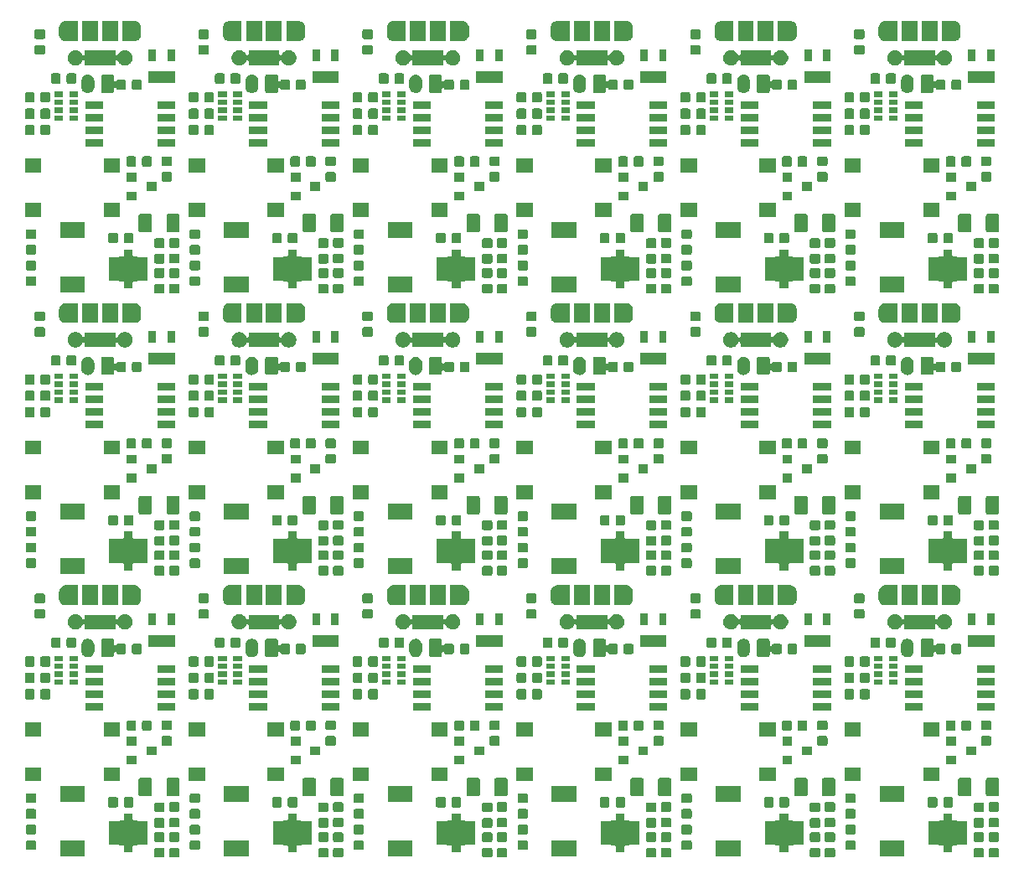
<source format=gbr>
G04 #@! TF.GenerationSoftware,KiCad,Pcbnew,(5.1.2)-2*
G04 #@! TF.CreationDate,2019-08-12T20:21:23-04:00*
G04 #@! TF.ProjectId,v2_panelized,76325f70-616e-4656-9c69-7a65642e6b69,rev?*
G04 #@! TF.SameCoordinates,Original*
G04 #@! TF.FileFunction,Soldermask,Top*
G04 #@! TF.FilePolarity,Negative*
%FSLAX46Y46*%
G04 Gerber Fmt 4.6, Leading zero omitted, Abs format (unit mm)*
G04 Created by KiCad (PCBNEW (5.1.2)-2) date 2019-08-12 20:21:23*
%MOMM*%
%LPD*%
G04 APERTURE LIST*
%ADD10C,0.100000*%
G04 APERTURE END LIST*
D10*
G36*
X232150601Y-27581089D02*
G01*
X232184579Y-27591397D01*
X232215900Y-27608138D01*
X232243349Y-27630665D01*
X232265876Y-27658114D01*
X232282617Y-27689435D01*
X232292925Y-27723413D01*
X232297010Y-27764894D01*
X232297010Y-28366114D01*
X232292925Y-28407595D01*
X232282617Y-28441573D01*
X232265876Y-28472894D01*
X232243349Y-28500343D01*
X232215900Y-28522870D01*
X232184579Y-28539611D01*
X232150601Y-28549919D01*
X232109120Y-28554004D01*
X231432900Y-28554004D01*
X231391419Y-28549919D01*
X231357441Y-28539611D01*
X231326120Y-28522870D01*
X231298671Y-28500343D01*
X231276144Y-28472894D01*
X231259403Y-28441573D01*
X231249095Y-28407595D01*
X231245010Y-28366114D01*
X231245010Y-27764894D01*
X231249095Y-27723413D01*
X231259403Y-27689435D01*
X231276144Y-27658114D01*
X231298671Y-27630665D01*
X231326120Y-27608138D01*
X231357441Y-27591397D01*
X231391419Y-27581089D01*
X231432900Y-27577004D01*
X232109120Y-27577004D01*
X232150601Y-27581089D01*
X232150601Y-27581089D01*
G37*
G36*
X230652001Y-27581089D02*
G01*
X230685979Y-27591397D01*
X230717300Y-27608138D01*
X230744749Y-27630665D01*
X230767276Y-27658114D01*
X230784017Y-27689435D01*
X230794325Y-27723413D01*
X230798410Y-27764894D01*
X230798410Y-28366114D01*
X230794325Y-28407595D01*
X230784017Y-28441573D01*
X230767276Y-28472894D01*
X230744749Y-28500343D01*
X230717300Y-28522870D01*
X230685979Y-28539611D01*
X230652001Y-28549919D01*
X230610520Y-28554004D01*
X229934300Y-28554004D01*
X229892819Y-28549919D01*
X229858841Y-28539611D01*
X229827520Y-28522870D01*
X229800071Y-28500343D01*
X229777544Y-28472894D01*
X229760803Y-28441573D01*
X229750495Y-28407595D01*
X229746410Y-28366114D01*
X229746410Y-27764894D01*
X229750495Y-27723413D01*
X229760803Y-27689435D01*
X229777544Y-27658114D01*
X229800071Y-27630665D01*
X229827520Y-27608138D01*
X229858841Y-27591397D01*
X229892819Y-27581089D01*
X229934300Y-27577004D01*
X230610520Y-27577004D01*
X230652001Y-27581089D01*
X230652001Y-27581089D01*
G37*
G36*
X147851991Y-27581089D02*
G01*
X147885969Y-27591397D01*
X147917290Y-27608138D01*
X147944739Y-27630665D01*
X147967266Y-27658114D01*
X147984007Y-27689435D01*
X147994315Y-27723413D01*
X147998400Y-27764894D01*
X147998400Y-28366114D01*
X147994315Y-28407595D01*
X147984007Y-28441573D01*
X147967266Y-28472894D01*
X147944739Y-28500343D01*
X147917290Y-28522870D01*
X147885969Y-28539611D01*
X147851991Y-28549919D01*
X147810510Y-28554004D01*
X147134290Y-28554004D01*
X147092809Y-28549919D01*
X147058831Y-28539611D01*
X147027510Y-28522870D01*
X147000061Y-28500343D01*
X146977534Y-28472894D01*
X146960793Y-28441573D01*
X146950485Y-28407595D01*
X146946400Y-28366114D01*
X146946400Y-27764894D01*
X146950485Y-27723413D01*
X146960793Y-27689435D01*
X146977534Y-27658114D01*
X147000061Y-27630665D01*
X147027510Y-27608138D01*
X147058831Y-27591397D01*
X147092809Y-27581089D01*
X147134290Y-27577004D01*
X147810510Y-27577004D01*
X147851991Y-27581089D01*
X147851991Y-27581089D01*
G37*
G36*
X164411993Y-27581089D02*
G01*
X164445971Y-27591397D01*
X164477292Y-27608138D01*
X164504741Y-27630665D01*
X164527268Y-27658114D01*
X164544009Y-27689435D01*
X164554317Y-27723413D01*
X164558402Y-27764894D01*
X164558402Y-28366114D01*
X164554317Y-28407595D01*
X164544009Y-28441573D01*
X164527268Y-28472894D01*
X164504741Y-28500343D01*
X164477292Y-28522870D01*
X164445971Y-28539611D01*
X164411993Y-28549919D01*
X164370512Y-28554004D01*
X163694292Y-28554004D01*
X163652811Y-28549919D01*
X163618833Y-28539611D01*
X163587512Y-28522870D01*
X163560063Y-28500343D01*
X163537536Y-28472894D01*
X163520795Y-28441573D01*
X163510487Y-28407595D01*
X163506402Y-28366114D01*
X163506402Y-27764894D01*
X163510487Y-27723413D01*
X163520795Y-27689435D01*
X163537536Y-27658114D01*
X163560063Y-27630665D01*
X163587512Y-27608138D01*
X163618833Y-27591397D01*
X163652811Y-27581089D01*
X163694292Y-27577004D01*
X164370512Y-27577004D01*
X164411993Y-27581089D01*
X164411993Y-27581089D01*
G37*
G36*
X180971995Y-27581089D02*
G01*
X181005973Y-27591397D01*
X181037294Y-27608138D01*
X181064743Y-27630665D01*
X181087270Y-27658114D01*
X181104011Y-27689435D01*
X181114319Y-27723413D01*
X181118404Y-27764894D01*
X181118404Y-28366114D01*
X181114319Y-28407595D01*
X181104011Y-28441573D01*
X181087270Y-28472894D01*
X181064743Y-28500343D01*
X181037294Y-28522870D01*
X181005973Y-28539611D01*
X180971995Y-28549919D01*
X180930514Y-28554004D01*
X180254294Y-28554004D01*
X180212813Y-28549919D01*
X180178835Y-28539611D01*
X180147514Y-28522870D01*
X180120065Y-28500343D01*
X180097538Y-28472894D01*
X180080797Y-28441573D01*
X180070489Y-28407595D01*
X180066404Y-28366114D01*
X180066404Y-27764894D01*
X180070489Y-27723413D01*
X180080797Y-27689435D01*
X180097538Y-27658114D01*
X180120065Y-27630665D01*
X180147514Y-27608138D01*
X180178835Y-27591397D01*
X180212813Y-27581089D01*
X180254294Y-27577004D01*
X180930514Y-27577004D01*
X180971995Y-27581089D01*
X180971995Y-27581089D01*
G37*
G36*
X197531997Y-27581089D02*
G01*
X197565975Y-27591397D01*
X197597296Y-27608138D01*
X197624745Y-27630665D01*
X197647272Y-27658114D01*
X197664013Y-27689435D01*
X197674321Y-27723413D01*
X197678406Y-27764894D01*
X197678406Y-28366114D01*
X197674321Y-28407595D01*
X197664013Y-28441573D01*
X197647272Y-28472894D01*
X197624745Y-28500343D01*
X197597296Y-28522870D01*
X197565975Y-28539611D01*
X197531997Y-28549919D01*
X197490516Y-28554004D01*
X196814296Y-28554004D01*
X196772815Y-28549919D01*
X196738837Y-28539611D01*
X196707516Y-28522870D01*
X196680067Y-28500343D01*
X196657540Y-28472894D01*
X196640799Y-28441573D01*
X196630491Y-28407595D01*
X196626406Y-28366114D01*
X196626406Y-27764894D01*
X196630491Y-27723413D01*
X196640799Y-27689435D01*
X196657540Y-27658114D01*
X196680067Y-27630665D01*
X196707516Y-27608138D01*
X196738837Y-27591397D01*
X196772815Y-27581089D01*
X196814296Y-27577004D01*
X197490516Y-27577004D01*
X197531997Y-27581089D01*
X197531997Y-27581089D01*
G37*
G36*
X214091999Y-27581089D02*
G01*
X214125977Y-27591397D01*
X214157298Y-27608138D01*
X214184747Y-27630665D01*
X214207274Y-27658114D01*
X214224015Y-27689435D01*
X214234323Y-27723413D01*
X214238408Y-27764894D01*
X214238408Y-28366114D01*
X214234323Y-28407595D01*
X214224015Y-28441573D01*
X214207274Y-28472894D01*
X214184747Y-28500343D01*
X214157298Y-28522870D01*
X214125977Y-28539611D01*
X214091999Y-28549919D01*
X214050518Y-28554004D01*
X213374298Y-28554004D01*
X213332817Y-28549919D01*
X213298839Y-28539611D01*
X213267518Y-28522870D01*
X213240069Y-28500343D01*
X213217542Y-28472894D01*
X213200801Y-28441573D01*
X213190493Y-28407595D01*
X213186408Y-28366114D01*
X213186408Y-27764894D01*
X213190493Y-27723413D01*
X213200801Y-27689435D01*
X213217542Y-27658114D01*
X213240069Y-27630665D01*
X213267518Y-27608138D01*
X213298839Y-27591397D01*
X213332817Y-27581089D01*
X213374298Y-27577004D01*
X214050518Y-27577004D01*
X214091999Y-27581089D01*
X214091999Y-27581089D01*
G37*
G36*
X149350591Y-27581089D02*
G01*
X149384569Y-27591397D01*
X149415890Y-27608138D01*
X149443339Y-27630665D01*
X149465866Y-27658114D01*
X149482607Y-27689435D01*
X149492915Y-27723413D01*
X149497000Y-27764894D01*
X149497000Y-28366114D01*
X149492915Y-28407595D01*
X149482607Y-28441573D01*
X149465866Y-28472894D01*
X149443339Y-28500343D01*
X149415890Y-28522870D01*
X149384569Y-28539611D01*
X149350591Y-28549919D01*
X149309110Y-28554004D01*
X148632890Y-28554004D01*
X148591409Y-28549919D01*
X148557431Y-28539611D01*
X148526110Y-28522870D01*
X148498661Y-28500343D01*
X148476134Y-28472894D01*
X148459393Y-28441573D01*
X148449085Y-28407595D01*
X148445000Y-28366114D01*
X148445000Y-27764894D01*
X148449085Y-27723413D01*
X148459393Y-27689435D01*
X148476134Y-27658114D01*
X148498661Y-27630665D01*
X148526110Y-27608138D01*
X148557431Y-27591397D01*
X148591409Y-27581089D01*
X148632890Y-27577004D01*
X149309110Y-27577004D01*
X149350591Y-27581089D01*
X149350591Y-27581089D01*
G37*
G36*
X165910593Y-27581089D02*
G01*
X165944571Y-27591397D01*
X165975892Y-27608138D01*
X166003341Y-27630665D01*
X166025868Y-27658114D01*
X166042609Y-27689435D01*
X166052917Y-27723413D01*
X166057002Y-27764894D01*
X166057002Y-28366114D01*
X166052917Y-28407595D01*
X166042609Y-28441573D01*
X166025868Y-28472894D01*
X166003341Y-28500343D01*
X165975892Y-28522870D01*
X165944571Y-28539611D01*
X165910593Y-28549919D01*
X165869112Y-28554004D01*
X165192892Y-28554004D01*
X165151411Y-28549919D01*
X165117433Y-28539611D01*
X165086112Y-28522870D01*
X165058663Y-28500343D01*
X165036136Y-28472894D01*
X165019395Y-28441573D01*
X165009087Y-28407595D01*
X165005002Y-28366114D01*
X165005002Y-27764894D01*
X165009087Y-27723413D01*
X165019395Y-27689435D01*
X165036136Y-27658114D01*
X165058663Y-27630665D01*
X165086112Y-27608138D01*
X165117433Y-27591397D01*
X165151411Y-27581089D01*
X165192892Y-27577004D01*
X165869112Y-27577004D01*
X165910593Y-27581089D01*
X165910593Y-27581089D01*
G37*
G36*
X182470595Y-27581089D02*
G01*
X182504573Y-27591397D01*
X182535894Y-27608138D01*
X182563343Y-27630665D01*
X182585870Y-27658114D01*
X182602611Y-27689435D01*
X182612919Y-27723413D01*
X182617004Y-27764894D01*
X182617004Y-28366114D01*
X182612919Y-28407595D01*
X182602611Y-28441573D01*
X182585870Y-28472894D01*
X182563343Y-28500343D01*
X182535894Y-28522870D01*
X182504573Y-28539611D01*
X182470595Y-28549919D01*
X182429114Y-28554004D01*
X181752894Y-28554004D01*
X181711413Y-28549919D01*
X181677435Y-28539611D01*
X181646114Y-28522870D01*
X181618665Y-28500343D01*
X181596138Y-28472894D01*
X181579397Y-28441573D01*
X181569089Y-28407595D01*
X181565004Y-28366114D01*
X181565004Y-27764894D01*
X181569089Y-27723413D01*
X181579397Y-27689435D01*
X181596138Y-27658114D01*
X181618665Y-27630665D01*
X181646114Y-27608138D01*
X181677435Y-27591397D01*
X181711413Y-27581089D01*
X181752894Y-27577004D01*
X182429114Y-27577004D01*
X182470595Y-27581089D01*
X182470595Y-27581089D01*
G37*
G36*
X199030597Y-27581089D02*
G01*
X199064575Y-27591397D01*
X199095896Y-27608138D01*
X199123345Y-27630665D01*
X199145872Y-27658114D01*
X199162613Y-27689435D01*
X199172921Y-27723413D01*
X199177006Y-27764894D01*
X199177006Y-28366114D01*
X199172921Y-28407595D01*
X199162613Y-28441573D01*
X199145872Y-28472894D01*
X199123345Y-28500343D01*
X199095896Y-28522870D01*
X199064575Y-28539611D01*
X199030597Y-28549919D01*
X198989116Y-28554004D01*
X198312896Y-28554004D01*
X198271415Y-28549919D01*
X198237437Y-28539611D01*
X198206116Y-28522870D01*
X198178667Y-28500343D01*
X198156140Y-28472894D01*
X198139399Y-28441573D01*
X198129091Y-28407595D01*
X198125006Y-28366114D01*
X198125006Y-27764894D01*
X198129091Y-27723413D01*
X198139399Y-27689435D01*
X198156140Y-27658114D01*
X198178667Y-27630665D01*
X198206116Y-27608138D01*
X198237437Y-27591397D01*
X198271415Y-27581089D01*
X198312896Y-27577004D01*
X198989116Y-27577004D01*
X199030597Y-27581089D01*
X199030597Y-27581089D01*
G37*
G36*
X215590599Y-27581089D02*
G01*
X215624577Y-27591397D01*
X215655898Y-27608138D01*
X215683347Y-27630665D01*
X215705874Y-27658114D01*
X215722615Y-27689435D01*
X215732923Y-27723413D01*
X215737008Y-27764894D01*
X215737008Y-28366114D01*
X215732923Y-28407595D01*
X215722615Y-28441573D01*
X215705874Y-28472894D01*
X215683347Y-28500343D01*
X215655898Y-28522870D01*
X215624577Y-28539611D01*
X215590599Y-28549919D01*
X215549118Y-28554004D01*
X214872898Y-28554004D01*
X214831417Y-28549919D01*
X214797439Y-28539611D01*
X214766118Y-28522870D01*
X214738669Y-28500343D01*
X214716142Y-28472894D01*
X214699401Y-28441573D01*
X214689093Y-28407595D01*
X214685008Y-28366114D01*
X214685008Y-27764894D01*
X214689093Y-27723413D01*
X214699401Y-27689435D01*
X214716142Y-27658114D01*
X214738669Y-27630665D01*
X214766118Y-27608138D01*
X214797439Y-27591397D01*
X214831417Y-27581089D01*
X214872898Y-27577004D01*
X215549118Y-27577004D01*
X215590599Y-27581089D01*
X215590599Y-27581089D01*
G37*
G36*
X173055004Y-28416004D02*
G01*
X170553004Y-28416004D01*
X170553004Y-26814004D01*
X173055004Y-26814004D01*
X173055004Y-28416004D01*
X173055004Y-28416004D01*
G37*
G36*
X222735010Y-28416004D02*
G01*
X220233010Y-28416004D01*
X220233010Y-26814004D01*
X222735010Y-26814004D01*
X222735010Y-28416004D01*
X222735010Y-28416004D01*
G37*
G36*
X206175008Y-28416004D02*
G01*
X203673008Y-28416004D01*
X203673008Y-26814004D01*
X206175008Y-26814004D01*
X206175008Y-28416004D01*
X206175008Y-28416004D01*
G37*
G36*
X189615006Y-28416004D02*
G01*
X187113006Y-28416004D01*
X187113006Y-26814004D01*
X189615006Y-26814004D01*
X189615006Y-28416004D01*
X189615006Y-28416004D01*
G37*
G36*
X156495002Y-28416004D02*
G01*
X153993002Y-28416004D01*
X153993002Y-26814004D01*
X156495002Y-26814004D01*
X156495002Y-28416004D01*
X156495002Y-28416004D01*
G37*
G36*
X139935000Y-28416004D02*
G01*
X137433000Y-28416004D01*
X137433000Y-26814004D01*
X139935000Y-26814004D01*
X139935000Y-28416004D01*
X139935000Y-28416004D01*
G37*
G36*
X194456506Y-24695505D02*
G01*
X194458908Y-24719891D01*
X194466021Y-24743340D01*
X194477572Y-24764951D01*
X194493117Y-24783893D01*
X194512059Y-24799438D01*
X194533670Y-24810989D01*
X194557119Y-24818102D01*
X194581505Y-24820504D01*
X194910195Y-24820504D01*
X194912572Y-24824951D01*
X194928117Y-24843893D01*
X194947059Y-24859438D01*
X194968670Y-24870989D01*
X194992119Y-24878102D01*
X195016505Y-24880504D01*
X195966506Y-24880504D01*
X195966506Y-27262504D01*
X195016505Y-27262504D01*
X194992119Y-27264906D01*
X194968670Y-27272019D01*
X194947059Y-27283570D01*
X194928117Y-27299115D01*
X194912572Y-27318057D01*
X194910195Y-27322504D01*
X194581505Y-27322504D01*
X194557119Y-27324906D01*
X194533670Y-27332019D01*
X194512059Y-27343570D01*
X194493117Y-27359115D01*
X194477572Y-27378057D01*
X194466021Y-27399668D01*
X194458908Y-27423117D01*
X194456506Y-27447503D01*
X194456506Y-28022504D01*
X193574506Y-28022504D01*
X193574506Y-27447503D01*
X193572104Y-27423117D01*
X193564991Y-27399668D01*
X193553440Y-27378057D01*
X193537895Y-27359115D01*
X193518953Y-27343570D01*
X193497342Y-27332019D01*
X193473893Y-27324906D01*
X193449507Y-27322504D01*
X193120817Y-27322504D01*
X193118440Y-27318057D01*
X193102895Y-27299115D01*
X193083953Y-27283570D01*
X193062342Y-27272019D01*
X193038893Y-27264906D01*
X193014507Y-27262504D01*
X192064506Y-27262504D01*
X192064506Y-24880504D01*
X193014507Y-24880504D01*
X193038893Y-24878102D01*
X193062342Y-24870989D01*
X193083953Y-24859438D01*
X193102895Y-24843893D01*
X193118440Y-24824951D01*
X193120817Y-24820504D01*
X193449507Y-24820504D01*
X193473893Y-24818102D01*
X193497342Y-24810989D01*
X193518953Y-24799438D01*
X193537895Y-24783893D01*
X193553440Y-24764951D01*
X193564991Y-24743340D01*
X193572104Y-24719891D01*
X193574506Y-24695505D01*
X193574506Y-24120504D01*
X194456506Y-24120504D01*
X194456506Y-24695505D01*
X194456506Y-24695505D01*
G37*
G36*
X227576510Y-24695505D02*
G01*
X227578912Y-24719891D01*
X227586025Y-24743340D01*
X227597576Y-24764951D01*
X227613121Y-24783893D01*
X227632063Y-24799438D01*
X227653674Y-24810989D01*
X227677123Y-24818102D01*
X227701509Y-24820504D01*
X228030199Y-24820504D01*
X228032576Y-24824951D01*
X228048121Y-24843893D01*
X228067063Y-24859438D01*
X228088674Y-24870989D01*
X228112123Y-24878102D01*
X228136509Y-24880504D01*
X229086510Y-24880504D01*
X229086510Y-27262504D01*
X228136509Y-27262504D01*
X228112123Y-27264906D01*
X228088674Y-27272019D01*
X228067063Y-27283570D01*
X228048121Y-27299115D01*
X228032576Y-27318057D01*
X228030199Y-27322504D01*
X227701509Y-27322504D01*
X227677123Y-27324906D01*
X227653674Y-27332019D01*
X227632063Y-27343570D01*
X227613121Y-27359115D01*
X227597576Y-27378057D01*
X227586025Y-27399668D01*
X227578912Y-27423117D01*
X227576510Y-27447503D01*
X227576510Y-28022504D01*
X226694510Y-28022504D01*
X226694510Y-27447503D01*
X226692108Y-27423117D01*
X226684995Y-27399668D01*
X226673444Y-27378057D01*
X226657899Y-27359115D01*
X226638957Y-27343570D01*
X226617346Y-27332019D01*
X226593897Y-27324906D01*
X226569511Y-27322504D01*
X226240821Y-27322504D01*
X226238444Y-27318057D01*
X226222899Y-27299115D01*
X226203957Y-27283570D01*
X226182346Y-27272019D01*
X226158897Y-27264906D01*
X226134511Y-27262504D01*
X225184510Y-27262504D01*
X225184510Y-24880504D01*
X226134511Y-24880504D01*
X226158897Y-24878102D01*
X226182346Y-24870989D01*
X226203957Y-24859438D01*
X226222899Y-24843893D01*
X226238444Y-24824951D01*
X226240821Y-24820504D01*
X226569511Y-24820504D01*
X226593897Y-24818102D01*
X226617346Y-24810989D01*
X226638957Y-24799438D01*
X226657899Y-24783893D01*
X226673444Y-24764951D01*
X226684995Y-24743340D01*
X226692108Y-24719891D01*
X226694510Y-24695505D01*
X226694510Y-24120504D01*
X227576510Y-24120504D01*
X227576510Y-24695505D01*
X227576510Y-24695505D01*
G37*
G36*
X177896504Y-24695505D02*
G01*
X177898906Y-24719891D01*
X177906019Y-24743340D01*
X177917570Y-24764951D01*
X177933115Y-24783893D01*
X177952057Y-24799438D01*
X177973668Y-24810989D01*
X177997117Y-24818102D01*
X178021503Y-24820504D01*
X178350193Y-24820504D01*
X178352570Y-24824951D01*
X178368115Y-24843893D01*
X178387057Y-24859438D01*
X178408668Y-24870989D01*
X178432117Y-24878102D01*
X178456503Y-24880504D01*
X179406504Y-24880504D01*
X179406504Y-27262504D01*
X178456503Y-27262504D01*
X178432117Y-27264906D01*
X178408668Y-27272019D01*
X178387057Y-27283570D01*
X178368115Y-27299115D01*
X178352570Y-27318057D01*
X178350193Y-27322504D01*
X178021503Y-27322504D01*
X177997117Y-27324906D01*
X177973668Y-27332019D01*
X177952057Y-27343570D01*
X177933115Y-27359115D01*
X177917570Y-27378057D01*
X177906019Y-27399668D01*
X177898906Y-27423117D01*
X177896504Y-27447503D01*
X177896504Y-28022504D01*
X177014504Y-28022504D01*
X177014504Y-27447503D01*
X177012102Y-27423117D01*
X177004989Y-27399668D01*
X176993438Y-27378057D01*
X176977893Y-27359115D01*
X176958951Y-27343570D01*
X176937340Y-27332019D01*
X176913891Y-27324906D01*
X176889505Y-27322504D01*
X176560815Y-27322504D01*
X176558438Y-27318057D01*
X176542893Y-27299115D01*
X176523951Y-27283570D01*
X176502340Y-27272019D01*
X176478891Y-27264906D01*
X176454505Y-27262504D01*
X175504504Y-27262504D01*
X175504504Y-24880504D01*
X176454505Y-24880504D01*
X176478891Y-24878102D01*
X176502340Y-24870989D01*
X176523951Y-24859438D01*
X176542893Y-24843893D01*
X176558438Y-24824951D01*
X176560815Y-24820504D01*
X176889505Y-24820504D01*
X176913891Y-24818102D01*
X176937340Y-24810989D01*
X176958951Y-24799438D01*
X176977893Y-24783893D01*
X176993438Y-24764951D01*
X177004989Y-24743340D01*
X177012102Y-24719891D01*
X177014504Y-24695505D01*
X177014504Y-24120504D01*
X177896504Y-24120504D01*
X177896504Y-24695505D01*
X177896504Y-24695505D01*
G37*
G36*
X161336502Y-24695505D02*
G01*
X161338904Y-24719891D01*
X161346017Y-24743340D01*
X161357568Y-24764951D01*
X161373113Y-24783893D01*
X161392055Y-24799438D01*
X161413666Y-24810989D01*
X161437115Y-24818102D01*
X161461501Y-24820504D01*
X161790191Y-24820504D01*
X161792568Y-24824951D01*
X161808113Y-24843893D01*
X161827055Y-24859438D01*
X161848666Y-24870989D01*
X161872115Y-24878102D01*
X161896501Y-24880504D01*
X162846502Y-24880504D01*
X162846502Y-27262504D01*
X161896501Y-27262504D01*
X161872115Y-27264906D01*
X161848666Y-27272019D01*
X161827055Y-27283570D01*
X161808113Y-27299115D01*
X161792568Y-27318057D01*
X161790191Y-27322504D01*
X161461501Y-27322504D01*
X161437115Y-27324906D01*
X161413666Y-27332019D01*
X161392055Y-27343570D01*
X161373113Y-27359115D01*
X161357568Y-27378057D01*
X161346017Y-27399668D01*
X161338904Y-27423117D01*
X161336502Y-27447503D01*
X161336502Y-28022504D01*
X160454502Y-28022504D01*
X160454502Y-27447503D01*
X160452100Y-27423117D01*
X160444987Y-27399668D01*
X160433436Y-27378057D01*
X160417891Y-27359115D01*
X160398949Y-27343570D01*
X160377338Y-27332019D01*
X160353889Y-27324906D01*
X160329503Y-27322504D01*
X160000813Y-27322504D01*
X159998436Y-27318057D01*
X159982891Y-27299115D01*
X159963949Y-27283570D01*
X159942338Y-27272019D01*
X159918889Y-27264906D01*
X159894503Y-27262504D01*
X158944502Y-27262504D01*
X158944502Y-24880504D01*
X159894503Y-24880504D01*
X159918889Y-24878102D01*
X159942338Y-24870989D01*
X159963949Y-24859438D01*
X159982891Y-24843893D01*
X159998436Y-24824951D01*
X160000813Y-24820504D01*
X160329503Y-24820504D01*
X160353889Y-24818102D01*
X160377338Y-24810989D01*
X160398949Y-24799438D01*
X160417891Y-24783893D01*
X160433436Y-24764951D01*
X160444987Y-24743340D01*
X160452100Y-24719891D01*
X160454502Y-24695505D01*
X160454502Y-24120504D01*
X161336502Y-24120504D01*
X161336502Y-24695505D01*
X161336502Y-24695505D01*
G37*
G36*
X211016508Y-24695505D02*
G01*
X211018910Y-24719891D01*
X211026023Y-24743340D01*
X211037574Y-24764951D01*
X211053119Y-24783893D01*
X211072061Y-24799438D01*
X211093672Y-24810989D01*
X211117121Y-24818102D01*
X211141507Y-24820504D01*
X211470197Y-24820504D01*
X211472574Y-24824951D01*
X211488119Y-24843893D01*
X211507061Y-24859438D01*
X211528672Y-24870989D01*
X211552121Y-24878102D01*
X211576507Y-24880504D01*
X212526508Y-24880504D01*
X212526508Y-27262504D01*
X211576507Y-27262504D01*
X211552121Y-27264906D01*
X211528672Y-27272019D01*
X211507061Y-27283570D01*
X211488119Y-27299115D01*
X211472574Y-27318057D01*
X211470197Y-27322504D01*
X211141507Y-27322504D01*
X211117121Y-27324906D01*
X211093672Y-27332019D01*
X211072061Y-27343570D01*
X211053119Y-27359115D01*
X211037574Y-27378057D01*
X211026023Y-27399668D01*
X211018910Y-27423117D01*
X211016508Y-27447503D01*
X211016508Y-28022504D01*
X210134508Y-28022504D01*
X210134508Y-27447503D01*
X210132106Y-27423117D01*
X210124993Y-27399668D01*
X210113442Y-27378057D01*
X210097897Y-27359115D01*
X210078955Y-27343570D01*
X210057344Y-27332019D01*
X210033895Y-27324906D01*
X210009509Y-27322504D01*
X209680819Y-27322504D01*
X209678442Y-27318057D01*
X209662897Y-27299115D01*
X209643955Y-27283570D01*
X209622344Y-27272019D01*
X209598895Y-27264906D01*
X209574509Y-27262504D01*
X208624508Y-27262504D01*
X208624508Y-24880504D01*
X209574509Y-24880504D01*
X209598895Y-24878102D01*
X209622344Y-24870989D01*
X209643955Y-24859438D01*
X209662897Y-24843893D01*
X209678442Y-24824951D01*
X209680819Y-24820504D01*
X210009509Y-24820504D01*
X210033895Y-24818102D01*
X210057344Y-24810989D01*
X210078955Y-24799438D01*
X210097897Y-24783893D01*
X210113442Y-24764951D01*
X210124993Y-24743340D01*
X210132106Y-24719891D01*
X210134508Y-24695505D01*
X210134508Y-24120504D01*
X211016508Y-24120504D01*
X211016508Y-24695505D01*
X211016508Y-24695505D01*
G37*
G36*
X144776500Y-24695505D02*
G01*
X144778902Y-24719891D01*
X144786015Y-24743340D01*
X144797566Y-24764951D01*
X144813111Y-24783893D01*
X144832053Y-24799438D01*
X144853664Y-24810989D01*
X144877113Y-24818102D01*
X144901499Y-24820504D01*
X145230189Y-24820504D01*
X145232566Y-24824951D01*
X145248111Y-24843893D01*
X145267053Y-24859438D01*
X145288664Y-24870989D01*
X145312113Y-24878102D01*
X145336499Y-24880504D01*
X146286500Y-24880504D01*
X146286500Y-27262504D01*
X145336499Y-27262504D01*
X145312113Y-27264906D01*
X145288664Y-27272019D01*
X145267053Y-27283570D01*
X145248111Y-27299115D01*
X145232566Y-27318057D01*
X145230189Y-27322504D01*
X144901499Y-27322504D01*
X144877113Y-27324906D01*
X144853664Y-27332019D01*
X144832053Y-27343570D01*
X144813111Y-27359115D01*
X144797566Y-27378057D01*
X144786015Y-27399668D01*
X144778902Y-27423117D01*
X144776500Y-27447503D01*
X144776500Y-28022504D01*
X143894500Y-28022504D01*
X143894500Y-27447503D01*
X143892098Y-27423117D01*
X143884985Y-27399668D01*
X143873434Y-27378057D01*
X143857889Y-27359115D01*
X143838947Y-27343570D01*
X143817336Y-27332019D01*
X143793887Y-27324906D01*
X143769501Y-27322504D01*
X143440811Y-27322504D01*
X143438434Y-27318057D01*
X143422889Y-27299115D01*
X143403947Y-27283570D01*
X143382336Y-27272019D01*
X143358887Y-27264906D01*
X143334501Y-27262504D01*
X142384500Y-27262504D01*
X142384500Y-24880504D01*
X143334501Y-24880504D01*
X143358887Y-24878102D01*
X143382336Y-24870989D01*
X143403947Y-24859438D01*
X143422889Y-24843893D01*
X143438434Y-24824951D01*
X143440811Y-24820504D01*
X143769501Y-24820504D01*
X143793887Y-24818102D01*
X143817336Y-24810989D01*
X143838947Y-24799438D01*
X143857889Y-24783893D01*
X143873434Y-24764951D01*
X143884985Y-24743340D01*
X143892098Y-24719891D01*
X143894500Y-24695505D01*
X143894500Y-24120504D01*
X144776500Y-24120504D01*
X144776500Y-24695505D01*
X144776500Y-24695505D01*
G37*
G36*
X134872591Y-26819089D02*
G01*
X134906569Y-26829397D01*
X134937890Y-26846138D01*
X134965339Y-26868665D01*
X134987866Y-26896114D01*
X135004607Y-26927435D01*
X135014915Y-26961413D01*
X135019000Y-27002894D01*
X135019000Y-27604114D01*
X135014915Y-27645595D01*
X135004607Y-27679573D01*
X134987866Y-27710894D01*
X134965339Y-27738343D01*
X134937890Y-27760870D01*
X134906569Y-27777611D01*
X134872591Y-27787919D01*
X134831110Y-27792004D01*
X134154890Y-27792004D01*
X134113409Y-27787919D01*
X134079431Y-27777611D01*
X134048110Y-27760870D01*
X134020661Y-27738343D01*
X133998134Y-27710894D01*
X133981393Y-27679573D01*
X133971085Y-27645595D01*
X133967000Y-27604114D01*
X133967000Y-27002894D01*
X133971085Y-26961413D01*
X133981393Y-26927435D01*
X133998134Y-26896114D01*
X134020661Y-26868665D01*
X134048110Y-26846138D01*
X134079431Y-26829397D01*
X134113409Y-26819089D01*
X134154890Y-26815004D01*
X134831110Y-26815004D01*
X134872591Y-26819089D01*
X134872591Y-26819089D01*
G37*
G36*
X217672601Y-26819089D02*
G01*
X217706579Y-26829397D01*
X217737900Y-26846138D01*
X217765349Y-26868665D01*
X217787876Y-26896114D01*
X217804617Y-26927435D01*
X217814925Y-26961413D01*
X217819010Y-27002894D01*
X217819010Y-27604114D01*
X217814925Y-27645595D01*
X217804617Y-27679573D01*
X217787876Y-27710894D01*
X217765349Y-27738343D01*
X217737900Y-27760870D01*
X217706579Y-27777611D01*
X217672601Y-27787919D01*
X217631120Y-27792004D01*
X216954900Y-27792004D01*
X216913419Y-27787919D01*
X216879441Y-27777611D01*
X216848120Y-27760870D01*
X216820671Y-27738343D01*
X216798144Y-27710894D01*
X216781403Y-27679573D01*
X216771095Y-27645595D01*
X216767010Y-27604114D01*
X216767010Y-27002894D01*
X216771095Y-26961413D01*
X216781403Y-26927435D01*
X216798144Y-26896114D01*
X216820671Y-26868665D01*
X216848120Y-26846138D01*
X216879441Y-26829397D01*
X216913419Y-26819089D01*
X216954900Y-26815004D01*
X217631120Y-26815004D01*
X217672601Y-26819089D01*
X217672601Y-26819089D01*
G37*
G36*
X151432593Y-26819089D02*
G01*
X151466571Y-26829397D01*
X151497892Y-26846138D01*
X151525341Y-26868665D01*
X151547868Y-26896114D01*
X151564609Y-26927435D01*
X151574917Y-26961413D01*
X151579002Y-27002894D01*
X151579002Y-27604114D01*
X151574917Y-27645595D01*
X151564609Y-27679573D01*
X151547868Y-27710894D01*
X151525341Y-27738343D01*
X151497892Y-27760870D01*
X151466571Y-27777611D01*
X151432593Y-27787919D01*
X151391112Y-27792004D01*
X150714892Y-27792004D01*
X150673411Y-27787919D01*
X150639433Y-27777611D01*
X150608112Y-27760870D01*
X150580663Y-27738343D01*
X150558136Y-27710894D01*
X150541395Y-27679573D01*
X150531087Y-27645595D01*
X150527002Y-27604114D01*
X150527002Y-27002894D01*
X150531087Y-26961413D01*
X150541395Y-26927435D01*
X150558136Y-26896114D01*
X150580663Y-26868665D01*
X150608112Y-26846138D01*
X150639433Y-26829397D01*
X150673411Y-26819089D01*
X150714892Y-26815004D01*
X151391112Y-26815004D01*
X151432593Y-26819089D01*
X151432593Y-26819089D01*
G37*
G36*
X201112599Y-26819089D02*
G01*
X201146577Y-26829397D01*
X201177898Y-26846138D01*
X201205347Y-26868665D01*
X201227874Y-26896114D01*
X201244615Y-26927435D01*
X201254923Y-26961413D01*
X201259008Y-27002894D01*
X201259008Y-27604114D01*
X201254923Y-27645595D01*
X201244615Y-27679573D01*
X201227874Y-27710894D01*
X201205347Y-27738343D01*
X201177898Y-27760870D01*
X201146577Y-27777611D01*
X201112599Y-27787919D01*
X201071118Y-27792004D01*
X200394898Y-27792004D01*
X200353417Y-27787919D01*
X200319439Y-27777611D01*
X200288118Y-27760870D01*
X200260669Y-27738343D01*
X200238142Y-27710894D01*
X200221401Y-27679573D01*
X200211093Y-27645595D01*
X200207008Y-27604114D01*
X200207008Y-27002894D01*
X200211093Y-26961413D01*
X200221401Y-26927435D01*
X200238142Y-26896114D01*
X200260669Y-26868665D01*
X200288118Y-26846138D01*
X200319439Y-26829397D01*
X200353417Y-26819089D01*
X200394898Y-26815004D01*
X201071118Y-26815004D01*
X201112599Y-26819089D01*
X201112599Y-26819089D01*
G37*
G36*
X167992595Y-26819089D02*
G01*
X168026573Y-26829397D01*
X168057894Y-26846138D01*
X168085343Y-26868665D01*
X168107870Y-26896114D01*
X168124611Y-26927435D01*
X168134919Y-26961413D01*
X168139004Y-27002894D01*
X168139004Y-27604114D01*
X168134919Y-27645595D01*
X168124611Y-27679573D01*
X168107870Y-27710894D01*
X168085343Y-27738343D01*
X168057894Y-27760870D01*
X168026573Y-27777611D01*
X167992595Y-27787919D01*
X167951114Y-27792004D01*
X167274894Y-27792004D01*
X167233413Y-27787919D01*
X167199435Y-27777611D01*
X167168114Y-27760870D01*
X167140665Y-27738343D01*
X167118138Y-27710894D01*
X167101397Y-27679573D01*
X167091089Y-27645595D01*
X167087004Y-27604114D01*
X167087004Y-27002894D01*
X167091089Y-26961413D01*
X167101397Y-26927435D01*
X167118138Y-26896114D01*
X167140665Y-26868665D01*
X167168114Y-26846138D01*
X167199435Y-26829397D01*
X167233413Y-26819089D01*
X167274894Y-26815004D01*
X167951114Y-26815004D01*
X167992595Y-26819089D01*
X167992595Y-26819089D01*
G37*
G36*
X184552597Y-26819089D02*
G01*
X184586575Y-26829397D01*
X184617896Y-26846138D01*
X184645345Y-26868665D01*
X184667872Y-26896114D01*
X184684613Y-26927435D01*
X184694921Y-26961413D01*
X184699006Y-27002894D01*
X184699006Y-27604114D01*
X184694921Y-27645595D01*
X184684613Y-27679573D01*
X184667872Y-27710894D01*
X184645345Y-27738343D01*
X184617896Y-27760870D01*
X184586575Y-27777611D01*
X184552597Y-27787919D01*
X184511116Y-27792004D01*
X183834896Y-27792004D01*
X183793415Y-27787919D01*
X183759437Y-27777611D01*
X183728116Y-27760870D01*
X183700667Y-27738343D01*
X183678140Y-27710894D01*
X183661399Y-27679573D01*
X183651091Y-27645595D01*
X183647006Y-27604114D01*
X183647006Y-27002894D01*
X183651091Y-26961413D01*
X183661399Y-26927435D01*
X183678140Y-26896114D01*
X183700667Y-26868665D01*
X183728116Y-26846138D01*
X183759437Y-26829397D01*
X183793415Y-26819089D01*
X183834896Y-26815004D01*
X184511116Y-26815004D01*
X184552597Y-26819089D01*
X184552597Y-26819089D01*
G37*
G36*
X230652001Y-26006089D02*
G01*
X230685979Y-26016397D01*
X230717300Y-26033138D01*
X230744749Y-26055665D01*
X230767276Y-26083114D01*
X230784017Y-26114435D01*
X230794325Y-26148413D01*
X230798410Y-26189894D01*
X230798410Y-26791114D01*
X230794325Y-26832595D01*
X230784017Y-26866573D01*
X230767276Y-26897894D01*
X230744749Y-26925343D01*
X230717300Y-26947870D01*
X230685979Y-26964611D01*
X230652001Y-26974919D01*
X230610520Y-26979004D01*
X229934300Y-26979004D01*
X229892819Y-26974919D01*
X229858841Y-26964611D01*
X229827520Y-26947870D01*
X229800071Y-26925343D01*
X229777544Y-26897894D01*
X229760803Y-26866573D01*
X229750495Y-26832595D01*
X229746410Y-26791114D01*
X229746410Y-26189894D01*
X229750495Y-26148413D01*
X229760803Y-26114435D01*
X229777544Y-26083114D01*
X229800071Y-26055665D01*
X229827520Y-26033138D01*
X229858841Y-26016397D01*
X229892819Y-26006089D01*
X229934300Y-26002004D01*
X230610520Y-26002004D01*
X230652001Y-26006089D01*
X230652001Y-26006089D01*
G37*
G36*
X180971995Y-26006089D02*
G01*
X181005973Y-26016397D01*
X181037294Y-26033138D01*
X181064743Y-26055665D01*
X181087270Y-26083114D01*
X181104011Y-26114435D01*
X181114319Y-26148413D01*
X181118404Y-26189894D01*
X181118404Y-26791114D01*
X181114319Y-26832595D01*
X181104011Y-26866573D01*
X181087270Y-26897894D01*
X181064743Y-26925343D01*
X181037294Y-26947870D01*
X181005973Y-26964611D01*
X180971995Y-26974919D01*
X180930514Y-26979004D01*
X180254294Y-26979004D01*
X180212813Y-26974919D01*
X180178835Y-26964611D01*
X180147514Y-26947870D01*
X180120065Y-26925343D01*
X180097538Y-26897894D01*
X180080797Y-26866573D01*
X180070489Y-26832595D01*
X180066404Y-26791114D01*
X180066404Y-26189894D01*
X180070489Y-26148413D01*
X180080797Y-26114435D01*
X180097538Y-26083114D01*
X180120065Y-26055665D01*
X180147514Y-26033138D01*
X180178835Y-26016397D01*
X180212813Y-26006089D01*
X180254294Y-26002004D01*
X180930514Y-26002004D01*
X180971995Y-26006089D01*
X180971995Y-26006089D01*
G37*
G36*
X164411993Y-26006089D02*
G01*
X164445971Y-26016397D01*
X164477292Y-26033138D01*
X164504741Y-26055665D01*
X164527268Y-26083114D01*
X164544009Y-26114435D01*
X164554317Y-26148413D01*
X164558402Y-26189894D01*
X164558402Y-26791114D01*
X164554317Y-26832595D01*
X164544009Y-26866573D01*
X164527268Y-26897894D01*
X164504741Y-26925343D01*
X164477292Y-26947870D01*
X164445971Y-26964611D01*
X164411993Y-26974919D01*
X164370512Y-26979004D01*
X163694292Y-26979004D01*
X163652811Y-26974919D01*
X163618833Y-26964611D01*
X163587512Y-26947870D01*
X163560063Y-26925343D01*
X163537536Y-26897894D01*
X163520795Y-26866573D01*
X163510487Y-26832595D01*
X163506402Y-26791114D01*
X163506402Y-26189894D01*
X163510487Y-26148413D01*
X163520795Y-26114435D01*
X163537536Y-26083114D01*
X163560063Y-26055665D01*
X163587512Y-26033138D01*
X163618833Y-26016397D01*
X163652811Y-26006089D01*
X163694292Y-26002004D01*
X164370512Y-26002004D01*
X164411993Y-26006089D01*
X164411993Y-26006089D01*
G37*
G36*
X147851991Y-26006089D02*
G01*
X147885969Y-26016397D01*
X147917290Y-26033138D01*
X147944739Y-26055665D01*
X147967266Y-26083114D01*
X147984007Y-26114435D01*
X147994315Y-26148413D01*
X147998400Y-26189894D01*
X147998400Y-26791114D01*
X147994315Y-26832595D01*
X147984007Y-26866573D01*
X147967266Y-26897894D01*
X147944739Y-26925343D01*
X147917290Y-26947870D01*
X147885969Y-26964611D01*
X147851991Y-26974919D01*
X147810510Y-26979004D01*
X147134290Y-26979004D01*
X147092809Y-26974919D01*
X147058831Y-26964611D01*
X147027510Y-26947870D01*
X147000061Y-26925343D01*
X146977534Y-26897894D01*
X146960793Y-26866573D01*
X146950485Y-26832595D01*
X146946400Y-26791114D01*
X146946400Y-26189894D01*
X146950485Y-26148413D01*
X146960793Y-26114435D01*
X146977534Y-26083114D01*
X147000061Y-26055665D01*
X147027510Y-26033138D01*
X147058831Y-26016397D01*
X147092809Y-26006089D01*
X147134290Y-26002004D01*
X147810510Y-26002004D01*
X147851991Y-26006089D01*
X147851991Y-26006089D01*
G37*
G36*
X149350591Y-26006089D02*
G01*
X149384569Y-26016397D01*
X149415890Y-26033138D01*
X149443339Y-26055665D01*
X149465866Y-26083114D01*
X149482607Y-26114435D01*
X149492915Y-26148413D01*
X149497000Y-26189894D01*
X149497000Y-26791114D01*
X149492915Y-26832595D01*
X149482607Y-26866573D01*
X149465866Y-26897894D01*
X149443339Y-26925343D01*
X149415890Y-26947870D01*
X149384569Y-26964611D01*
X149350591Y-26974919D01*
X149309110Y-26979004D01*
X148632890Y-26979004D01*
X148591409Y-26974919D01*
X148557431Y-26964611D01*
X148526110Y-26947870D01*
X148498661Y-26925343D01*
X148476134Y-26897894D01*
X148459393Y-26866573D01*
X148449085Y-26832595D01*
X148445000Y-26791114D01*
X148445000Y-26189894D01*
X148449085Y-26148413D01*
X148459393Y-26114435D01*
X148476134Y-26083114D01*
X148498661Y-26055665D01*
X148526110Y-26033138D01*
X148557431Y-26016397D01*
X148591409Y-26006089D01*
X148632890Y-26002004D01*
X149309110Y-26002004D01*
X149350591Y-26006089D01*
X149350591Y-26006089D01*
G37*
G36*
X165910593Y-26006089D02*
G01*
X165944571Y-26016397D01*
X165975892Y-26033138D01*
X166003341Y-26055665D01*
X166025868Y-26083114D01*
X166042609Y-26114435D01*
X166052917Y-26148413D01*
X166057002Y-26189894D01*
X166057002Y-26791114D01*
X166052917Y-26832595D01*
X166042609Y-26866573D01*
X166025868Y-26897894D01*
X166003341Y-26925343D01*
X165975892Y-26947870D01*
X165944571Y-26964611D01*
X165910593Y-26974919D01*
X165869112Y-26979004D01*
X165192892Y-26979004D01*
X165151411Y-26974919D01*
X165117433Y-26964611D01*
X165086112Y-26947870D01*
X165058663Y-26925343D01*
X165036136Y-26897894D01*
X165019395Y-26866573D01*
X165009087Y-26832595D01*
X165005002Y-26791114D01*
X165005002Y-26189894D01*
X165009087Y-26148413D01*
X165019395Y-26114435D01*
X165036136Y-26083114D01*
X165058663Y-26055665D01*
X165086112Y-26033138D01*
X165117433Y-26016397D01*
X165151411Y-26006089D01*
X165192892Y-26002004D01*
X165869112Y-26002004D01*
X165910593Y-26006089D01*
X165910593Y-26006089D01*
G37*
G36*
X182470595Y-26006089D02*
G01*
X182504573Y-26016397D01*
X182535894Y-26033138D01*
X182563343Y-26055665D01*
X182585870Y-26083114D01*
X182602611Y-26114435D01*
X182612919Y-26148413D01*
X182617004Y-26189894D01*
X182617004Y-26791114D01*
X182612919Y-26832595D01*
X182602611Y-26866573D01*
X182585870Y-26897894D01*
X182563343Y-26925343D01*
X182535894Y-26947870D01*
X182504573Y-26964611D01*
X182470595Y-26974919D01*
X182429114Y-26979004D01*
X181752894Y-26979004D01*
X181711413Y-26974919D01*
X181677435Y-26964611D01*
X181646114Y-26947870D01*
X181618665Y-26925343D01*
X181596138Y-26897894D01*
X181579397Y-26866573D01*
X181569089Y-26832595D01*
X181565004Y-26791114D01*
X181565004Y-26189894D01*
X181569089Y-26148413D01*
X181579397Y-26114435D01*
X181596138Y-26083114D01*
X181618665Y-26055665D01*
X181646114Y-26033138D01*
X181677435Y-26016397D01*
X181711413Y-26006089D01*
X181752894Y-26002004D01*
X182429114Y-26002004D01*
X182470595Y-26006089D01*
X182470595Y-26006089D01*
G37*
G36*
X199030597Y-26006089D02*
G01*
X199064575Y-26016397D01*
X199095896Y-26033138D01*
X199123345Y-26055665D01*
X199145872Y-26083114D01*
X199162613Y-26114435D01*
X199172921Y-26148413D01*
X199177006Y-26189894D01*
X199177006Y-26791114D01*
X199172921Y-26832595D01*
X199162613Y-26866573D01*
X199145872Y-26897894D01*
X199123345Y-26925343D01*
X199095896Y-26947870D01*
X199064575Y-26964611D01*
X199030597Y-26974919D01*
X198989116Y-26979004D01*
X198312896Y-26979004D01*
X198271415Y-26974919D01*
X198237437Y-26964611D01*
X198206116Y-26947870D01*
X198178667Y-26925343D01*
X198156140Y-26897894D01*
X198139399Y-26866573D01*
X198129091Y-26832595D01*
X198125006Y-26791114D01*
X198125006Y-26189894D01*
X198129091Y-26148413D01*
X198139399Y-26114435D01*
X198156140Y-26083114D01*
X198178667Y-26055665D01*
X198206116Y-26033138D01*
X198237437Y-26016397D01*
X198271415Y-26006089D01*
X198312896Y-26002004D01*
X198989116Y-26002004D01*
X199030597Y-26006089D01*
X199030597Y-26006089D01*
G37*
G36*
X214091999Y-26006089D02*
G01*
X214125977Y-26016397D01*
X214157298Y-26033138D01*
X214184747Y-26055665D01*
X214207274Y-26083114D01*
X214224015Y-26114435D01*
X214234323Y-26148413D01*
X214238408Y-26189894D01*
X214238408Y-26791114D01*
X214234323Y-26832595D01*
X214224015Y-26866573D01*
X214207274Y-26897894D01*
X214184747Y-26925343D01*
X214157298Y-26947870D01*
X214125977Y-26964611D01*
X214091999Y-26974919D01*
X214050518Y-26979004D01*
X213374298Y-26979004D01*
X213332817Y-26974919D01*
X213298839Y-26964611D01*
X213267518Y-26947870D01*
X213240069Y-26925343D01*
X213217542Y-26897894D01*
X213200801Y-26866573D01*
X213190493Y-26832595D01*
X213186408Y-26791114D01*
X213186408Y-26189894D01*
X213190493Y-26148413D01*
X213200801Y-26114435D01*
X213217542Y-26083114D01*
X213240069Y-26055665D01*
X213267518Y-26033138D01*
X213298839Y-26016397D01*
X213332817Y-26006089D01*
X213374298Y-26002004D01*
X214050518Y-26002004D01*
X214091999Y-26006089D01*
X214091999Y-26006089D01*
G37*
G36*
X232150601Y-26006089D02*
G01*
X232184579Y-26016397D01*
X232215900Y-26033138D01*
X232243349Y-26055665D01*
X232265876Y-26083114D01*
X232282617Y-26114435D01*
X232292925Y-26148413D01*
X232297010Y-26189894D01*
X232297010Y-26791114D01*
X232292925Y-26832595D01*
X232282617Y-26866573D01*
X232265876Y-26897894D01*
X232243349Y-26925343D01*
X232215900Y-26947870D01*
X232184579Y-26964611D01*
X232150601Y-26974919D01*
X232109120Y-26979004D01*
X231432900Y-26979004D01*
X231391419Y-26974919D01*
X231357441Y-26964611D01*
X231326120Y-26947870D01*
X231298671Y-26925343D01*
X231276144Y-26897894D01*
X231259403Y-26866573D01*
X231249095Y-26832595D01*
X231245010Y-26791114D01*
X231245010Y-26189894D01*
X231249095Y-26148413D01*
X231259403Y-26114435D01*
X231276144Y-26083114D01*
X231298671Y-26055665D01*
X231326120Y-26033138D01*
X231357441Y-26016397D01*
X231391419Y-26006089D01*
X231432900Y-26002004D01*
X232109120Y-26002004D01*
X232150601Y-26006089D01*
X232150601Y-26006089D01*
G37*
G36*
X215590599Y-26006089D02*
G01*
X215624577Y-26016397D01*
X215655898Y-26033138D01*
X215683347Y-26055665D01*
X215705874Y-26083114D01*
X215722615Y-26114435D01*
X215732923Y-26148413D01*
X215737008Y-26189894D01*
X215737008Y-26791114D01*
X215732923Y-26832595D01*
X215722615Y-26866573D01*
X215705874Y-26897894D01*
X215683347Y-26925343D01*
X215655898Y-26947870D01*
X215624577Y-26964611D01*
X215590599Y-26974919D01*
X215549118Y-26979004D01*
X214872898Y-26979004D01*
X214831417Y-26974919D01*
X214797439Y-26964611D01*
X214766118Y-26947870D01*
X214738669Y-26925343D01*
X214716142Y-26897894D01*
X214699401Y-26866573D01*
X214689093Y-26832595D01*
X214685008Y-26791114D01*
X214685008Y-26189894D01*
X214689093Y-26148413D01*
X214699401Y-26114435D01*
X214716142Y-26083114D01*
X214738669Y-26055665D01*
X214766118Y-26033138D01*
X214797439Y-26016397D01*
X214831417Y-26006089D01*
X214872898Y-26002004D01*
X215549118Y-26002004D01*
X215590599Y-26006089D01*
X215590599Y-26006089D01*
G37*
G36*
X197531997Y-26006089D02*
G01*
X197565975Y-26016397D01*
X197597296Y-26033138D01*
X197624745Y-26055665D01*
X197647272Y-26083114D01*
X197664013Y-26114435D01*
X197674321Y-26148413D01*
X197678406Y-26189894D01*
X197678406Y-26791114D01*
X197674321Y-26832595D01*
X197664013Y-26866573D01*
X197647272Y-26897894D01*
X197624745Y-26925343D01*
X197597296Y-26947870D01*
X197565975Y-26964611D01*
X197531997Y-26974919D01*
X197490516Y-26979004D01*
X196814296Y-26979004D01*
X196772815Y-26974919D01*
X196738837Y-26964611D01*
X196707516Y-26947870D01*
X196680067Y-26925343D01*
X196657540Y-26897894D01*
X196640799Y-26866573D01*
X196630491Y-26832595D01*
X196626406Y-26791114D01*
X196626406Y-26189894D01*
X196630491Y-26148413D01*
X196640799Y-26114435D01*
X196657540Y-26083114D01*
X196680067Y-26055665D01*
X196707516Y-26033138D01*
X196738837Y-26016397D01*
X196772815Y-26006089D01*
X196814296Y-26002004D01*
X197490516Y-26002004D01*
X197531997Y-26006089D01*
X197531997Y-26006089D01*
G37*
G36*
X184552597Y-25244089D02*
G01*
X184586575Y-25254397D01*
X184617896Y-25271138D01*
X184645345Y-25293665D01*
X184667872Y-25321114D01*
X184684613Y-25352435D01*
X184694921Y-25386413D01*
X184699006Y-25427894D01*
X184699006Y-26029114D01*
X184694921Y-26070595D01*
X184684613Y-26104573D01*
X184667872Y-26135894D01*
X184645345Y-26163343D01*
X184617896Y-26185870D01*
X184586575Y-26202611D01*
X184552597Y-26212919D01*
X184511116Y-26217004D01*
X183834896Y-26217004D01*
X183793415Y-26212919D01*
X183759437Y-26202611D01*
X183728116Y-26185870D01*
X183700667Y-26163343D01*
X183678140Y-26135894D01*
X183661399Y-26104573D01*
X183651091Y-26070595D01*
X183647006Y-26029114D01*
X183647006Y-25427894D01*
X183651091Y-25386413D01*
X183661399Y-25352435D01*
X183678140Y-25321114D01*
X183700667Y-25293665D01*
X183728116Y-25271138D01*
X183759437Y-25254397D01*
X183793415Y-25244089D01*
X183834896Y-25240004D01*
X184511116Y-25240004D01*
X184552597Y-25244089D01*
X184552597Y-25244089D01*
G37*
G36*
X151432593Y-25244089D02*
G01*
X151466571Y-25254397D01*
X151497892Y-25271138D01*
X151525341Y-25293665D01*
X151547868Y-25321114D01*
X151564609Y-25352435D01*
X151574917Y-25386413D01*
X151579002Y-25427894D01*
X151579002Y-26029114D01*
X151574917Y-26070595D01*
X151564609Y-26104573D01*
X151547868Y-26135894D01*
X151525341Y-26163343D01*
X151497892Y-26185870D01*
X151466571Y-26202611D01*
X151432593Y-26212919D01*
X151391112Y-26217004D01*
X150714892Y-26217004D01*
X150673411Y-26212919D01*
X150639433Y-26202611D01*
X150608112Y-26185870D01*
X150580663Y-26163343D01*
X150558136Y-26135894D01*
X150541395Y-26104573D01*
X150531087Y-26070595D01*
X150527002Y-26029114D01*
X150527002Y-25427894D01*
X150531087Y-25386413D01*
X150541395Y-25352435D01*
X150558136Y-25321114D01*
X150580663Y-25293665D01*
X150608112Y-25271138D01*
X150639433Y-25254397D01*
X150673411Y-25244089D01*
X150714892Y-25240004D01*
X151391112Y-25240004D01*
X151432593Y-25244089D01*
X151432593Y-25244089D01*
G37*
G36*
X167992595Y-25244089D02*
G01*
X168026573Y-25254397D01*
X168057894Y-25271138D01*
X168085343Y-25293665D01*
X168107870Y-25321114D01*
X168124611Y-25352435D01*
X168134919Y-25386413D01*
X168139004Y-25427894D01*
X168139004Y-26029114D01*
X168134919Y-26070595D01*
X168124611Y-26104573D01*
X168107870Y-26135894D01*
X168085343Y-26163343D01*
X168057894Y-26185870D01*
X168026573Y-26202611D01*
X167992595Y-26212919D01*
X167951114Y-26217004D01*
X167274894Y-26217004D01*
X167233413Y-26212919D01*
X167199435Y-26202611D01*
X167168114Y-26185870D01*
X167140665Y-26163343D01*
X167118138Y-26135894D01*
X167101397Y-26104573D01*
X167091089Y-26070595D01*
X167087004Y-26029114D01*
X167087004Y-25427894D01*
X167091089Y-25386413D01*
X167101397Y-25352435D01*
X167118138Y-25321114D01*
X167140665Y-25293665D01*
X167168114Y-25271138D01*
X167199435Y-25254397D01*
X167233413Y-25244089D01*
X167274894Y-25240004D01*
X167951114Y-25240004D01*
X167992595Y-25244089D01*
X167992595Y-25244089D01*
G37*
G36*
X217672601Y-25244089D02*
G01*
X217706579Y-25254397D01*
X217737900Y-25271138D01*
X217765349Y-25293665D01*
X217787876Y-25321114D01*
X217804617Y-25352435D01*
X217814925Y-25386413D01*
X217819010Y-25427894D01*
X217819010Y-26029114D01*
X217814925Y-26070595D01*
X217804617Y-26104573D01*
X217787876Y-26135894D01*
X217765349Y-26163343D01*
X217737900Y-26185870D01*
X217706579Y-26202611D01*
X217672601Y-26212919D01*
X217631120Y-26217004D01*
X216954900Y-26217004D01*
X216913419Y-26212919D01*
X216879441Y-26202611D01*
X216848120Y-26185870D01*
X216820671Y-26163343D01*
X216798144Y-26135894D01*
X216781403Y-26104573D01*
X216771095Y-26070595D01*
X216767010Y-26029114D01*
X216767010Y-25427894D01*
X216771095Y-25386413D01*
X216781403Y-25352435D01*
X216798144Y-25321114D01*
X216820671Y-25293665D01*
X216848120Y-25271138D01*
X216879441Y-25254397D01*
X216913419Y-25244089D01*
X216954900Y-25240004D01*
X217631120Y-25240004D01*
X217672601Y-25244089D01*
X217672601Y-25244089D01*
G37*
G36*
X134872591Y-25244089D02*
G01*
X134906569Y-25254397D01*
X134937890Y-25271138D01*
X134965339Y-25293665D01*
X134987866Y-25321114D01*
X135004607Y-25352435D01*
X135014915Y-25386413D01*
X135019000Y-25427894D01*
X135019000Y-26029114D01*
X135014915Y-26070595D01*
X135004607Y-26104573D01*
X134987866Y-26135894D01*
X134965339Y-26163343D01*
X134937890Y-26185870D01*
X134906569Y-26202611D01*
X134872591Y-26212919D01*
X134831110Y-26217004D01*
X134154890Y-26217004D01*
X134113409Y-26212919D01*
X134079431Y-26202611D01*
X134048110Y-26185870D01*
X134020661Y-26163343D01*
X133998134Y-26135894D01*
X133981393Y-26104573D01*
X133971085Y-26070595D01*
X133967000Y-26029114D01*
X133967000Y-25427894D01*
X133971085Y-25386413D01*
X133981393Y-25352435D01*
X133998134Y-25321114D01*
X134020661Y-25293665D01*
X134048110Y-25271138D01*
X134079431Y-25254397D01*
X134113409Y-25244089D01*
X134154890Y-25240004D01*
X134831110Y-25240004D01*
X134872591Y-25244089D01*
X134872591Y-25244089D01*
G37*
G36*
X201112599Y-25244089D02*
G01*
X201146577Y-25254397D01*
X201177898Y-25271138D01*
X201205347Y-25293665D01*
X201227874Y-25321114D01*
X201244615Y-25352435D01*
X201254923Y-25386413D01*
X201259008Y-25427894D01*
X201259008Y-26029114D01*
X201254923Y-26070595D01*
X201244615Y-26104573D01*
X201227874Y-26135894D01*
X201205347Y-26163343D01*
X201177898Y-26185870D01*
X201146577Y-26202611D01*
X201112599Y-26212919D01*
X201071118Y-26217004D01*
X200394898Y-26217004D01*
X200353417Y-26212919D01*
X200319439Y-26202611D01*
X200288118Y-26185870D01*
X200260669Y-26163343D01*
X200238142Y-26135894D01*
X200221401Y-26104573D01*
X200211093Y-26070595D01*
X200207008Y-26029114D01*
X200207008Y-25427894D01*
X200211093Y-25386413D01*
X200221401Y-25352435D01*
X200238142Y-25321114D01*
X200260669Y-25293665D01*
X200288118Y-25271138D01*
X200319439Y-25254397D01*
X200353417Y-25244089D01*
X200394898Y-25240004D01*
X201071118Y-25240004D01*
X201112599Y-25244089D01*
X201112599Y-25244089D01*
G37*
G36*
X214091999Y-24558489D02*
G01*
X214125977Y-24568797D01*
X214157298Y-24585538D01*
X214184747Y-24608065D01*
X214207274Y-24635514D01*
X214224015Y-24666835D01*
X214234323Y-24700813D01*
X214238408Y-24742294D01*
X214238408Y-25343514D01*
X214234323Y-25384995D01*
X214224015Y-25418973D01*
X214207274Y-25450294D01*
X214184747Y-25477743D01*
X214157298Y-25500270D01*
X214125977Y-25517011D01*
X214091999Y-25527319D01*
X214050518Y-25531404D01*
X213374298Y-25531404D01*
X213332817Y-25527319D01*
X213298839Y-25517011D01*
X213267518Y-25500270D01*
X213240069Y-25477743D01*
X213217542Y-25450294D01*
X213200801Y-25418973D01*
X213190493Y-25384995D01*
X213186408Y-25343514D01*
X213186408Y-24742294D01*
X213190493Y-24700813D01*
X213200801Y-24666835D01*
X213217542Y-24635514D01*
X213240069Y-24608065D01*
X213267518Y-24585538D01*
X213298839Y-24568797D01*
X213332817Y-24558489D01*
X213374298Y-24554404D01*
X214050518Y-24554404D01*
X214091999Y-24558489D01*
X214091999Y-24558489D01*
G37*
G36*
X147851991Y-24558489D02*
G01*
X147885969Y-24568797D01*
X147917290Y-24585538D01*
X147944739Y-24608065D01*
X147967266Y-24635514D01*
X147984007Y-24666835D01*
X147994315Y-24700813D01*
X147998400Y-24742294D01*
X147998400Y-25343514D01*
X147994315Y-25384995D01*
X147984007Y-25418973D01*
X147967266Y-25450294D01*
X147944739Y-25477743D01*
X147917290Y-25500270D01*
X147885969Y-25517011D01*
X147851991Y-25527319D01*
X147810510Y-25531404D01*
X147134290Y-25531404D01*
X147092809Y-25527319D01*
X147058831Y-25517011D01*
X147027510Y-25500270D01*
X147000061Y-25477743D01*
X146977534Y-25450294D01*
X146960793Y-25418973D01*
X146950485Y-25384995D01*
X146946400Y-25343514D01*
X146946400Y-24742294D01*
X146950485Y-24700813D01*
X146960793Y-24666835D01*
X146977534Y-24635514D01*
X147000061Y-24608065D01*
X147027510Y-24585538D01*
X147058831Y-24568797D01*
X147092809Y-24558489D01*
X147134290Y-24554404D01*
X147810510Y-24554404D01*
X147851991Y-24558489D01*
X147851991Y-24558489D01*
G37*
G36*
X164411993Y-24558489D02*
G01*
X164445971Y-24568797D01*
X164477292Y-24585538D01*
X164504741Y-24608065D01*
X164527268Y-24635514D01*
X164544009Y-24666835D01*
X164554317Y-24700813D01*
X164558402Y-24742294D01*
X164558402Y-25343514D01*
X164554317Y-25384995D01*
X164544009Y-25418973D01*
X164527268Y-25450294D01*
X164504741Y-25477743D01*
X164477292Y-25500270D01*
X164445971Y-25517011D01*
X164411993Y-25527319D01*
X164370512Y-25531404D01*
X163694292Y-25531404D01*
X163652811Y-25527319D01*
X163618833Y-25517011D01*
X163587512Y-25500270D01*
X163560063Y-25477743D01*
X163537536Y-25450294D01*
X163520795Y-25418973D01*
X163510487Y-25384995D01*
X163506402Y-25343514D01*
X163506402Y-24742294D01*
X163510487Y-24700813D01*
X163520795Y-24666835D01*
X163537536Y-24635514D01*
X163560063Y-24608065D01*
X163587512Y-24585538D01*
X163618833Y-24568797D01*
X163652811Y-24558489D01*
X163694292Y-24554404D01*
X164370512Y-24554404D01*
X164411993Y-24558489D01*
X164411993Y-24558489D01*
G37*
G36*
X230652001Y-24558489D02*
G01*
X230685979Y-24568797D01*
X230717300Y-24585538D01*
X230744749Y-24608065D01*
X230767276Y-24635514D01*
X230784017Y-24666835D01*
X230794325Y-24700813D01*
X230798410Y-24742294D01*
X230798410Y-25343514D01*
X230794325Y-25384995D01*
X230784017Y-25418973D01*
X230767276Y-25450294D01*
X230744749Y-25477743D01*
X230717300Y-25500270D01*
X230685979Y-25517011D01*
X230652001Y-25527319D01*
X230610520Y-25531404D01*
X229934300Y-25531404D01*
X229892819Y-25527319D01*
X229858841Y-25517011D01*
X229827520Y-25500270D01*
X229800071Y-25477743D01*
X229777544Y-25450294D01*
X229760803Y-25418973D01*
X229750495Y-25384995D01*
X229746410Y-25343514D01*
X229746410Y-24742294D01*
X229750495Y-24700813D01*
X229760803Y-24666835D01*
X229777544Y-24635514D01*
X229800071Y-24608065D01*
X229827520Y-24585538D01*
X229858841Y-24568797D01*
X229892819Y-24558489D01*
X229934300Y-24554404D01*
X230610520Y-24554404D01*
X230652001Y-24558489D01*
X230652001Y-24558489D01*
G37*
G36*
X180971995Y-24558489D02*
G01*
X181005973Y-24568797D01*
X181037294Y-24585538D01*
X181064743Y-24608065D01*
X181087270Y-24635514D01*
X181104011Y-24666835D01*
X181114319Y-24700813D01*
X181118404Y-24742294D01*
X181118404Y-25343514D01*
X181114319Y-25384995D01*
X181104011Y-25418973D01*
X181087270Y-25450294D01*
X181064743Y-25477743D01*
X181037294Y-25500270D01*
X181005973Y-25517011D01*
X180971995Y-25527319D01*
X180930514Y-25531404D01*
X180254294Y-25531404D01*
X180212813Y-25527319D01*
X180178835Y-25517011D01*
X180147514Y-25500270D01*
X180120065Y-25477743D01*
X180097538Y-25450294D01*
X180080797Y-25418973D01*
X180070489Y-25384995D01*
X180066404Y-25343514D01*
X180066404Y-24742294D01*
X180070489Y-24700813D01*
X180080797Y-24666835D01*
X180097538Y-24635514D01*
X180120065Y-24608065D01*
X180147514Y-24585538D01*
X180178835Y-24568797D01*
X180212813Y-24558489D01*
X180254294Y-24554404D01*
X180930514Y-24554404D01*
X180971995Y-24558489D01*
X180971995Y-24558489D01*
G37*
G36*
X197531997Y-24558489D02*
G01*
X197565975Y-24568797D01*
X197597296Y-24585538D01*
X197624745Y-24608065D01*
X197647272Y-24635514D01*
X197664013Y-24666835D01*
X197674321Y-24700813D01*
X197678406Y-24742294D01*
X197678406Y-25343514D01*
X197674321Y-25384995D01*
X197664013Y-25418973D01*
X197647272Y-25450294D01*
X197624745Y-25477743D01*
X197597296Y-25500270D01*
X197565975Y-25517011D01*
X197531997Y-25527319D01*
X197490516Y-25531404D01*
X196814296Y-25531404D01*
X196772815Y-25527319D01*
X196738837Y-25517011D01*
X196707516Y-25500270D01*
X196680067Y-25477743D01*
X196657540Y-25450294D01*
X196640799Y-25418973D01*
X196630491Y-25384995D01*
X196626406Y-25343514D01*
X196626406Y-24742294D01*
X196630491Y-24700813D01*
X196640799Y-24666835D01*
X196657540Y-24635514D01*
X196680067Y-24608065D01*
X196707516Y-24585538D01*
X196738837Y-24568797D01*
X196772815Y-24558489D01*
X196814296Y-24554404D01*
X197490516Y-24554404D01*
X197531997Y-24558489D01*
X197531997Y-24558489D01*
G37*
G36*
X165910593Y-24533089D02*
G01*
X165944571Y-24543397D01*
X165975892Y-24560138D01*
X166003341Y-24582665D01*
X166025868Y-24610114D01*
X166042609Y-24641435D01*
X166052917Y-24675413D01*
X166057002Y-24716894D01*
X166057002Y-25318114D01*
X166052917Y-25359595D01*
X166042609Y-25393573D01*
X166025868Y-25424894D01*
X166003341Y-25452343D01*
X165975892Y-25474870D01*
X165944571Y-25491611D01*
X165910593Y-25501919D01*
X165869112Y-25506004D01*
X165192892Y-25506004D01*
X165151411Y-25501919D01*
X165117433Y-25491611D01*
X165086112Y-25474870D01*
X165058663Y-25452343D01*
X165036136Y-25424894D01*
X165019395Y-25393573D01*
X165009087Y-25359595D01*
X165005002Y-25318114D01*
X165005002Y-24716894D01*
X165009087Y-24675413D01*
X165019395Y-24641435D01*
X165036136Y-24610114D01*
X165058663Y-24582665D01*
X165086112Y-24560138D01*
X165117433Y-24543397D01*
X165151411Y-24533089D01*
X165192892Y-24529004D01*
X165869112Y-24529004D01*
X165910593Y-24533089D01*
X165910593Y-24533089D01*
G37*
G36*
X182470595Y-24533089D02*
G01*
X182504573Y-24543397D01*
X182535894Y-24560138D01*
X182563343Y-24582665D01*
X182585870Y-24610114D01*
X182602611Y-24641435D01*
X182612919Y-24675413D01*
X182617004Y-24716894D01*
X182617004Y-25318114D01*
X182612919Y-25359595D01*
X182602611Y-25393573D01*
X182585870Y-25424894D01*
X182563343Y-25452343D01*
X182535894Y-25474870D01*
X182504573Y-25491611D01*
X182470595Y-25501919D01*
X182429114Y-25506004D01*
X181752894Y-25506004D01*
X181711413Y-25501919D01*
X181677435Y-25491611D01*
X181646114Y-25474870D01*
X181618665Y-25452343D01*
X181596138Y-25424894D01*
X181579397Y-25393573D01*
X181569089Y-25359595D01*
X181565004Y-25318114D01*
X181565004Y-24716894D01*
X181569089Y-24675413D01*
X181579397Y-24641435D01*
X181596138Y-24610114D01*
X181618665Y-24582665D01*
X181646114Y-24560138D01*
X181677435Y-24543397D01*
X181711413Y-24533089D01*
X181752894Y-24529004D01*
X182429114Y-24529004D01*
X182470595Y-24533089D01*
X182470595Y-24533089D01*
G37*
G36*
X232150601Y-24533089D02*
G01*
X232184579Y-24543397D01*
X232215900Y-24560138D01*
X232243349Y-24582665D01*
X232265876Y-24610114D01*
X232282617Y-24641435D01*
X232292925Y-24675413D01*
X232297010Y-24716894D01*
X232297010Y-25318114D01*
X232292925Y-25359595D01*
X232282617Y-25393573D01*
X232265876Y-25424894D01*
X232243349Y-25452343D01*
X232215900Y-25474870D01*
X232184579Y-25491611D01*
X232150601Y-25501919D01*
X232109120Y-25506004D01*
X231432900Y-25506004D01*
X231391419Y-25501919D01*
X231357441Y-25491611D01*
X231326120Y-25474870D01*
X231298671Y-25452343D01*
X231276144Y-25424894D01*
X231259403Y-25393573D01*
X231249095Y-25359595D01*
X231245010Y-25318114D01*
X231245010Y-24716894D01*
X231249095Y-24675413D01*
X231259403Y-24641435D01*
X231276144Y-24610114D01*
X231298671Y-24582665D01*
X231326120Y-24560138D01*
X231357441Y-24543397D01*
X231391419Y-24533089D01*
X231432900Y-24529004D01*
X232109120Y-24529004D01*
X232150601Y-24533089D01*
X232150601Y-24533089D01*
G37*
G36*
X215590599Y-24533089D02*
G01*
X215624577Y-24543397D01*
X215655898Y-24560138D01*
X215683347Y-24582665D01*
X215705874Y-24610114D01*
X215722615Y-24641435D01*
X215732923Y-24675413D01*
X215737008Y-24716894D01*
X215737008Y-25318114D01*
X215732923Y-25359595D01*
X215722615Y-25393573D01*
X215705874Y-25424894D01*
X215683347Y-25452343D01*
X215655898Y-25474870D01*
X215624577Y-25491611D01*
X215590599Y-25501919D01*
X215549118Y-25506004D01*
X214872898Y-25506004D01*
X214831417Y-25501919D01*
X214797439Y-25491611D01*
X214766118Y-25474870D01*
X214738669Y-25452343D01*
X214716142Y-25424894D01*
X214699401Y-25393573D01*
X214689093Y-25359595D01*
X214685008Y-25318114D01*
X214685008Y-24716894D01*
X214689093Y-24675413D01*
X214699401Y-24641435D01*
X214716142Y-24610114D01*
X214738669Y-24582665D01*
X214766118Y-24560138D01*
X214797439Y-24543397D01*
X214831417Y-24533089D01*
X214872898Y-24529004D01*
X215549118Y-24529004D01*
X215590599Y-24533089D01*
X215590599Y-24533089D01*
G37*
G36*
X199030597Y-24533089D02*
G01*
X199064575Y-24543397D01*
X199095896Y-24560138D01*
X199123345Y-24582665D01*
X199145872Y-24610114D01*
X199162613Y-24641435D01*
X199172921Y-24675413D01*
X199177006Y-24716894D01*
X199177006Y-25318114D01*
X199172921Y-25359595D01*
X199162613Y-25393573D01*
X199145872Y-25424894D01*
X199123345Y-25452343D01*
X199095896Y-25474870D01*
X199064575Y-25491611D01*
X199030597Y-25501919D01*
X198989116Y-25506004D01*
X198312896Y-25506004D01*
X198271415Y-25501919D01*
X198237437Y-25491611D01*
X198206116Y-25474870D01*
X198178667Y-25452343D01*
X198156140Y-25424894D01*
X198139399Y-25393573D01*
X198129091Y-25359595D01*
X198125006Y-25318114D01*
X198125006Y-24716894D01*
X198129091Y-24675413D01*
X198139399Y-24641435D01*
X198156140Y-24610114D01*
X198178667Y-24582665D01*
X198206116Y-24560138D01*
X198237437Y-24543397D01*
X198271415Y-24533089D01*
X198312896Y-24529004D01*
X198989116Y-24529004D01*
X199030597Y-24533089D01*
X199030597Y-24533089D01*
G37*
G36*
X149350591Y-24533089D02*
G01*
X149384569Y-24543397D01*
X149415890Y-24560138D01*
X149443339Y-24582665D01*
X149465866Y-24610114D01*
X149482607Y-24641435D01*
X149492915Y-24675413D01*
X149497000Y-24716894D01*
X149497000Y-25318114D01*
X149492915Y-25359595D01*
X149482607Y-25393573D01*
X149465866Y-25424894D01*
X149443339Y-25452343D01*
X149415890Y-25474870D01*
X149384569Y-25491611D01*
X149350591Y-25501919D01*
X149309110Y-25506004D01*
X148632890Y-25506004D01*
X148591409Y-25501919D01*
X148557431Y-25491611D01*
X148526110Y-25474870D01*
X148498661Y-25452343D01*
X148476134Y-25424894D01*
X148459393Y-25393573D01*
X148449085Y-25359595D01*
X148445000Y-25318114D01*
X148445000Y-24716894D01*
X148449085Y-24675413D01*
X148459393Y-24641435D01*
X148476134Y-24610114D01*
X148498661Y-24582665D01*
X148526110Y-24560138D01*
X148557431Y-24543397D01*
X148591409Y-24533089D01*
X148632890Y-24529004D01*
X149309110Y-24529004D01*
X149350591Y-24533089D01*
X149350591Y-24533089D01*
G37*
G36*
X134872591Y-23644089D02*
G01*
X134906569Y-23654397D01*
X134937890Y-23671138D01*
X134965339Y-23693665D01*
X134987866Y-23721114D01*
X135004607Y-23752435D01*
X135014915Y-23786413D01*
X135019000Y-23827894D01*
X135019000Y-24429114D01*
X135014915Y-24470595D01*
X135004607Y-24504573D01*
X134987866Y-24535894D01*
X134965339Y-24563343D01*
X134937890Y-24585870D01*
X134906569Y-24602611D01*
X134872591Y-24612919D01*
X134831110Y-24617004D01*
X134154890Y-24617004D01*
X134113409Y-24612919D01*
X134079431Y-24602611D01*
X134048110Y-24585870D01*
X134020661Y-24563343D01*
X133998134Y-24535894D01*
X133981393Y-24504573D01*
X133971085Y-24470595D01*
X133967000Y-24429114D01*
X133967000Y-23827894D01*
X133971085Y-23786413D01*
X133981393Y-23752435D01*
X133998134Y-23721114D01*
X134020661Y-23693665D01*
X134048110Y-23671138D01*
X134079431Y-23654397D01*
X134113409Y-23644089D01*
X134154890Y-23640004D01*
X134831110Y-23640004D01*
X134872591Y-23644089D01*
X134872591Y-23644089D01*
G37*
G36*
X151432593Y-23644089D02*
G01*
X151466571Y-23654397D01*
X151497892Y-23671138D01*
X151525341Y-23693665D01*
X151547868Y-23721114D01*
X151564609Y-23752435D01*
X151574917Y-23786413D01*
X151579002Y-23827894D01*
X151579002Y-24429114D01*
X151574917Y-24470595D01*
X151564609Y-24504573D01*
X151547868Y-24535894D01*
X151525341Y-24563343D01*
X151497892Y-24585870D01*
X151466571Y-24602611D01*
X151432593Y-24612919D01*
X151391112Y-24617004D01*
X150714892Y-24617004D01*
X150673411Y-24612919D01*
X150639433Y-24602611D01*
X150608112Y-24585870D01*
X150580663Y-24563343D01*
X150558136Y-24535894D01*
X150541395Y-24504573D01*
X150531087Y-24470595D01*
X150527002Y-24429114D01*
X150527002Y-23827894D01*
X150531087Y-23786413D01*
X150541395Y-23752435D01*
X150558136Y-23721114D01*
X150580663Y-23693665D01*
X150608112Y-23671138D01*
X150639433Y-23654397D01*
X150673411Y-23644089D01*
X150714892Y-23640004D01*
X151391112Y-23640004D01*
X151432593Y-23644089D01*
X151432593Y-23644089D01*
G37*
G36*
X167992595Y-23644089D02*
G01*
X168026573Y-23654397D01*
X168057894Y-23671138D01*
X168085343Y-23693665D01*
X168107870Y-23721114D01*
X168124611Y-23752435D01*
X168134919Y-23786413D01*
X168139004Y-23827894D01*
X168139004Y-24429114D01*
X168134919Y-24470595D01*
X168124611Y-24504573D01*
X168107870Y-24535894D01*
X168085343Y-24563343D01*
X168057894Y-24585870D01*
X168026573Y-24602611D01*
X167992595Y-24612919D01*
X167951114Y-24617004D01*
X167274894Y-24617004D01*
X167233413Y-24612919D01*
X167199435Y-24602611D01*
X167168114Y-24585870D01*
X167140665Y-24563343D01*
X167118138Y-24535894D01*
X167101397Y-24504573D01*
X167091089Y-24470595D01*
X167087004Y-24429114D01*
X167087004Y-23827894D01*
X167091089Y-23786413D01*
X167101397Y-23752435D01*
X167118138Y-23721114D01*
X167140665Y-23693665D01*
X167168114Y-23671138D01*
X167199435Y-23654397D01*
X167233413Y-23644089D01*
X167274894Y-23640004D01*
X167951114Y-23640004D01*
X167992595Y-23644089D01*
X167992595Y-23644089D01*
G37*
G36*
X201112599Y-23644089D02*
G01*
X201146577Y-23654397D01*
X201177898Y-23671138D01*
X201205347Y-23693665D01*
X201227874Y-23721114D01*
X201244615Y-23752435D01*
X201254923Y-23786413D01*
X201259008Y-23827894D01*
X201259008Y-24429114D01*
X201254923Y-24470595D01*
X201244615Y-24504573D01*
X201227874Y-24535894D01*
X201205347Y-24563343D01*
X201177898Y-24585870D01*
X201146577Y-24602611D01*
X201112599Y-24612919D01*
X201071118Y-24617004D01*
X200394898Y-24617004D01*
X200353417Y-24612919D01*
X200319439Y-24602611D01*
X200288118Y-24585870D01*
X200260669Y-24563343D01*
X200238142Y-24535894D01*
X200221401Y-24504573D01*
X200211093Y-24470595D01*
X200207008Y-24429114D01*
X200207008Y-23827894D01*
X200211093Y-23786413D01*
X200221401Y-23752435D01*
X200238142Y-23721114D01*
X200260669Y-23693665D01*
X200288118Y-23671138D01*
X200319439Y-23654397D01*
X200353417Y-23644089D01*
X200394898Y-23640004D01*
X201071118Y-23640004D01*
X201112599Y-23644089D01*
X201112599Y-23644089D01*
G37*
G36*
X217672601Y-23644089D02*
G01*
X217706579Y-23654397D01*
X217737900Y-23671138D01*
X217765349Y-23693665D01*
X217787876Y-23721114D01*
X217804617Y-23752435D01*
X217814925Y-23786413D01*
X217819010Y-23827894D01*
X217819010Y-24429114D01*
X217814925Y-24470595D01*
X217804617Y-24504573D01*
X217787876Y-24535894D01*
X217765349Y-24563343D01*
X217737900Y-24585870D01*
X217706579Y-24602611D01*
X217672601Y-24612919D01*
X217631120Y-24617004D01*
X216954900Y-24617004D01*
X216913419Y-24612919D01*
X216879441Y-24602611D01*
X216848120Y-24585870D01*
X216820671Y-24563343D01*
X216798144Y-24535894D01*
X216781403Y-24504573D01*
X216771095Y-24470595D01*
X216767010Y-24429114D01*
X216767010Y-23827894D01*
X216771095Y-23786413D01*
X216781403Y-23752435D01*
X216798144Y-23721114D01*
X216820671Y-23693665D01*
X216848120Y-23671138D01*
X216879441Y-23654397D01*
X216913419Y-23644089D01*
X216954900Y-23640004D01*
X217631120Y-23640004D01*
X217672601Y-23644089D01*
X217672601Y-23644089D01*
G37*
G36*
X184552597Y-23644089D02*
G01*
X184586575Y-23654397D01*
X184617896Y-23671138D01*
X184645345Y-23693665D01*
X184667872Y-23721114D01*
X184684613Y-23752435D01*
X184694921Y-23786413D01*
X184699006Y-23827894D01*
X184699006Y-24429114D01*
X184694921Y-24470595D01*
X184684613Y-24504573D01*
X184667872Y-24535894D01*
X184645345Y-24563343D01*
X184617896Y-24585870D01*
X184586575Y-24602611D01*
X184552597Y-24612919D01*
X184511116Y-24617004D01*
X183834896Y-24617004D01*
X183793415Y-24612919D01*
X183759437Y-24602611D01*
X183728116Y-24585870D01*
X183700667Y-24563343D01*
X183678140Y-24535894D01*
X183661399Y-24504573D01*
X183651091Y-24470595D01*
X183647006Y-24429114D01*
X183647006Y-23827894D01*
X183651091Y-23786413D01*
X183661399Y-23752435D01*
X183678140Y-23721114D01*
X183700667Y-23693665D01*
X183728116Y-23671138D01*
X183759437Y-23654397D01*
X183793415Y-23644089D01*
X183834896Y-23640004D01*
X184511116Y-23640004D01*
X184552597Y-23644089D01*
X184552597Y-23644089D01*
G37*
G36*
X164411993Y-22983489D02*
G01*
X164445971Y-22993797D01*
X164477292Y-23010538D01*
X164504741Y-23033065D01*
X164527268Y-23060514D01*
X164544009Y-23091835D01*
X164554317Y-23125813D01*
X164558402Y-23167294D01*
X164558402Y-23768514D01*
X164554317Y-23809995D01*
X164544009Y-23843973D01*
X164527268Y-23875294D01*
X164504741Y-23902743D01*
X164477292Y-23925270D01*
X164445971Y-23942011D01*
X164411993Y-23952319D01*
X164370512Y-23956404D01*
X163694292Y-23956404D01*
X163652811Y-23952319D01*
X163618833Y-23942011D01*
X163587512Y-23925270D01*
X163560063Y-23902743D01*
X163537536Y-23875294D01*
X163520795Y-23843973D01*
X163510487Y-23809995D01*
X163506402Y-23768514D01*
X163506402Y-23167294D01*
X163510487Y-23125813D01*
X163520795Y-23091835D01*
X163537536Y-23060514D01*
X163560063Y-23033065D01*
X163587512Y-23010538D01*
X163618833Y-22993797D01*
X163652811Y-22983489D01*
X163694292Y-22979404D01*
X164370512Y-22979404D01*
X164411993Y-22983489D01*
X164411993Y-22983489D01*
G37*
G36*
X147851991Y-22983489D02*
G01*
X147885969Y-22993797D01*
X147917290Y-23010538D01*
X147944739Y-23033065D01*
X147967266Y-23060514D01*
X147984007Y-23091835D01*
X147994315Y-23125813D01*
X147998400Y-23167294D01*
X147998400Y-23768514D01*
X147994315Y-23809995D01*
X147984007Y-23843973D01*
X147967266Y-23875294D01*
X147944739Y-23902743D01*
X147917290Y-23925270D01*
X147885969Y-23942011D01*
X147851991Y-23952319D01*
X147810510Y-23956404D01*
X147134290Y-23956404D01*
X147092809Y-23952319D01*
X147058831Y-23942011D01*
X147027510Y-23925270D01*
X147000061Y-23902743D01*
X146977534Y-23875294D01*
X146960793Y-23843973D01*
X146950485Y-23809995D01*
X146946400Y-23768514D01*
X146946400Y-23167294D01*
X146950485Y-23125813D01*
X146960793Y-23091835D01*
X146977534Y-23060514D01*
X147000061Y-23033065D01*
X147027510Y-23010538D01*
X147058831Y-22993797D01*
X147092809Y-22983489D01*
X147134290Y-22979404D01*
X147810510Y-22979404D01*
X147851991Y-22983489D01*
X147851991Y-22983489D01*
G37*
G36*
X180971995Y-22983489D02*
G01*
X181005973Y-22993797D01*
X181037294Y-23010538D01*
X181064743Y-23033065D01*
X181087270Y-23060514D01*
X181104011Y-23091835D01*
X181114319Y-23125813D01*
X181118404Y-23167294D01*
X181118404Y-23768514D01*
X181114319Y-23809995D01*
X181104011Y-23843973D01*
X181087270Y-23875294D01*
X181064743Y-23902743D01*
X181037294Y-23925270D01*
X181005973Y-23942011D01*
X180971995Y-23952319D01*
X180930514Y-23956404D01*
X180254294Y-23956404D01*
X180212813Y-23952319D01*
X180178835Y-23942011D01*
X180147514Y-23925270D01*
X180120065Y-23902743D01*
X180097538Y-23875294D01*
X180080797Y-23843973D01*
X180070489Y-23809995D01*
X180066404Y-23768514D01*
X180066404Y-23167294D01*
X180070489Y-23125813D01*
X180080797Y-23091835D01*
X180097538Y-23060514D01*
X180120065Y-23033065D01*
X180147514Y-23010538D01*
X180178835Y-22993797D01*
X180212813Y-22983489D01*
X180254294Y-22979404D01*
X180930514Y-22979404D01*
X180971995Y-22983489D01*
X180971995Y-22983489D01*
G37*
G36*
X230652001Y-22983489D02*
G01*
X230685979Y-22993797D01*
X230717300Y-23010538D01*
X230744749Y-23033065D01*
X230767276Y-23060514D01*
X230784017Y-23091835D01*
X230794325Y-23125813D01*
X230798410Y-23167294D01*
X230798410Y-23768514D01*
X230794325Y-23809995D01*
X230784017Y-23843973D01*
X230767276Y-23875294D01*
X230744749Y-23902743D01*
X230717300Y-23925270D01*
X230685979Y-23942011D01*
X230652001Y-23952319D01*
X230610520Y-23956404D01*
X229934300Y-23956404D01*
X229892819Y-23952319D01*
X229858841Y-23942011D01*
X229827520Y-23925270D01*
X229800071Y-23902743D01*
X229777544Y-23875294D01*
X229760803Y-23843973D01*
X229750495Y-23809995D01*
X229746410Y-23768514D01*
X229746410Y-23167294D01*
X229750495Y-23125813D01*
X229760803Y-23091835D01*
X229777544Y-23060514D01*
X229800071Y-23033065D01*
X229827520Y-23010538D01*
X229858841Y-22993797D01*
X229892819Y-22983489D01*
X229934300Y-22979404D01*
X230610520Y-22979404D01*
X230652001Y-22983489D01*
X230652001Y-22983489D01*
G37*
G36*
X214091999Y-22983489D02*
G01*
X214125977Y-22993797D01*
X214157298Y-23010538D01*
X214184747Y-23033065D01*
X214207274Y-23060514D01*
X214224015Y-23091835D01*
X214234323Y-23125813D01*
X214238408Y-23167294D01*
X214238408Y-23768514D01*
X214234323Y-23809995D01*
X214224015Y-23843973D01*
X214207274Y-23875294D01*
X214184747Y-23902743D01*
X214157298Y-23925270D01*
X214125977Y-23942011D01*
X214091999Y-23952319D01*
X214050518Y-23956404D01*
X213374298Y-23956404D01*
X213332817Y-23952319D01*
X213298839Y-23942011D01*
X213267518Y-23925270D01*
X213240069Y-23902743D01*
X213217542Y-23875294D01*
X213200801Y-23843973D01*
X213190493Y-23809995D01*
X213186408Y-23768514D01*
X213186408Y-23167294D01*
X213190493Y-23125813D01*
X213200801Y-23091835D01*
X213217542Y-23060514D01*
X213240069Y-23033065D01*
X213267518Y-23010538D01*
X213298839Y-22993797D01*
X213332817Y-22983489D01*
X213374298Y-22979404D01*
X214050518Y-22979404D01*
X214091999Y-22983489D01*
X214091999Y-22983489D01*
G37*
G36*
X197531997Y-22983489D02*
G01*
X197565975Y-22993797D01*
X197597296Y-23010538D01*
X197624745Y-23033065D01*
X197647272Y-23060514D01*
X197664013Y-23091835D01*
X197674321Y-23125813D01*
X197678406Y-23167294D01*
X197678406Y-23768514D01*
X197674321Y-23809995D01*
X197664013Y-23843973D01*
X197647272Y-23875294D01*
X197624745Y-23902743D01*
X197597296Y-23925270D01*
X197565975Y-23942011D01*
X197531997Y-23952319D01*
X197490516Y-23956404D01*
X196814296Y-23956404D01*
X196772815Y-23952319D01*
X196738837Y-23942011D01*
X196707516Y-23925270D01*
X196680067Y-23902743D01*
X196657540Y-23875294D01*
X196640799Y-23843973D01*
X196630491Y-23809995D01*
X196626406Y-23768514D01*
X196626406Y-23167294D01*
X196630491Y-23125813D01*
X196640799Y-23091835D01*
X196657540Y-23060514D01*
X196680067Y-23033065D01*
X196707516Y-23010538D01*
X196738837Y-22993797D01*
X196772815Y-22983489D01*
X196814296Y-22979404D01*
X197490516Y-22979404D01*
X197531997Y-22983489D01*
X197531997Y-22983489D01*
G37*
G36*
X215590599Y-22958089D02*
G01*
X215624577Y-22968397D01*
X215655898Y-22985138D01*
X215683347Y-23007665D01*
X215705874Y-23035114D01*
X215722615Y-23066435D01*
X215732923Y-23100413D01*
X215737008Y-23141894D01*
X215737008Y-23743114D01*
X215732923Y-23784595D01*
X215722615Y-23818573D01*
X215705874Y-23849894D01*
X215683347Y-23877343D01*
X215655898Y-23899870D01*
X215624577Y-23916611D01*
X215590599Y-23926919D01*
X215549118Y-23931004D01*
X214872898Y-23931004D01*
X214831417Y-23926919D01*
X214797439Y-23916611D01*
X214766118Y-23899870D01*
X214738669Y-23877343D01*
X214716142Y-23849894D01*
X214699401Y-23818573D01*
X214689093Y-23784595D01*
X214685008Y-23743114D01*
X214685008Y-23141894D01*
X214689093Y-23100413D01*
X214699401Y-23066435D01*
X214716142Y-23035114D01*
X214738669Y-23007665D01*
X214766118Y-22985138D01*
X214797439Y-22968397D01*
X214831417Y-22958089D01*
X214872898Y-22954004D01*
X215549118Y-22954004D01*
X215590599Y-22958089D01*
X215590599Y-22958089D01*
G37*
G36*
X149350591Y-22958089D02*
G01*
X149384569Y-22968397D01*
X149415890Y-22985138D01*
X149443339Y-23007665D01*
X149465866Y-23035114D01*
X149482607Y-23066435D01*
X149492915Y-23100413D01*
X149497000Y-23141894D01*
X149497000Y-23743114D01*
X149492915Y-23784595D01*
X149482607Y-23818573D01*
X149465866Y-23849894D01*
X149443339Y-23877343D01*
X149415890Y-23899870D01*
X149384569Y-23916611D01*
X149350591Y-23926919D01*
X149309110Y-23931004D01*
X148632890Y-23931004D01*
X148591409Y-23926919D01*
X148557431Y-23916611D01*
X148526110Y-23899870D01*
X148498661Y-23877343D01*
X148476134Y-23849894D01*
X148459393Y-23818573D01*
X148449085Y-23784595D01*
X148445000Y-23743114D01*
X148445000Y-23141894D01*
X148449085Y-23100413D01*
X148459393Y-23066435D01*
X148476134Y-23035114D01*
X148498661Y-23007665D01*
X148526110Y-22985138D01*
X148557431Y-22968397D01*
X148591409Y-22958089D01*
X148632890Y-22954004D01*
X149309110Y-22954004D01*
X149350591Y-22958089D01*
X149350591Y-22958089D01*
G37*
G36*
X165910593Y-22958089D02*
G01*
X165944571Y-22968397D01*
X165975892Y-22985138D01*
X166003341Y-23007665D01*
X166025868Y-23035114D01*
X166042609Y-23066435D01*
X166052917Y-23100413D01*
X166057002Y-23141894D01*
X166057002Y-23743114D01*
X166052917Y-23784595D01*
X166042609Y-23818573D01*
X166025868Y-23849894D01*
X166003341Y-23877343D01*
X165975892Y-23899870D01*
X165944571Y-23916611D01*
X165910593Y-23926919D01*
X165869112Y-23931004D01*
X165192892Y-23931004D01*
X165151411Y-23926919D01*
X165117433Y-23916611D01*
X165086112Y-23899870D01*
X165058663Y-23877343D01*
X165036136Y-23849894D01*
X165019395Y-23818573D01*
X165009087Y-23784595D01*
X165005002Y-23743114D01*
X165005002Y-23141894D01*
X165009087Y-23100413D01*
X165019395Y-23066435D01*
X165036136Y-23035114D01*
X165058663Y-23007665D01*
X165086112Y-22985138D01*
X165117433Y-22968397D01*
X165151411Y-22958089D01*
X165192892Y-22954004D01*
X165869112Y-22954004D01*
X165910593Y-22958089D01*
X165910593Y-22958089D01*
G37*
G36*
X182470595Y-22958089D02*
G01*
X182504573Y-22968397D01*
X182535894Y-22985138D01*
X182563343Y-23007665D01*
X182585870Y-23035114D01*
X182602611Y-23066435D01*
X182612919Y-23100413D01*
X182617004Y-23141894D01*
X182617004Y-23743114D01*
X182612919Y-23784595D01*
X182602611Y-23818573D01*
X182585870Y-23849894D01*
X182563343Y-23877343D01*
X182535894Y-23899870D01*
X182504573Y-23916611D01*
X182470595Y-23926919D01*
X182429114Y-23931004D01*
X181752894Y-23931004D01*
X181711413Y-23926919D01*
X181677435Y-23916611D01*
X181646114Y-23899870D01*
X181618665Y-23877343D01*
X181596138Y-23849894D01*
X181579397Y-23818573D01*
X181569089Y-23784595D01*
X181565004Y-23743114D01*
X181565004Y-23141894D01*
X181569089Y-23100413D01*
X181579397Y-23066435D01*
X181596138Y-23035114D01*
X181618665Y-23007665D01*
X181646114Y-22985138D01*
X181677435Y-22968397D01*
X181711413Y-22958089D01*
X181752894Y-22954004D01*
X182429114Y-22954004D01*
X182470595Y-22958089D01*
X182470595Y-22958089D01*
G37*
G36*
X199030597Y-22958089D02*
G01*
X199064575Y-22968397D01*
X199095896Y-22985138D01*
X199123345Y-23007665D01*
X199145872Y-23035114D01*
X199162613Y-23066435D01*
X199172921Y-23100413D01*
X199177006Y-23141894D01*
X199177006Y-23743114D01*
X199172921Y-23784595D01*
X199162613Y-23818573D01*
X199145872Y-23849894D01*
X199123345Y-23877343D01*
X199095896Y-23899870D01*
X199064575Y-23916611D01*
X199030597Y-23926919D01*
X198989116Y-23931004D01*
X198312896Y-23931004D01*
X198271415Y-23926919D01*
X198237437Y-23916611D01*
X198206116Y-23899870D01*
X198178667Y-23877343D01*
X198156140Y-23849894D01*
X198139399Y-23818573D01*
X198129091Y-23784595D01*
X198125006Y-23743114D01*
X198125006Y-23141894D01*
X198129091Y-23100413D01*
X198139399Y-23066435D01*
X198156140Y-23035114D01*
X198178667Y-23007665D01*
X198206116Y-22985138D01*
X198237437Y-22968397D01*
X198271415Y-22958089D01*
X198312896Y-22954004D01*
X198989116Y-22954004D01*
X199030597Y-22958089D01*
X199030597Y-22958089D01*
G37*
G36*
X232150601Y-22958089D02*
G01*
X232184579Y-22968397D01*
X232215900Y-22985138D01*
X232243349Y-23007665D01*
X232265876Y-23035114D01*
X232282617Y-23066435D01*
X232292925Y-23100413D01*
X232297010Y-23141894D01*
X232297010Y-23743114D01*
X232292925Y-23784595D01*
X232282617Y-23818573D01*
X232265876Y-23849894D01*
X232243349Y-23877343D01*
X232215900Y-23899870D01*
X232184579Y-23916611D01*
X232150601Y-23926919D01*
X232109120Y-23931004D01*
X231432900Y-23931004D01*
X231391419Y-23926919D01*
X231357441Y-23916611D01*
X231326120Y-23899870D01*
X231298671Y-23877343D01*
X231276144Y-23849894D01*
X231259403Y-23818573D01*
X231249095Y-23784595D01*
X231245010Y-23743114D01*
X231245010Y-23141894D01*
X231249095Y-23100413D01*
X231259403Y-23066435D01*
X231276144Y-23035114D01*
X231298671Y-23007665D01*
X231326120Y-22985138D01*
X231357441Y-22968397D01*
X231391419Y-22958089D01*
X231432900Y-22954004D01*
X232109120Y-22954004D01*
X232150601Y-22958089D01*
X232150601Y-22958089D01*
G37*
G36*
X159688093Y-22438089D02*
G01*
X159722071Y-22448397D01*
X159753392Y-22465138D01*
X159780841Y-22487665D01*
X159803368Y-22515114D01*
X159820109Y-22546435D01*
X159830417Y-22580413D01*
X159834502Y-22621894D01*
X159834502Y-23298114D01*
X159830417Y-23339595D01*
X159820109Y-23373573D01*
X159803368Y-23404894D01*
X159780841Y-23432343D01*
X159753392Y-23454870D01*
X159722071Y-23471611D01*
X159688093Y-23481919D01*
X159646612Y-23486004D01*
X159045392Y-23486004D01*
X159003911Y-23481919D01*
X158969933Y-23471611D01*
X158938612Y-23454870D01*
X158911163Y-23432343D01*
X158888636Y-23404894D01*
X158871895Y-23373573D01*
X158861587Y-23339595D01*
X158857502Y-23298114D01*
X158857502Y-22621894D01*
X158861587Y-22580413D01*
X158871895Y-22546435D01*
X158888636Y-22515114D01*
X158911163Y-22487665D01*
X158938612Y-22465138D01*
X158969933Y-22448397D01*
X159003911Y-22438089D01*
X159045392Y-22434004D01*
X159646612Y-22434004D01*
X159688093Y-22438089D01*
X159688093Y-22438089D01*
G37*
G36*
X192808097Y-22438089D02*
G01*
X192842075Y-22448397D01*
X192873396Y-22465138D01*
X192900845Y-22487665D01*
X192923372Y-22515114D01*
X192940113Y-22546435D01*
X192950421Y-22580413D01*
X192954506Y-22621894D01*
X192954506Y-23298114D01*
X192950421Y-23339595D01*
X192940113Y-23373573D01*
X192923372Y-23404894D01*
X192900845Y-23432343D01*
X192873396Y-23454870D01*
X192842075Y-23471611D01*
X192808097Y-23481919D01*
X192766616Y-23486004D01*
X192165396Y-23486004D01*
X192123915Y-23481919D01*
X192089937Y-23471611D01*
X192058616Y-23454870D01*
X192031167Y-23432343D01*
X192008640Y-23404894D01*
X191991899Y-23373573D01*
X191981591Y-23339595D01*
X191977506Y-23298114D01*
X191977506Y-22621894D01*
X191981591Y-22580413D01*
X191991899Y-22546435D01*
X192008640Y-22515114D01*
X192031167Y-22487665D01*
X192058616Y-22465138D01*
X192089937Y-22448397D01*
X192123915Y-22438089D01*
X192165396Y-22434004D01*
X192766616Y-22434004D01*
X192808097Y-22438089D01*
X192808097Y-22438089D01*
G37*
G36*
X194383097Y-22438089D02*
G01*
X194417075Y-22448397D01*
X194448396Y-22465138D01*
X194475845Y-22487665D01*
X194498372Y-22515114D01*
X194515113Y-22546435D01*
X194525421Y-22580413D01*
X194529506Y-22621894D01*
X194529506Y-23298114D01*
X194525421Y-23339595D01*
X194515113Y-23373573D01*
X194498372Y-23404894D01*
X194475845Y-23432343D01*
X194448396Y-23454870D01*
X194417075Y-23471611D01*
X194383097Y-23481919D01*
X194341616Y-23486004D01*
X193740396Y-23486004D01*
X193698915Y-23481919D01*
X193664937Y-23471611D01*
X193633616Y-23454870D01*
X193606167Y-23432343D01*
X193583640Y-23404894D01*
X193566899Y-23373573D01*
X193556591Y-23339595D01*
X193552506Y-23298114D01*
X193552506Y-22621894D01*
X193556591Y-22580413D01*
X193566899Y-22546435D01*
X193583640Y-22515114D01*
X193606167Y-22487665D01*
X193633616Y-22465138D01*
X193664937Y-22448397D01*
X193698915Y-22438089D01*
X193740396Y-22434004D01*
X194341616Y-22434004D01*
X194383097Y-22438089D01*
X194383097Y-22438089D01*
G37*
G36*
X209368099Y-22438089D02*
G01*
X209402077Y-22448397D01*
X209433398Y-22465138D01*
X209460847Y-22487665D01*
X209483374Y-22515114D01*
X209500115Y-22546435D01*
X209510423Y-22580413D01*
X209514508Y-22621894D01*
X209514508Y-23298114D01*
X209510423Y-23339595D01*
X209500115Y-23373573D01*
X209483374Y-23404894D01*
X209460847Y-23432343D01*
X209433398Y-23454870D01*
X209402077Y-23471611D01*
X209368099Y-23481919D01*
X209326618Y-23486004D01*
X208725398Y-23486004D01*
X208683917Y-23481919D01*
X208649939Y-23471611D01*
X208618618Y-23454870D01*
X208591169Y-23432343D01*
X208568642Y-23404894D01*
X208551901Y-23373573D01*
X208541593Y-23339595D01*
X208537508Y-23298114D01*
X208537508Y-22621894D01*
X208541593Y-22580413D01*
X208551901Y-22546435D01*
X208568642Y-22515114D01*
X208591169Y-22487665D01*
X208618618Y-22465138D01*
X208649939Y-22448397D01*
X208683917Y-22438089D01*
X208725398Y-22434004D01*
X209326618Y-22434004D01*
X209368099Y-22438089D01*
X209368099Y-22438089D01*
G37*
G36*
X210943099Y-22438089D02*
G01*
X210977077Y-22448397D01*
X211008398Y-22465138D01*
X211035847Y-22487665D01*
X211058374Y-22515114D01*
X211075115Y-22546435D01*
X211085423Y-22580413D01*
X211089508Y-22621894D01*
X211089508Y-23298114D01*
X211085423Y-23339595D01*
X211075115Y-23373573D01*
X211058374Y-23404894D01*
X211035847Y-23432343D01*
X211008398Y-23454870D01*
X210977077Y-23471611D01*
X210943099Y-23481919D01*
X210901618Y-23486004D01*
X210300398Y-23486004D01*
X210258917Y-23481919D01*
X210224939Y-23471611D01*
X210193618Y-23454870D01*
X210166169Y-23432343D01*
X210143642Y-23404894D01*
X210126901Y-23373573D01*
X210116593Y-23339595D01*
X210112508Y-23298114D01*
X210112508Y-22621894D01*
X210116593Y-22580413D01*
X210126901Y-22546435D01*
X210143642Y-22515114D01*
X210166169Y-22487665D01*
X210193618Y-22465138D01*
X210224939Y-22448397D01*
X210258917Y-22438089D01*
X210300398Y-22434004D01*
X210901618Y-22434004D01*
X210943099Y-22438089D01*
X210943099Y-22438089D01*
G37*
G36*
X225928101Y-22438089D02*
G01*
X225962079Y-22448397D01*
X225993400Y-22465138D01*
X226020849Y-22487665D01*
X226043376Y-22515114D01*
X226060117Y-22546435D01*
X226070425Y-22580413D01*
X226074510Y-22621894D01*
X226074510Y-23298114D01*
X226070425Y-23339595D01*
X226060117Y-23373573D01*
X226043376Y-23404894D01*
X226020849Y-23432343D01*
X225993400Y-23454870D01*
X225962079Y-23471611D01*
X225928101Y-23481919D01*
X225886620Y-23486004D01*
X225285400Y-23486004D01*
X225243919Y-23481919D01*
X225209941Y-23471611D01*
X225178620Y-23454870D01*
X225151171Y-23432343D01*
X225128644Y-23404894D01*
X225111903Y-23373573D01*
X225101595Y-23339595D01*
X225097510Y-23298114D01*
X225097510Y-22621894D01*
X225101595Y-22580413D01*
X225111903Y-22546435D01*
X225128644Y-22515114D01*
X225151171Y-22487665D01*
X225178620Y-22465138D01*
X225209941Y-22448397D01*
X225243919Y-22438089D01*
X225285400Y-22434004D01*
X225886620Y-22434004D01*
X225928101Y-22438089D01*
X225928101Y-22438089D01*
G37*
G36*
X176248095Y-22438089D02*
G01*
X176282073Y-22448397D01*
X176313394Y-22465138D01*
X176340843Y-22487665D01*
X176363370Y-22515114D01*
X176380111Y-22546435D01*
X176390419Y-22580413D01*
X176394504Y-22621894D01*
X176394504Y-23298114D01*
X176390419Y-23339595D01*
X176380111Y-23373573D01*
X176363370Y-23404894D01*
X176340843Y-23432343D01*
X176313394Y-23454870D01*
X176282073Y-23471611D01*
X176248095Y-23481919D01*
X176206614Y-23486004D01*
X175605394Y-23486004D01*
X175563913Y-23481919D01*
X175529935Y-23471611D01*
X175498614Y-23454870D01*
X175471165Y-23432343D01*
X175448638Y-23404894D01*
X175431897Y-23373573D01*
X175421589Y-23339595D01*
X175417504Y-23298114D01*
X175417504Y-22621894D01*
X175421589Y-22580413D01*
X175431897Y-22546435D01*
X175448638Y-22515114D01*
X175471165Y-22487665D01*
X175498614Y-22465138D01*
X175529935Y-22448397D01*
X175563913Y-22438089D01*
X175605394Y-22434004D01*
X176206614Y-22434004D01*
X176248095Y-22438089D01*
X176248095Y-22438089D01*
G37*
G36*
X227503101Y-22438089D02*
G01*
X227537079Y-22448397D01*
X227568400Y-22465138D01*
X227595849Y-22487665D01*
X227618376Y-22515114D01*
X227635117Y-22546435D01*
X227645425Y-22580413D01*
X227649510Y-22621894D01*
X227649510Y-23298114D01*
X227645425Y-23339595D01*
X227635117Y-23373573D01*
X227618376Y-23404894D01*
X227595849Y-23432343D01*
X227568400Y-23454870D01*
X227537079Y-23471611D01*
X227503101Y-23481919D01*
X227461620Y-23486004D01*
X226860400Y-23486004D01*
X226818919Y-23481919D01*
X226784941Y-23471611D01*
X226753620Y-23454870D01*
X226726171Y-23432343D01*
X226703644Y-23404894D01*
X226686903Y-23373573D01*
X226676595Y-23339595D01*
X226672510Y-23298114D01*
X226672510Y-22621894D01*
X226676595Y-22580413D01*
X226686903Y-22546435D01*
X226703644Y-22515114D01*
X226726171Y-22487665D01*
X226753620Y-22465138D01*
X226784941Y-22448397D01*
X226818919Y-22438089D01*
X226860400Y-22434004D01*
X227461620Y-22434004D01*
X227503101Y-22438089D01*
X227503101Y-22438089D01*
G37*
G36*
X143128091Y-22438089D02*
G01*
X143162069Y-22448397D01*
X143193390Y-22465138D01*
X143220839Y-22487665D01*
X143243366Y-22515114D01*
X143260107Y-22546435D01*
X143270415Y-22580413D01*
X143274500Y-22621894D01*
X143274500Y-23298114D01*
X143270415Y-23339595D01*
X143260107Y-23373573D01*
X143243366Y-23404894D01*
X143220839Y-23432343D01*
X143193390Y-23454870D01*
X143162069Y-23471611D01*
X143128091Y-23481919D01*
X143086610Y-23486004D01*
X142485390Y-23486004D01*
X142443909Y-23481919D01*
X142409931Y-23471611D01*
X142378610Y-23454870D01*
X142351161Y-23432343D01*
X142328634Y-23404894D01*
X142311893Y-23373573D01*
X142301585Y-23339595D01*
X142297500Y-23298114D01*
X142297500Y-22621894D01*
X142301585Y-22580413D01*
X142311893Y-22546435D01*
X142328634Y-22515114D01*
X142351161Y-22487665D01*
X142378610Y-22465138D01*
X142409931Y-22448397D01*
X142443909Y-22438089D01*
X142485390Y-22434004D01*
X143086610Y-22434004D01*
X143128091Y-22438089D01*
X143128091Y-22438089D01*
G37*
G36*
X144703091Y-22438089D02*
G01*
X144737069Y-22448397D01*
X144768390Y-22465138D01*
X144795839Y-22487665D01*
X144818366Y-22515114D01*
X144835107Y-22546435D01*
X144845415Y-22580413D01*
X144849500Y-22621894D01*
X144849500Y-23298114D01*
X144845415Y-23339595D01*
X144835107Y-23373573D01*
X144818366Y-23404894D01*
X144795839Y-23432343D01*
X144768390Y-23454870D01*
X144737069Y-23471611D01*
X144703091Y-23481919D01*
X144661610Y-23486004D01*
X144060390Y-23486004D01*
X144018909Y-23481919D01*
X143984931Y-23471611D01*
X143953610Y-23454870D01*
X143926161Y-23432343D01*
X143903634Y-23404894D01*
X143886893Y-23373573D01*
X143876585Y-23339595D01*
X143872500Y-23298114D01*
X143872500Y-22621894D01*
X143876585Y-22580413D01*
X143886893Y-22546435D01*
X143903634Y-22515114D01*
X143926161Y-22487665D01*
X143953610Y-22465138D01*
X143984931Y-22448397D01*
X144018909Y-22438089D01*
X144060390Y-22434004D01*
X144661610Y-22434004D01*
X144703091Y-22438089D01*
X144703091Y-22438089D01*
G37*
G36*
X161263093Y-22438089D02*
G01*
X161297071Y-22448397D01*
X161328392Y-22465138D01*
X161355841Y-22487665D01*
X161378368Y-22515114D01*
X161395109Y-22546435D01*
X161405417Y-22580413D01*
X161409502Y-22621894D01*
X161409502Y-23298114D01*
X161405417Y-23339595D01*
X161395109Y-23373573D01*
X161378368Y-23404894D01*
X161355841Y-23432343D01*
X161328392Y-23454870D01*
X161297071Y-23471611D01*
X161263093Y-23481919D01*
X161221612Y-23486004D01*
X160620392Y-23486004D01*
X160578911Y-23481919D01*
X160544933Y-23471611D01*
X160513612Y-23454870D01*
X160486163Y-23432343D01*
X160463636Y-23404894D01*
X160446895Y-23373573D01*
X160436587Y-23339595D01*
X160432502Y-23298114D01*
X160432502Y-22621894D01*
X160436587Y-22580413D01*
X160446895Y-22546435D01*
X160463636Y-22515114D01*
X160486163Y-22487665D01*
X160513612Y-22465138D01*
X160544933Y-22448397D01*
X160578911Y-22438089D01*
X160620392Y-22434004D01*
X161221612Y-22434004D01*
X161263093Y-22438089D01*
X161263093Y-22438089D01*
G37*
G36*
X177823095Y-22438089D02*
G01*
X177857073Y-22448397D01*
X177888394Y-22465138D01*
X177915843Y-22487665D01*
X177938370Y-22515114D01*
X177955111Y-22546435D01*
X177965419Y-22580413D01*
X177969504Y-22621894D01*
X177969504Y-23298114D01*
X177965419Y-23339595D01*
X177955111Y-23373573D01*
X177938370Y-23404894D01*
X177915843Y-23432343D01*
X177888394Y-23454870D01*
X177857073Y-23471611D01*
X177823095Y-23481919D01*
X177781614Y-23486004D01*
X177180394Y-23486004D01*
X177138913Y-23481919D01*
X177104935Y-23471611D01*
X177073614Y-23454870D01*
X177046165Y-23432343D01*
X177023638Y-23404894D01*
X177006897Y-23373573D01*
X176996589Y-23339595D01*
X176992504Y-23298114D01*
X176992504Y-22621894D01*
X176996589Y-22580413D01*
X177006897Y-22546435D01*
X177023638Y-22515114D01*
X177046165Y-22487665D01*
X177073614Y-22465138D01*
X177104935Y-22448397D01*
X177138913Y-22438089D01*
X177180394Y-22434004D01*
X177781614Y-22434004D01*
X177823095Y-22438089D01*
X177823095Y-22438089D01*
G37*
G36*
X184552597Y-22069089D02*
G01*
X184586575Y-22079397D01*
X184617896Y-22096138D01*
X184645345Y-22118665D01*
X184667872Y-22146114D01*
X184684613Y-22177435D01*
X184694921Y-22211413D01*
X184699006Y-22252894D01*
X184699006Y-22854114D01*
X184694921Y-22895595D01*
X184684613Y-22929573D01*
X184667872Y-22960894D01*
X184645345Y-22988343D01*
X184617896Y-23010870D01*
X184586575Y-23027611D01*
X184552597Y-23037919D01*
X184511116Y-23042004D01*
X183834896Y-23042004D01*
X183793415Y-23037919D01*
X183759437Y-23027611D01*
X183728116Y-23010870D01*
X183700667Y-22988343D01*
X183678140Y-22960894D01*
X183661399Y-22929573D01*
X183651091Y-22895595D01*
X183647006Y-22854114D01*
X183647006Y-22252894D01*
X183651091Y-22211413D01*
X183661399Y-22177435D01*
X183678140Y-22146114D01*
X183700667Y-22118665D01*
X183728116Y-22096138D01*
X183759437Y-22079397D01*
X183793415Y-22069089D01*
X183834896Y-22065004D01*
X184511116Y-22065004D01*
X184552597Y-22069089D01*
X184552597Y-22069089D01*
G37*
G36*
X167992595Y-22069089D02*
G01*
X168026573Y-22079397D01*
X168057894Y-22096138D01*
X168085343Y-22118665D01*
X168107870Y-22146114D01*
X168124611Y-22177435D01*
X168134919Y-22211413D01*
X168139004Y-22252894D01*
X168139004Y-22854114D01*
X168134919Y-22895595D01*
X168124611Y-22929573D01*
X168107870Y-22960894D01*
X168085343Y-22988343D01*
X168057894Y-23010870D01*
X168026573Y-23027611D01*
X167992595Y-23037919D01*
X167951114Y-23042004D01*
X167274894Y-23042004D01*
X167233413Y-23037919D01*
X167199435Y-23027611D01*
X167168114Y-23010870D01*
X167140665Y-22988343D01*
X167118138Y-22960894D01*
X167101397Y-22929573D01*
X167091089Y-22895595D01*
X167087004Y-22854114D01*
X167087004Y-22252894D01*
X167091089Y-22211413D01*
X167101397Y-22177435D01*
X167118138Y-22146114D01*
X167140665Y-22118665D01*
X167168114Y-22096138D01*
X167199435Y-22079397D01*
X167233413Y-22069089D01*
X167274894Y-22065004D01*
X167951114Y-22065004D01*
X167992595Y-22069089D01*
X167992595Y-22069089D01*
G37*
G36*
X151432593Y-22069089D02*
G01*
X151466571Y-22079397D01*
X151497892Y-22096138D01*
X151525341Y-22118665D01*
X151547868Y-22146114D01*
X151564609Y-22177435D01*
X151574917Y-22211413D01*
X151579002Y-22252894D01*
X151579002Y-22854114D01*
X151574917Y-22895595D01*
X151564609Y-22929573D01*
X151547868Y-22960894D01*
X151525341Y-22988343D01*
X151497892Y-23010870D01*
X151466571Y-23027611D01*
X151432593Y-23037919D01*
X151391112Y-23042004D01*
X150714892Y-23042004D01*
X150673411Y-23037919D01*
X150639433Y-23027611D01*
X150608112Y-23010870D01*
X150580663Y-22988343D01*
X150558136Y-22960894D01*
X150541395Y-22929573D01*
X150531087Y-22895595D01*
X150527002Y-22854114D01*
X150527002Y-22252894D01*
X150531087Y-22211413D01*
X150541395Y-22177435D01*
X150558136Y-22146114D01*
X150580663Y-22118665D01*
X150608112Y-22096138D01*
X150639433Y-22079397D01*
X150673411Y-22069089D01*
X150714892Y-22065004D01*
X151391112Y-22065004D01*
X151432593Y-22069089D01*
X151432593Y-22069089D01*
G37*
G36*
X134872591Y-22069089D02*
G01*
X134906569Y-22079397D01*
X134937890Y-22096138D01*
X134965339Y-22118665D01*
X134987866Y-22146114D01*
X135004607Y-22177435D01*
X135014915Y-22211413D01*
X135019000Y-22252894D01*
X135019000Y-22854114D01*
X135014915Y-22895595D01*
X135004607Y-22929573D01*
X134987866Y-22960894D01*
X134965339Y-22988343D01*
X134937890Y-23010870D01*
X134906569Y-23027611D01*
X134872591Y-23037919D01*
X134831110Y-23042004D01*
X134154890Y-23042004D01*
X134113409Y-23037919D01*
X134079431Y-23027611D01*
X134048110Y-23010870D01*
X134020661Y-22988343D01*
X133998134Y-22960894D01*
X133981393Y-22929573D01*
X133971085Y-22895595D01*
X133967000Y-22854114D01*
X133967000Y-22252894D01*
X133971085Y-22211413D01*
X133981393Y-22177435D01*
X133998134Y-22146114D01*
X134020661Y-22118665D01*
X134048110Y-22096138D01*
X134079431Y-22079397D01*
X134113409Y-22069089D01*
X134154890Y-22065004D01*
X134831110Y-22065004D01*
X134872591Y-22069089D01*
X134872591Y-22069089D01*
G37*
G36*
X201112599Y-22069089D02*
G01*
X201146577Y-22079397D01*
X201177898Y-22096138D01*
X201205347Y-22118665D01*
X201227874Y-22146114D01*
X201244615Y-22177435D01*
X201254923Y-22211413D01*
X201259008Y-22252894D01*
X201259008Y-22854114D01*
X201254923Y-22895595D01*
X201244615Y-22929573D01*
X201227874Y-22960894D01*
X201205347Y-22988343D01*
X201177898Y-23010870D01*
X201146577Y-23027611D01*
X201112599Y-23037919D01*
X201071118Y-23042004D01*
X200394898Y-23042004D01*
X200353417Y-23037919D01*
X200319439Y-23027611D01*
X200288118Y-23010870D01*
X200260669Y-22988343D01*
X200238142Y-22960894D01*
X200221401Y-22929573D01*
X200211093Y-22895595D01*
X200207008Y-22854114D01*
X200207008Y-22252894D01*
X200211093Y-22211413D01*
X200221401Y-22177435D01*
X200238142Y-22146114D01*
X200260669Y-22118665D01*
X200288118Y-22096138D01*
X200319439Y-22079397D01*
X200353417Y-22069089D01*
X200394898Y-22065004D01*
X201071118Y-22065004D01*
X201112599Y-22069089D01*
X201112599Y-22069089D01*
G37*
G36*
X217672601Y-22069089D02*
G01*
X217706579Y-22079397D01*
X217737900Y-22096138D01*
X217765349Y-22118665D01*
X217787876Y-22146114D01*
X217804617Y-22177435D01*
X217814925Y-22211413D01*
X217819010Y-22252894D01*
X217819010Y-22854114D01*
X217814925Y-22895595D01*
X217804617Y-22929573D01*
X217787876Y-22960894D01*
X217765349Y-22988343D01*
X217737900Y-23010870D01*
X217706579Y-23027611D01*
X217672601Y-23037919D01*
X217631120Y-23042004D01*
X216954900Y-23042004D01*
X216913419Y-23037919D01*
X216879441Y-23027611D01*
X216848120Y-23010870D01*
X216820671Y-22988343D01*
X216798144Y-22960894D01*
X216781403Y-22929573D01*
X216771095Y-22895595D01*
X216767010Y-22854114D01*
X216767010Y-22252894D01*
X216771095Y-22211413D01*
X216781403Y-22177435D01*
X216798144Y-22146114D01*
X216820671Y-22118665D01*
X216848120Y-22096138D01*
X216879441Y-22079397D01*
X216913419Y-22069089D01*
X216954900Y-22065004D01*
X217631120Y-22065004D01*
X217672601Y-22069089D01*
X217672601Y-22069089D01*
G37*
G36*
X189615006Y-22916004D02*
G01*
X187113006Y-22916004D01*
X187113006Y-21314004D01*
X189615006Y-21314004D01*
X189615006Y-22916004D01*
X189615006Y-22916004D01*
G37*
G36*
X139935000Y-22916004D02*
G01*
X137433000Y-22916004D01*
X137433000Y-21314004D01*
X139935000Y-21314004D01*
X139935000Y-22916004D01*
X139935000Y-22916004D01*
G37*
G36*
X156495002Y-22916004D02*
G01*
X153993002Y-22916004D01*
X153993002Y-21314004D01*
X156495002Y-21314004D01*
X156495002Y-22916004D01*
X156495002Y-22916004D01*
G37*
G36*
X173055004Y-22916004D02*
G01*
X170553004Y-22916004D01*
X170553004Y-21314004D01*
X173055004Y-21314004D01*
X173055004Y-22916004D01*
X173055004Y-22916004D01*
G37*
G36*
X206175008Y-22916004D02*
G01*
X203673008Y-22916004D01*
X203673008Y-21314004D01*
X206175008Y-21314004D01*
X206175008Y-22916004D01*
X206175008Y-22916004D01*
G37*
G36*
X222735010Y-22916004D02*
G01*
X220233010Y-22916004D01*
X220233010Y-21314004D01*
X222735010Y-21314004D01*
X222735010Y-22916004D01*
X222735010Y-22916004D01*
G37*
G36*
X163125606Y-20514351D02*
G01*
X163162146Y-20525436D01*
X163195823Y-20543437D01*
X163225343Y-20567663D01*
X163249569Y-20597183D01*
X163267570Y-20630860D01*
X163278655Y-20667400D01*
X163283002Y-20711542D01*
X163283002Y-22160466D01*
X163278655Y-22204608D01*
X163267570Y-22241148D01*
X163249569Y-22274825D01*
X163225343Y-22304345D01*
X163195823Y-22328571D01*
X163162146Y-22346572D01*
X163125606Y-22357657D01*
X163081464Y-22362004D01*
X162132540Y-22362004D01*
X162088398Y-22357657D01*
X162051858Y-22346572D01*
X162018181Y-22328571D01*
X161988661Y-22304345D01*
X161964435Y-22274825D01*
X161946434Y-22241148D01*
X161935349Y-22204608D01*
X161931002Y-22160466D01*
X161931002Y-20711542D01*
X161935349Y-20667400D01*
X161946434Y-20630860D01*
X161964435Y-20597183D01*
X161988661Y-20567663D01*
X162018181Y-20543437D01*
X162051858Y-20525436D01*
X162088398Y-20514351D01*
X162132540Y-20510004D01*
X163081464Y-20510004D01*
X163125606Y-20514351D01*
X163125606Y-20514351D01*
G37*
G36*
X232165614Y-20514351D02*
G01*
X232202154Y-20525436D01*
X232235831Y-20543437D01*
X232265351Y-20567663D01*
X232289577Y-20597183D01*
X232307578Y-20630860D01*
X232318663Y-20667400D01*
X232323010Y-20711542D01*
X232323010Y-22160466D01*
X232318663Y-22204608D01*
X232307578Y-22241148D01*
X232289577Y-22274825D01*
X232265351Y-22304345D01*
X232235831Y-22328571D01*
X232202154Y-22346572D01*
X232165614Y-22357657D01*
X232121472Y-22362004D01*
X231172548Y-22362004D01*
X231128406Y-22357657D01*
X231091866Y-22346572D01*
X231058189Y-22328571D01*
X231028669Y-22304345D01*
X231004443Y-22274825D01*
X230986442Y-22241148D01*
X230975357Y-22204608D01*
X230971010Y-22160466D01*
X230971010Y-20711542D01*
X230975357Y-20667400D01*
X230986442Y-20630860D01*
X231004443Y-20597183D01*
X231028669Y-20567663D01*
X231058189Y-20543437D01*
X231091866Y-20525436D01*
X231128406Y-20514351D01*
X231172548Y-20510004D01*
X232121472Y-20510004D01*
X232165614Y-20514351D01*
X232165614Y-20514351D01*
G37*
G36*
X229365614Y-20514351D02*
G01*
X229402154Y-20525436D01*
X229435831Y-20543437D01*
X229465351Y-20567663D01*
X229489577Y-20597183D01*
X229507578Y-20630860D01*
X229518663Y-20667400D01*
X229523010Y-20711542D01*
X229523010Y-22160466D01*
X229518663Y-22204608D01*
X229507578Y-22241148D01*
X229489577Y-22274825D01*
X229465351Y-22304345D01*
X229435831Y-22328571D01*
X229402154Y-22346572D01*
X229365614Y-22357657D01*
X229321472Y-22362004D01*
X228372548Y-22362004D01*
X228328406Y-22357657D01*
X228291866Y-22346572D01*
X228258189Y-22328571D01*
X228228669Y-22304345D01*
X228204443Y-22274825D01*
X228186442Y-22241148D01*
X228175357Y-22204608D01*
X228171010Y-22160466D01*
X228171010Y-20711542D01*
X228175357Y-20667400D01*
X228186442Y-20630860D01*
X228204443Y-20597183D01*
X228228669Y-20567663D01*
X228258189Y-20543437D01*
X228291866Y-20525436D01*
X228328406Y-20514351D01*
X228372548Y-20510004D01*
X229321472Y-20510004D01*
X229365614Y-20514351D01*
X229365614Y-20514351D01*
G37*
G36*
X215605612Y-20514351D02*
G01*
X215642152Y-20525436D01*
X215675829Y-20543437D01*
X215705349Y-20567663D01*
X215729575Y-20597183D01*
X215747576Y-20630860D01*
X215758661Y-20667400D01*
X215763008Y-20711542D01*
X215763008Y-22160466D01*
X215758661Y-22204608D01*
X215747576Y-22241148D01*
X215729575Y-22274825D01*
X215705349Y-22304345D01*
X215675829Y-22328571D01*
X215642152Y-22346572D01*
X215605612Y-22357657D01*
X215561470Y-22362004D01*
X214612546Y-22362004D01*
X214568404Y-22357657D01*
X214531864Y-22346572D01*
X214498187Y-22328571D01*
X214468667Y-22304345D01*
X214444441Y-22274825D01*
X214426440Y-22241148D01*
X214415355Y-22204608D01*
X214411008Y-22160466D01*
X214411008Y-20711542D01*
X214415355Y-20667400D01*
X214426440Y-20630860D01*
X214444441Y-20597183D01*
X214468667Y-20567663D01*
X214498187Y-20543437D01*
X214531864Y-20525436D01*
X214568404Y-20514351D01*
X214612546Y-20510004D01*
X215561470Y-20510004D01*
X215605612Y-20514351D01*
X215605612Y-20514351D01*
G37*
G36*
X212805612Y-20514351D02*
G01*
X212842152Y-20525436D01*
X212875829Y-20543437D01*
X212905349Y-20567663D01*
X212929575Y-20597183D01*
X212947576Y-20630860D01*
X212958661Y-20667400D01*
X212963008Y-20711542D01*
X212963008Y-22160466D01*
X212958661Y-22204608D01*
X212947576Y-22241148D01*
X212929575Y-22274825D01*
X212905349Y-22304345D01*
X212875829Y-22328571D01*
X212842152Y-22346572D01*
X212805612Y-22357657D01*
X212761470Y-22362004D01*
X211812546Y-22362004D01*
X211768404Y-22357657D01*
X211731864Y-22346572D01*
X211698187Y-22328571D01*
X211668667Y-22304345D01*
X211644441Y-22274825D01*
X211626440Y-22241148D01*
X211615355Y-22204608D01*
X211611008Y-22160466D01*
X211611008Y-20711542D01*
X211615355Y-20667400D01*
X211626440Y-20630860D01*
X211644441Y-20597183D01*
X211668667Y-20567663D01*
X211698187Y-20543437D01*
X211731864Y-20525436D01*
X211768404Y-20514351D01*
X211812546Y-20510004D01*
X212761470Y-20510004D01*
X212805612Y-20514351D01*
X212805612Y-20514351D01*
G37*
G36*
X199045610Y-20514351D02*
G01*
X199082150Y-20525436D01*
X199115827Y-20543437D01*
X199145347Y-20567663D01*
X199169573Y-20597183D01*
X199187574Y-20630860D01*
X199198659Y-20667400D01*
X199203006Y-20711542D01*
X199203006Y-22160466D01*
X199198659Y-22204608D01*
X199187574Y-22241148D01*
X199169573Y-22274825D01*
X199145347Y-22304345D01*
X199115827Y-22328571D01*
X199082150Y-22346572D01*
X199045610Y-22357657D01*
X199001468Y-22362004D01*
X198052544Y-22362004D01*
X198008402Y-22357657D01*
X197971862Y-22346572D01*
X197938185Y-22328571D01*
X197908665Y-22304345D01*
X197884439Y-22274825D01*
X197866438Y-22241148D01*
X197855353Y-22204608D01*
X197851006Y-22160466D01*
X197851006Y-20711542D01*
X197855353Y-20667400D01*
X197866438Y-20630860D01*
X197884439Y-20597183D01*
X197908665Y-20567663D01*
X197938185Y-20543437D01*
X197971862Y-20525436D01*
X198008402Y-20514351D01*
X198052544Y-20510004D01*
X199001468Y-20510004D01*
X199045610Y-20514351D01*
X199045610Y-20514351D01*
G37*
G36*
X196245610Y-20514351D02*
G01*
X196282150Y-20525436D01*
X196315827Y-20543437D01*
X196345347Y-20567663D01*
X196369573Y-20597183D01*
X196387574Y-20630860D01*
X196398659Y-20667400D01*
X196403006Y-20711542D01*
X196403006Y-22160466D01*
X196398659Y-22204608D01*
X196387574Y-22241148D01*
X196369573Y-22274825D01*
X196345347Y-22304345D01*
X196315827Y-22328571D01*
X196282150Y-22346572D01*
X196245610Y-22357657D01*
X196201468Y-22362004D01*
X195252544Y-22362004D01*
X195208402Y-22357657D01*
X195171862Y-22346572D01*
X195138185Y-22328571D01*
X195108665Y-22304345D01*
X195084439Y-22274825D01*
X195066438Y-22241148D01*
X195055353Y-22204608D01*
X195051006Y-22160466D01*
X195051006Y-20711542D01*
X195055353Y-20667400D01*
X195066438Y-20630860D01*
X195084439Y-20597183D01*
X195108665Y-20567663D01*
X195138185Y-20543437D01*
X195171862Y-20525436D01*
X195208402Y-20514351D01*
X195252544Y-20510004D01*
X196201468Y-20510004D01*
X196245610Y-20514351D01*
X196245610Y-20514351D01*
G37*
G36*
X182485608Y-20514351D02*
G01*
X182522148Y-20525436D01*
X182555825Y-20543437D01*
X182585345Y-20567663D01*
X182609571Y-20597183D01*
X182627572Y-20630860D01*
X182638657Y-20667400D01*
X182643004Y-20711542D01*
X182643004Y-22160466D01*
X182638657Y-22204608D01*
X182627572Y-22241148D01*
X182609571Y-22274825D01*
X182585345Y-22304345D01*
X182555825Y-22328571D01*
X182522148Y-22346572D01*
X182485608Y-22357657D01*
X182441466Y-22362004D01*
X181492542Y-22362004D01*
X181448400Y-22357657D01*
X181411860Y-22346572D01*
X181378183Y-22328571D01*
X181348663Y-22304345D01*
X181324437Y-22274825D01*
X181306436Y-22241148D01*
X181295351Y-22204608D01*
X181291004Y-22160466D01*
X181291004Y-20711542D01*
X181295351Y-20667400D01*
X181306436Y-20630860D01*
X181324437Y-20597183D01*
X181348663Y-20567663D01*
X181378183Y-20543437D01*
X181411860Y-20525436D01*
X181448400Y-20514351D01*
X181492542Y-20510004D01*
X182441466Y-20510004D01*
X182485608Y-20514351D01*
X182485608Y-20514351D01*
G37*
G36*
X179685608Y-20514351D02*
G01*
X179722148Y-20525436D01*
X179755825Y-20543437D01*
X179785345Y-20567663D01*
X179809571Y-20597183D01*
X179827572Y-20630860D01*
X179838657Y-20667400D01*
X179843004Y-20711542D01*
X179843004Y-22160466D01*
X179838657Y-22204608D01*
X179827572Y-22241148D01*
X179809571Y-22274825D01*
X179785345Y-22304345D01*
X179755825Y-22328571D01*
X179722148Y-22346572D01*
X179685608Y-22357657D01*
X179641466Y-22362004D01*
X178692542Y-22362004D01*
X178648400Y-22357657D01*
X178611860Y-22346572D01*
X178578183Y-22328571D01*
X178548663Y-22304345D01*
X178524437Y-22274825D01*
X178506436Y-22241148D01*
X178495351Y-22204608D01*
X178491004Y-22160466D01*
X178491004Y-20711542D01*
X178495351Y-20667400D01*
X178506436Y-20630860D01*
X178524437Y-20597183D01*
X178548663Y-20567663D01*
X178578183Y-20543437D01*
X178611860Y-20525436D01*
X178648400Y-20514351D01*
X178692542Y-20510004D01*
X179641466Y-20510004D01*
X179685608Y-20514351D01*
X179685608Y-20514351D01*
G37*
G36*
X165925606Y-20514351D02*
G01*
X165962146Y-20525436D01*
X165995823Y-20543437D01*
X166025343Y-20567663D01*
X166049569Y-20597183D01*
X166067570Y-20630860D01*
X166078655Y-20667400D01*
X166083002Y-20711542D01*
X166083002Y-22160466D01*
X166078655Y-22204608D01*
X166067570Y-22241148D01*
X166049569Y-22274825D01*
X166025343Y-22304345D01*
X165995823Y-22328571D01*
X165962146Y-22346572D01*
X165925606Y-22357657D01*
X165881464Y-22362004D01*
X164932540Y-22362004D01*
X164888398Y-22357657D01*
X164851858Y-22346572D01*
X164818181Y-22328571D01*
X164788661Y-22304345D01*
X164764435Y-22274825D01*
X164746434Y-22241148D01*
X164735349Y-22204608D01*
X164731002Y-22160466D01*
X164731002Y-20711542D01*
X164735349Y-20667400D01*
X164746434Y-20630860D01*
X164764435Y-20597183D01*
X164788661Y-20567663D01*
X164818181Y-20543437D01*
X164851858Y-20525436D01*
X164888398Y-20514351D01*
X164932540Y-20510004D01*
X165881464Y-20510004D01*
X165925606Y-20514351D01*
X165925606Y-20514351D01*
G37*
G36*
X149365604Y-20514351D02*
G01*
X149402144Y-20525436D01*
X149435821Y-20543437D01*
X149465341Y-20567663D01*
X149489567Y-20597183D01*
X149507568Y-20630860D01*
X149518653Y-20667400D01*
X149523000Y-20711542D01*
X149523000Y-22160466D01*
X149518653Y-22204608D01*
X149507568Y-22241148D01*
X149489567Y-22274825D01*
X149465341Y-22304345D01*
X149435821Y-22328571D01*
X149402144Y-22346572D01*
X149365604Y-22357657D01*
X149321462Y-22362004D01*
X148372538Y-22362004D01*
X148328396Y-22357657D01*
X148291856Y-22346572D01*
X148258179Y-22328571D01*
X148228659Y-22304345D01*
X148204433Y-22274825D01*
X148186432Y-22241148D01*
X148175347Y-22204608D01*
X148171000Y-22160466D01*
X148171000Y-20711542D01*
X148175347Y-20667400D01*
X148186432Y-20630860D01*
X148204433Y-20597183D01*
X148228659Y-20567663D01*
X148258179Y-20543437D01*
X148291856Y-20525436D01*
X148328396Y-20514351D01*
X148372538Y-20510004D01*
X149321462Y-20510004D01*
X149365604Y-20514351D01*
X149365604Y-20514351D01*
G37*
G36*
X146565604Y-20514351D02*
G01*
X146602144Y-20525436D01*
X146635821Y-20543437D01*
X146665341Y-20567663D01*
X146689567Y-20597183D01*
X146707568Y-20630860D01*
X146718653Y-20667400D01*
X146723000Y-20711542D01*
X146723000Y-22160466D01*
X146718653Y-22204608D01*
X146707568Y-22241148D01*
X146689567Y-22274825D01*
X146665341Y-22304345D01*
X146635821Y-22328571D01*
X146602144Y-22346572D01*
X146565604Y-22357657D01*
X146521462Y-22362004D01*
X145572538Y-22362004D01*
X145528396Y-22357657D01*
X145491856Y-22346572D01*
X145458179Y-22328571D01*
X145428659Y-22304345D01*
X145404433Y-22274825D01*
X145386432Y-22241148D01*
X145375347Y-22204608D01*
X145371000Y-22160466D01*
X145371000Y-20711542D01*
X145375347Y-20667400D01*
X145386432Y-20630860D01*
X145404433Y-20597183D01*
X145428659Y-20567663D01*
X145458179Y-20543437D01*
X145491856Y-20525436D01*
X145528396Y-20514351D01*
X145572538Y-20510004D01*
X146521462Y-20510004D01*
X146565604Y-20514351D01*
X146565604Y-20514351D01*
G37*
G36*
X135530000Y-20831004D02*
G01*
X133878000Y-20831004D01*
X133878000Y-19429004D01*
X135530000Y-19429004D01*
X135530000Y-20831004D01*
X135530000Y-20831004D01*
G37*
G36*
X143490000Y-20831004D02*
G01*
X141838000Y-20831004D01*
X141838000Y-19429004D01*
X143490000Y-19429004D01*
X143490000Y-20831004D01*
X143490000Y-20831004D01*
G37*
G36*
X152090002Y-20831004D02*
G01*
X150438002Y-20831004D01*
X150438002Y-19429004D01*
X152090002Y-19429004D01*
X152090002Y-20831004D01*
X152090002Y-20831004D01*
G37*
G36*
X160050002Y-20831004D02*
G01*
X158398002Y-20831004D01*
X158398002Y-19429004D01*
X160050002Y-19429004D01*
X160050002Y-20831004D01*
X160050002Y-20831004D01*
G37*
G36*
X168650004Y-20831004D02*
G01*
X166998004Y-20831004D01*
X166998004Y-19429004D01*
X168650004Y-19429004D01*
X168650004Y-20831004D01*
X168650004Y-20831004D01*
G37*
G36*
X176610004Y-20831004D02*
G01*
X174958004Y-20831004D01*
X174958004Y-19429004D01*
X176610004Y-19429004D01*
X176610004Y-20831004D01*
X176610004Y-20831004D01*
G37*
G36*
X193170006Y-20831004D02*
G01*
X191518006Y-20831004D01*
X191518006Y-19429004D01*
X193170006Y-19429004D01*
X193170006Y-20831004D01*
X193170006Y-20831004D01*
G37*
G36*
X201770008Y-20831004D02*
G01*
X200118008Y-20831004D01*
X200118008Y-19429004D01*
X201770008Y-19429004D01*
X201770008Y-20831004D01*
X201770008Y-20831004D01*
G37*
G36*
X209730008Y-20831004D02*
G01*
X208078008Y-20831004D01*
X208078008Y-19429004D01*
X209730008Y-19429004D01*
X209730008Y-20831004D01*
X209730008Y-20831004D01*
G37*
G36*
X218330010Y-20831004D02*
G01*
X216678010Y-20831004D01*
X216678010Y-19429004D01*
X218330010Y-19429004D01*
X218330010Y-20831004D01*
X218330010Y-20831004D01*
G37*
G36*
X226290010Y-20831004D02*
G01*
X224638010Y-20831004D01*
X224638010Y-19429004D01*
X226290010Y-19429004D01*
X226290010Y-20831004D01*
X226290010Y-20831004D01*
G37*
G36*
X185210006Y-20831004D02*
G01*
X183558006Y-20831004D01*
X183558006Y-19429004D01*
X185210006Y-19429004D01*
X185210006Y-20831004D01*
X185210006Y-20831004D01*
G37*
G36*
X178290004Y-19154004D02*
G01*
X177288004Y-19154004D01*
X177288004Y-18252004D01*
X178290004Y-18252004D01*
X178290004Y-19154004D01*
X178290004Y-19154004D01*
G37*
G36*
X227970010Y-19154004D02*
G01*
X226968010Y-19154004D01*
X226968010Y-18252004D01*
X227970010Y-18252004D01*
X227970010Y-19154004D01*
X227970010Y-19154004D01*
G37*
G36*
X161730002Y-19154004D02*
G01*
X160728002Y-19154004D01*
X160728002Y-18252004D01*
X161730002Y-18252004D01*
X161730002Y-19154004D01*
X161730002Y-19154004D01*
G37*
G36*
X145170000Y-19154004D02*
G01*
X144168000Y-19154004D01*
X144168000Y-18252004D01*
X145170000Y-18252004D01*
X145170000Y-19154004D01*
X145170000Y-19154004D01*
G37*
G36*
X211410008Y-19154004D02*
G01*
X210408008Y-19154004D01*
X210408008Y-18252004D01*
X211410008Y-18252004D01*
X211410008Y-19154004D01*
X211410008Y-19154004D01*
G37*
G36*
X194850006Y-19154004D02*
G01*
X193848006Y-19154004D01*
X193848006Y-18252004D01*
X194850006Y-18252004D01*
X194850006Y-19154004D01*
X194850006Y-19154004D01*
G37*
G36*
X229970010Y-18204004D02*
G01*
X228968010Y-18204004D01*
X228968010Y-17302004D01*
X229970010Y-17302004D01*
X229970010Y-18204004D01*
X229970010Y-18204004D01*
G37*
G36*
X213410008Y-18204004D02*
G01*
X212408008Y-18204004D01*
X212408008Y-17302004D01*
X213410008Y-17302004D01*
X213410008Y-18204004D01*
X213410008Y-18204004D01*
G37*
G36*
X196850006Y-18204004D02*
G01*
X195848006Y-18204004D01*
X195848006Y-17302004D01*
X196850006Y-17302004D01*
X196850006Y-18204004D01*
X196850006Y-18204004D01*
G37*
G36*
X180290004Y-18204004D02*
G01*
X179288004Y-18204004D01*
X179288004Y-17302004D01*
X180290004Y-17302004D01*
X180290004Y-18204004D01*
X180290004Y-18204004D01*
G37*
G36*
X163730002Y-18204004D02*
G01*
X162728002Y-18204004D01*
X162728002Y-17302004D01*
X163730002Y-17302004D01*
X163730002Y-18204004D01*
X163730002Y-18204004D01*
G37*
G36*
X147170000Y-18204004D02*
G01*
X146168000Y-18204004D01*
X146168000Y-17302004D01*
X147170000Y-17302004D01*
X147170000Y-18204004D01*
X147170000Y-18204004D01*
G37*
G36*
X145170000Y-17254004D02*
G01*
X144168000Y-17254004D01*
X144168000Y-16352004D01*
X145170000Y-16352004D01*
X145170000Y-17254004D01*
X145170000Y-17254004D01*
G37*
G36*
X227970010Y-17254004D02*
G01*
X226968010Y-17254004D01*
X226968010Y-16352004D01*
X227970010Y-16352004D01*
X227970010Y-17254004D01*
X227970010Y-17254004D01*
G37*
G36*
X211410008Y-17254004D02*
G01*
X210408008Y-17254004D01*
X210408008Y-16352004D01*
X211410008Y-16352004D01*
X211410008Y-17254004D01*
X211410008Y-17254004D01*
G37*
G36*
X194850006Y-17254004D02*
G01*
X193848006Y-17254004D01*
X193848006Y-16352004D01*
X194850006Y-16352004D01*
X194850006Y-17254004D01*
X194850006Y-17254004D01*
G37*
G36*
X178290004Y-17254004D02*
G01*
X177288004Y-17254004D01*
X177288004Y-16352004D01*
X178290004Y-16352004D01*
X178290004Y-17254004D01*
X178290004Y-17254004D01*
G37*
G36*
X161730002Y-17254004D02*
G01*
X160728002Y-17254004D01*
X160728002Y-16352004D01*
X161730002Y-16352004D01*
X161730002Y-17254004D01*
X161730002Y-17254004D01*
G37*
G36*
X148588591Y-16278089D02*
G01*
X148622569Y-16288397D01*
X148653890Y-16305138D01*
X148681339Y-16327665D01*
X148703866Y-16355114D01*
X148720607Y-16386435D01*
X148730915Y-16420413D01*
X148735000Y-16461894D01*
X148735000Y-17063114D01*
X148730915Y-17104595D01*
X148720607Y-17138573D01*
X148703866Y-17169894D01*
X148681339Y-17197343D01*
X148653890Y-17219870D01*
X148622569Y-17236611D01*
X148588591Y-17246919D01*
X148547110Y-17251004D01*
X147870890Y-17251004D01*
X147829409Y-17246919D01*
X147795431Y-17236611D01*
X147764110Y-17219870D01*
X147736661Y-17197343D01*
X147714134Y-17169894D01*
X147697393Y-17138573D01*
X147687085Y-17104595D01*
X147683000Y-17063114D01*
X147683000Y-16461894D01*
X147687085Y-16420413D01*
X147697393Y-16386435D01*
X147714134Y-16355114D01*
X147736661Y-16327665D01*
X147764110Y-16305138D01*
X147795431Y-16288397D01*
X147829409Y-16278089D01*
X147870890Y-16274004D01*
X148547110Y-16274004D01*
X148588591Y-16278089D01*
X148588591Y-16278089D01*
G37*
G36*
X165148593Y-16278089D02*
G01*
X165182571Y-16288397D01*
X165213892Y-16305138D01*
X165241341Y-16327665D01*
X165263868Y-16355114D01*
X165280609Y-16386435D01*
X165290917Y-16420413D01*
X165295002Y-16461894D01*
X165295002Y-17063114D01*
X165290917Y-17104595D01*
X165280609Y-17138573D01*
X165263868Y-17169894D01*
X165241341Y-17197343D01*
X165213892Y-17219870D01*
X165182571Y-17236611D01*
X165148593Y-17246919D01*
X165107112Y-17251004D01*
X164430892Y-17251004D01*
X164389411Y-17246919D01*
X164355433Y-17236611D01*
X164324112Y-17219870D01*
X164296663Y-17197343D01*
X164274136Y-17169894D01*
X164257395Y-17138573D01*
X164247087Y-17104595D01*
X164243002Y-17063114D01*
X164243002Y-16461894D01*
X164247087Y-16420413D01*
X164257395Y-16386435D01*
X164274136Y-16355114D01*
X164296663Y-16327665D01*
X164324112Y-16305138D01*
X164355433Y-16288397D01*
X164389411Y-16278089D01*
X164430892Y-16274004D01*
X165107112Y-16274004D01*
X165148593Y-16278089D01*
X165148593Y-16278089D01*
G37*
G36*
X181708595Y-16278089D02*
G01*
X181742573Y-16288397D01*
X181773894Y-16305138D01*
X181801343Y-16327665D01*
X181823870Y-16355114D01*
X181840611Y-16386435D01*
X181850919Y-16420413D01*
X181855004Y-16461894D01*
X181855004Y-17063114D01*
X181850919Y-17104595D01*
X181840611Y-17138573D01*
X181823870Y-17169894D01*
X181801343Y-17197343D01*
X181773894Y-17219870D01*
X181742573Y-17236611D01*
X181708595Y-17246919D01*
X181667114Y-17251004D01*
X180990894Y-17251004D01*
X180949413Y-17246919D01*
X180915435Y-17236611D01*
X180884114Y-17219870D01*
X180856665Y-17197343D01*
X180834138Y-17169894D01*
X180817397Y-17138573D01*
X180807089Y-17104595D01*
X180803004Y-17063114D01*
X180803004Y-16461894D01*
X180807089Y-16420413D01*
X180817397Y-16386435D01*
X180834138Y-16355114D01*
X180856665Y-16327665D01*
X180884114Y-16305138D01*
X180915435Y-16288397D01*
X180949413Y-16278089D01*
X180990894Y-16274004D01*
X181667114Y-16274004D01*
X181708595Y-16278089D01*
X181708595Y-16278089D01*
G37*
G36*
X198268597Y-16278089D02*
G01*
X198302575Y-16288397D01*
X198333896Y-16305138D01*
X198361345Y-16327665D01*
X198383872Y-16355114D01*
X198400613Y-16386435D01*
X198410921Y-16420413D01*
X198415006Y-16461894D01*
X198415006Y-17063114D01*
X198410921Y-17104595D01*
X198400613Y-17138573D01*
X198383872Y-17169894D01*
X198361345Y-17197343D01*
X198333896Y-17219870D01*
X198302575Y-17236611D01*
X198268597Y-17246919D01*
X198227116Y-17251004D01*
X197550896Y-17251004D01*
X197509415Y-17246919D01*
X197475437Y-17236611D01*
X197444116Y-17219870D01*
X197416667Y-17197343D01*
X197394140Y-17169894D01*
X197377399Y-17138573D01*
X197367091Y-17104595D01*
X197363006Y-17063114D01*
X197363006Y-16461894D01*
X197367091Y-16420413D01*
X197377399Y-16386435D01*
X197394140Y-16355114D01*
X197416667Y-16327665D01*
X197444116Y-16305138D01*
X197475437Y-16288397D01*
X197509415Y-16278089D01*
X197550896Y-16274004D01*
X198227116Y-16274004D01*
X198268597Y-16278089D01*
X198268597Y-16278089D01*
G37*
G36*
X214828599Y-16278089D02*
G01*
X214862577Y-16288397D01*
X214893898Y-16305138D01*
X214921347Y-16327665D01*
X214943874Y-16355114D01*
X214960615Y-16386435D01*
X214970923Y-16420413D01*
X214975008Y-16461894D01*
X214975008Y-17063114D01*
X214970923Y-17104595D01*
X214960615Y-17138573D01*
X214943874Y-17169894D01*
X214921347Y-17197343D01*
X214893898Y-17219870D01*
X214862577Y-17236611D01*
X214828599Y-17246919D01*
X214787118Y-17251004D01*
X214110898Y-17251004D01*
X214069417Y-17246919D01*
X214035439Y-17236611D01*
X214004118Y-17219870D01*
X213976669Y-17197343D01*
X213954142Y-17169894D01*
X213937401Y-17138573D01*
X213927093Y-17104595D01*
X213923008Y-17063114D01*
X213923008Y-16461894D01*
X213927093Y-16420413D01*
X213937401Y-16386435D01*
X213954142Y-16355114D01*
X213976669Y-16327665D01*
X214004118Y-16305138D01*
X214035439Y-16288397D01*
X214069417Y-16278089D01*
X214110898Y-16274004D01*
X214787118Y-16274004D01*
X214828599Y-16278089D01*
X214828599Y-16278089D01*
G37*
G36*
X231388601Y-16278089D02*
G01*
X231422579Y-16288397D01*
X231453900Y-16305138D01*
X231481349Y-16327665D01*
X231503876Y-16355114D01*
X231520617Y-16386435D01*
X231530925Y-16420413D01*
X231535010Y-16461894D01*
X231535010Y-17063114D01*
X231530925Y-17104595D01*
X231520617Y-17138573D01*
X231503876Y-17169894D01*
X231481349Y-17197343D01*
X231453900Y-17219870D01*
X231422579Y-17236611D01*
X231388601Y-17246919D01*
X231347120Y-17251004D01*
X230670900Y-17251004D01*
X230629419Y-17246919D01*
X230595441Y-17236611D01*
X230564120Y-17219870D01*
X230536671Y-17197343D01*
X230514144Y-17169894D01*
X230497403Y-17138573D01*
X230487095Y-17104595D01*
X230483010Y-17063114D01*
X230483010Y-16461894D01*
X230487095Y-16420413D01*
X230497403Y-16386435D01*
X230514144Y-16355114D01*
X230536671Y-16327665D01*
X230564120Y-16305138D01*
X230595441Y-16288397D01*
X230629419Y-16278089D01*
X230670900Y-16274004D01*
X231347120Y-16274004D01*
X231388601Y-16278089D01*
X231388601Y-16278089D01*
G37*
G36*
X135530000Y-16331004D02*
G01*
X133878000Y-16331004D01*
X133878000Y-14929004D01*
X135530000Y-14929004D01*
X135530000Y-16331004D01*
X135530000Y-16331004D01*
G37*
G36*
X226290010Y-16331004D02*
G01*
X224638010Y-16331004D01*
X224638010Y-14929004D01*
X226290010Y-14929004D01*
X226290010Y-16331004D01*
X226290010Y-16331004D01*
G37*
G36*
X218330010Y-16331004D02*
G01*
X216678010Y-16331004D01*
X216678010Y-14929004D01*
X218330010Y-14929004D01*
X218330010Y-16331004D01*
X218330010Y-16331004D01*
G37*
G36*
X209730008Y-16331004D02*
G01*
X208078008Y-16331004D01*
X208078008Y-14929004D01*
X209730008Y-14929004D01*
X209730008Y-16331004D01*
X209730008Y-16331004D01*
G37*
G36*
X193170006Y-16331004D02*
G01*
X191518006Y-16331004D01*
X191518006Y-14929004D01*
X193170006Y-14929004D01*
X193170006Y-16331004D01*
X193170006Y-16331004D01*
G37*
G36*
X185210006Y-16331004D02*
G01*
X183558006Y-16331004D01*
X183558006Y-14929004D01*
X185210006Y-14929004D01*
X185210006Y-16331004D01*
X185210006Y-16331004D01*
G37*
G36*
X168650004Y-16331004D02*
G01*
X166998004Y-16331004D01*
X166998004Y-14929004D01*
X168650004Y-14929004D01*
X168650004Y-16331004D01*
X168650004Y-16331004D01*
G37*
G36*
X160050002Y-16331004D02*
G01*
X158398002Y-16331004D01*
X158398002Y-14929004D01*
X160050002Y-14929004D01*
X160050002Y-16331004D01*
X160050002Y-16331004D01*
G37*
G36*
X152090002Y-16331004D02*
G01*
X150438002Y-16331004D01*
X150438002Y-14929004D01*
X152090002Y-14929004D01*
X152090002Y-16331004D01*
X152090002Y-16331004D01*
G37*
G36*
X143490000Y-16331004D02*
G01*
X141838000Y-16331004D01*
X141838000Y-14929004D01*
X143490000Y-14929004D01*
X143490000Y-16331004D01*
X143490000Y-16331004D01*
G37*
G36*
X201770008Y-16331004D02*
G01*
X200118008Y-16331004D01*
X200118008Y-14929004D01*
X201770008Y-14929004D01*
X201770008Y-16331004D01*
X201770008Y-16331004D01*
G37*
G36*
X176610004Y-16331004D02*
G01*
X174958004Y-16331004D01*
X174958004Y-14929004D01*
X176610004Y-14929004D01*
X176610004Y-16331004D01*
X176610004Y-16331004D01*
G37*
G36*
X211209599Y-14691089D02*
G01*
X211243577Y-14701397D01*
X211274898Y-14718138D01*
X211302347Y-14740665D01*
X211324874Y-14768114D01*
X211341615Y-14799435D01*
X211351923Y-14833413D01*
X211356008Y-14874894D01*
X211356008Y-15551114D01*
X211351923Y-15592595D01*
X211341615Y-15626573D01*
X211324874Y-15657894D01*
X211302347Y-15685343D01*
X211274898Y-15707870D01*
X211243577Y-15724611D01*
X211209599Y-15734919D01*
X211168118Y-15739004D01*
X210566898Y-15739004D01*
X210525417Y-15734919D01*
X210491439Y-15724611D01*
X210460118Y-15707870D01*
X210432669Y-15685343D01*
X210410142Y-15657894D01*
X210393401Y-15626573D01*
X210383093Y-15592595D01*
X210379008Y-15551114D01*
X210379008Y-14874894D01*
X210383093Y-14833413D01*
X210393401Y-14799435D01*
X210410142Y-14768114D01*
X210432669Y-14740665D01*
X210460118Y-14718138D01*
X210491439Y-14701397D01*
X210525417Y-14691089D01*
X210566898Y-14687004D01*
X211168118Y-14687004D01*
X211209599Y-14691089D01*
X211209599Y-14691089D01*
G37*
G36*
X144969591Y-14691089D02*
G01*
X145003569Y-14701397D01*
X145034890Y-14718138D01*
X145062339Y-14740665D01*
X145084866Y-14768114D01*
X145101607Y-14799435D01*
X145111915Y-14833413D01*
X145116000Y-14874894D01*
X145116000Y-15551114D01*
X145111915Y-15592595D01*
X145101607Y-15626573D01*
X145084866Y-15657894D01*
X145062339Y-15685343D01*
X145034890Y-15707870D01*
X145003569Y-15724611D01*
X144969591Y-15734919D01*
X144928110Y-15739004D01*
X144326890Y-15739004D01*
X144285409Y-15734919D01*
X144251431Y-15724611D01*
X144220110Y-15707870D01*
X144192661Y-15685343D01*
X144170134Y-15657894D01*
X144153393Y-15626573D01*
X144143085Y-15592595D01*
X144139000Y-15551114D01*
X144139000Y-14874894D01*
X144143085Y-14833413D01*
X144153393Y-14799435D01*
X144170134Y-14768114D01*
X144192661Y-14740665D01*
X144220110Y-14718138D01*
X144251431Y-14701397D01*
X144285409Y-14691089D01*
X144326890Y-14687004D01*
X144928110Y-14687004D01*
X144969591Y-14691089D01*
X144969591Y-14691089D01*
G37*
G36*
X161529593Y-14691089D02*
G01*
X161563571Y-14701397D01*
X161594892Y-14718138D01*
X161622341Y-14740665D01*
X161644868Y-14768114D01*
X161661609Y-14799435D01*
X161671917Y-14833413D01*
X161676002Y-14874894D01*
X161676002Y-15551114D01*
X161671917Y-15592595D01*
X161661609Y-15626573D01*
X161644868Y-15657894D01*
X161622341Y-15685343D01*
X161594892Y-15707870D01*
X161563571Y-15724611D01*
X161529593Y-15734919D01*
X161488112Y-15739004D01*
X160886892Y-15739004D01*
X160845411Y-15734919D01*
X160811433Y-15724611D01*
X160780112Y-15707870D01*
X160752663Y-15685343D01*
X160730136Y-15657894D01*
X160713395Y-15626573D01*
X160703087Y-15592595D01*
X160699002Y-15551114D01*
X160699002Y-14874894D01*
X160703087Y-14833413D01*
X160713395Y-14799435D01*
X160730136Y-14768114D01*
X160752663Y-14740665D01*
X160780112Y-14718138D01*
X160811433Y-14701397D01*
X160845411Y-14691089D01*
X160886892Y-14687004D01*
X161488112Y-14687004D01*
X161529593Y-14691089D01*
X161529593Y-14691089D01*
G37*
G36*
X163104593Y-14691089D02*
G01*
X163138571Y-14701397D01*
X163169892Y-14718138D01*
X163197341Y-14740665D01*
X163219868Y-14768114D01*
X163236609Y-14799435D01*
X163246917Y-14833413D01*
X163251002Y-14874894D01*
X163251002Y-15551114D01*
X163246917Y-15592595D01*
X163236609Y-15626573D01*
X163219868Y-15657894D01*
X163197341Y-15685343D01*
X163169892Y-15707870D01*
X163138571Y-15724611D01*
X163104593Y-15734919D01*
X163063112Y-15739004D01*
X162461892Y-15739004D01*
X162420411Y-15734919D01*
X162386433Y-15724611D01*
X162355112Y-15707870D01*
X162327663Y-15685343D01*
X162305136Y-15657894D01*
X162288395Y-15626573D01*
X162278087Y-15592595D01*
X162274002Y-15551114D01*
X162274002Y-14874894D01*
X162278087Y-14833413D01*
X162288395Y-14799435D01*
X162305136Y-14768114D01*
X162327663Y-14740665D01*
X162355112Y-14718138D01*
X162386433Y-14701397D01*
X162420411Y-14691089D01*
X162461892Y-14687004D01*
X163063112Y-14687004D01*
X163104593Y-14691089D01*
X163104593Y-14691089D01*
G37*
G36*
X178089595Y-14691089D02*
G01*
X178123573Y-14701397D01*
X178154894Y-14718138D01*
X178182343Y-14740665D01*
X178204870Y-14768114D01*
X178221611Y-14799435D01*
X178231919Y-14833413D01*
X178236004Y-14874894D01*
X178236004Y-15551114D01*
X178231919Y-15592595D01*
X178221611Y-15626573D01*
X178204870Y-15657894D01*
X178182343Y-15685343D01*
X178154894Y-15707870D01*
X178123573Y-15724611D01*
X178089595Y-15734919D01*
X178048114Y-15739004D01*
X177446894Y-15739004D01*
X177405413Y-15734919D01*
X177371435Y-15724611D01*
X177340114Y-15707870D01*
X177312665Y-15685343D01*
X177290138Y-15657894D01*
X177273397Y-15626573D01*
X177263089Y-15592595D01*
X177259004Y-15551114D01*
X177259004Y-14874894D01*
X177263089Y-14833413D01*
X177273397Y-14799435D01*
X177290138Y-14768114D01*
X177312665Y-14740665D01*
X177340114Y-14718138D01*
X177371435Y-14701397D01*
X177405413Y-14691089D01*
X177446894Y-14687004D01*
X178048114Y-14687004D01*
X178089595Y-14691089D01*
X178089595Y-14691089D01*
G37*
G36*
X179664595Y-14691089D02*
G01*
X179698573Y-14701397D01*
X179729894Y-14718138D01*
X179757343Y-14740665D01*
X179779870Y-14768114D01*
X179796611Y-14799435D01*
X179806919Y-14833413D01*
X179811004Y-14874894D01*
X179811004Y-15551114D01*
X179806919Y-15592595D01*
X179796611Y-15626573D01*
X179779870Y-15657894D01*
X179757343Y-15685343D01*
X179729894Y-15707870D01*
X179698573Y-15724611D01*
X179664595Y-15734919D01*
X179623114Y-15739004D01*
X179021894Y-15739004D01*
X178980413Y-15734919D01*
X178946435Y-15724611D01*
X178915114Y-15707870D01*
X178887665Y-15685343D01*
X178865138Y-15657894D01*
X178848397Y-15626573D01*
X178838089Y-15592595D01*
X178834004Y-15551114D01*
X178834004Y-14874894D01*
X178838089Y-14833413D01*
X178848397Y-14799435D01*
X178865138Y-14768114D01*
X178887665Y-14740665D01*
X178915114Y-14718138D01*
X178946435Y-14701397D01*
X178980413Y-14691089D01*
X179021894Y-14687004D01*
X179623114Y-14687004D01*
X179664595Y-14691089D01*
X179664595Y-14691089D01*
G37*
G36*
X194649597Y-14691089D02*
G01*
X194683575Y-14701397D01*
X194714896Y-14718138D01*
X194742345Y-14740665D01*
X194764872Y-14768114D01*
X194781613Y-14799435D01*
X194791921Y-14833413D01*
X194796006Y-14874894D01*
X194796006Y-15551114D01*
X194791921Y-15592595D01*
X194781613Y-15626573D01*
X194764872Y-15657894D01*
X194742345Y-15685343D01*
X194714896Y-15707870D01*
X194683575Y-15724611D01*
X194649597Y-15734919D01*
X194608116Y-15739004D01*
X194006896Y-15739004D01*
X193965415Y-15734919D01*
X193931437Y-15724611D01*
X193900116Y-15707870D01*
X193872667Y-15685343D01*
X193850140Y-15657894D01*
X193833399Y-15626573D01*
X193823091Y-15592595D01*
X193819006Y-15551114D01*
X193819006Y-14874894D01*
X193823091Y-14833413D01*
X193833399Y-14799435D01*
X193850140Y-14768114D01*
X193872667Y-14740665D01*
X193900116Y-14718138D01*
X193931437Y-14701397D01*
X193965415Y-14691089D01*
X194006896Y-14687004D01*
X194608116Y-14687004D01*
X194649597Y-14691089D01*
X194649597Y-14691089D01*
G37*
G36*
X196224597Y-14691089D02*
G01*
X196258575Y-14701397D01*
X196289896Y-14718138D01*
X196317345Y-14740665D01*
X196339872Y-14768114D01*
X196356613Y-14799435D01*
X196366921Y-14833413D01*
X196371006Y-14874894D01*
X196371006Y-15551114D01*
X196366921Y-15592595D01*
X196356613Y-15626573D01*
X196339872Y-15657894D01*
X196317345Y-15685343D01*
X196289896Y-15707870D01*
X196258575Y-15724611D01*
X196224597Y-15734919D01*
X196183116Y-15739004D01*
X195581896Y-15739004D01*
X195540415Y-15734919D01*
X195506437Y-15724611D01*
X195475116Y-15707870D01*
X195447667Y-15685343D01*
X195425140Y-15657894D01*
X195408399Y-15626573D01*
X195398091Y-15592595D01*
X195394006Y-15551114D01*
X195394006Y-14874894D01*
X195398091Y-14833413D01*
X195408399Y-14799435D01*
X195425140Y-14768114D01*
X195447667Y-14740665D01*
X195475116Y-14718138D01*
X195506437Y-14701397D01*
X195540415Y-14691089D01*
X195581896Y-14687004D01*
X196183116Y-14687004D01*
X196224597Y-14691089D01*
X196224597Y-14691089D01*
G37*
G36*
X146544591Y-14691089D02*
G01*
X146578569Y-14701397D01*
X146609890Y-14718138D01*
X146637339Y-14740665D01*
X146659866Y-14768114D01*
X146676607Y-14799435D01*
X146686915Y-14833413D01*
X146691000Y-14874894D01*
X146691000Y-15551114D01*
X146686915Y-15592595D01*
X146676607Y-15626573D01*
X146659866Y-15657894D01*
X146637339Y-15685343D01*
X146609890Y-15707870D01*
X146578569Y-15724611D01*
X146544591Y-15734919D01*
X146503110Y-15739004D01*
X145901890Y-15739004D01*
X145860409Y-15734919D01*
X145826431Y-15724611D01*
X145795110Y-15707870D01*
X145767661Y-15685343D01*
X145745134Y-15657894D01*
X145728393Y-15626573D01*
X145718085Y-15592595D01*
X145714000Y-15551114D01*
X145714000Y-14874894D01*
X145718085Y-14833413D01*
X145728393Y-14799435D01*
X145745134Y-14768114D01*
X145767661Y-14740665D01*
X145795110Y-14718138D01*
X145826431Y-14701397D01*
X145860409Y-14691089D01*
X145901890Y-14687004D01*
X146503110Y-14687004D01*
X146544591Y-14691089D01*
X146544591Y-14691089D01*
G37*
G36*
X227769601Y-14691089D02*
G01*
X227803579Y-14701397D01*
X227834900Y-14718138D01*
X227862349Y-14740665D01*
X227884876Y-14768114D01*
X227901617Y-14799435D01*
X227911925Y-14833413D01*
X227916010Y-14874894D01*
X227916010Y-15551114D01*
X227911925Y-15592595D01*
X227901617Y-15626573D01*
X227884876Y-15657894D01*
X227862349Y-15685343D01*
X227834900Y-15707870D01*
X227803579Y-15724611D01*
X227769601Y-15734919D01*
X227728120Y-15739004D01*
X227126900Y-15739004D01*
X227085419Y-15734919D01*
X227051441Y-15724611D01*
X227020120Y-15707870D01*
X226992671Y-15685343D01*
X226970144Y-15657894D01*
X226953403Y-15626573D01*
X226943095Y-15592595D01*
X226939010Y-15551114D01*
X226939010Y-14874894D01*
X226943095Y-14833413D01*
X226953403Y-14799435D01*
X226970144Y-14768114D01*
X226992671Y-14740665D01*
X227020120Y-14718138D01*
X227051441Y-14701397D01*
X227085419Y-14691089D01*
X227126900Y-14687004D01*
X227728120Y-14687004D01*
X227769601Y-14691089D01*
X227769601Y-14691089D01*
G37*
G36*
X212784599Y-14691089D02*
G01*
X212818577Y-14701397D01*
X212849898Y-14718138D01*
X212877347Y-14740665D01*
X212899874Y-14768114D01*
X212916615Y-14799435D01*
X212926923Y-14833413D01*
X212931008Y-14874894D01*
X212931008Y-15551114D01*
X212926923Y-15592595D01*
X212916615Y-15626573D01*
X212899874Y-15657894D01*
X212877347Y-15685343D01*
X212849898Y-15707870D01*
X212818577Y-15724611D01*
X212784599Y-15734919D01*
X212743118Y-15739004D01*
X212141898Y-15739004D01*
X212100417Y-15734919D01*
X212066439Y-15724611D01*
X212035118Y-15707870D01*
X212007669Y-15685343D01*
X211985142Y-15657894D01*
X211968401Y-15626573D01*
X211958093Y-15592595D01*
X211954008Y-15551114D01*
X211954008Y-14874894D01*
X211958093Y-14833413D01*
X211968401Y-14799435D01*
X211985142Y-14768114D01*
X212007669Y-14740665D01*
X212035118Y-14718138D01*
X212066439Y-14701397D01*
X212100417Y-14691089D01*
X212141898Y-14687004D01*
X212743118Y-14687004D01*
X212784599Y-14691089D01*
X212784599Y-14691089D01*
G37*
G36*
X229344601Y-14691089D02*
G01*
X229378579Y-14701397D01*
X229409900Y-14718138D01*
X229437349Y-14740665D01*
X229459876Y-14768114D01*
X229476617Y-14799435D01*
X229486925Y-14833413D01*
X229491010Y-14874894D01*
X229491010Y-15551114D01*
X229486925Y-15592595D01*
X229476617Y-15626573D01*
X229459876Y-15657894D01*
X229437349Y-15685343D01*
X229409900Y-15707870D01*
X229378579Y-15724611D01*
X229344601Y-15734919D01*
X229303120Y-15739004D01*
X228701900Y-15739004D01*
X228660419Y-15734919D01*
X228626441Y-15724611D01*
X228595120Y-15707870D01*
X228567671Y-15685343D01*
X228545144Y-15657894D01*
X228528403Y-15626573D01*
X228518095Y-15592595D01*
X228514010Y-15551114D01*
X228514010Y-14874894D01*
X228518095Y-14833413D01*
X228528403Y-14799435D01*
X228545144Y-14768114D01*
X228567671Y-14740665D01*
X228595120Y-14718138D01*
X228626441Y-14701397D01*
X228660419Y-14691089D01*
X228701900Y-14687004D01*
X229303120Y-14687004D01*
X229344601Y-14691089D01*
X229344601Y-14691089D01*
G37*
G36*
X148588591Y-14703089D02*
G01*
X148622569Y-14713397D01*
X148653890Y-14730138D01*
X148681339Y-14752665D01*
X148703866Y-14780114D01*
X148720607Y-14811435D01*
X148730915Y-14845413D01*
X148735000Y-14886894D01*
X148735000Y-15488114D01*
X148730915Y-15529595D01*
X148720607Y-15563573D01*
X148703866Y-15594894D01*
X148681339Y-15622343D01*
X148653890Y-15644870D01*
X148622569Y-15661611D01*
X148588591Y-15671919D01*
X148547110Y-15676004D01*
X147870890Y-15676004D01*
X147829409Y-15671919D01*
X147795431Y-15661611D01*
X147764110Y-15644870D01*
X147736661Y-15622343D01*
X147714134Y-15594894D01*
X147697393Y-15563573D01*
X147687085Y-15529595D01*
X147683000Y-15488114D01*
X147683000Y-14886894D01*
X147687085Y-14845413D01*
X147697393Y-14811435D01*
X147714134Y-14780114D01*
X147736661Y-14752665D01*
X147764110Y-14730138D01*
X147795431Y-14713397D01*
X147829409Y-14703089D01*
X147870890Y-14699004D01*
X148547110Y-14699004D01*
X148588591Y-14703089D01*
X148588591Y-14703089D01*
G37*
G36*
X231388601Y-14703089D02*
G01*
X231422579Y-14713397D01*
X231453900Y-14730138D01*
X231481349Y-14752665D01*
X231503876Y-14780114D01*
X231520617Y-14811435D01*
X231530925Y-14845413D01*
X231535010Y-14886894D01*
X231535010Y-15488114D01*
X231530925Y-15529595D01*
X231520617Y-15563573D01*
X231503876Y-15594894D01*
X231481349Y-15622343D01*
X231453900Y-15644870D01*
X231422579Y-15661611D01*
X231388601Y-15671919D01*
X231347120Y-15676004D01*
X230670900Y-15676004D01*
X230629419Y-15671919D01*
X230595441Y-15661611D01*
X230564120Y-15644870D01*
X230536671Y-15622343D01*
X230514144Y-15594894D01*
X230497403Y-15563573D01*
X230487095Y-15529595D01*
X230483010Y-15488114D01*
X230483010Y-14886894D01*
X230487095Y-14845413D01*
X230497403Y-14811435D01*
X230514144Y-14780114D01*
X230536671Y-14752665D01*
X230564120Y-14730138D01*
X230595441Y-14713397D01*
X230629419Y-14703089D01*
X230670900Y-14699004D01*
X231347120Y-14699004D01*
X231388601Y-14703089D01*
X231388601Y-14703089D01*
G37*
G36*
X181708595Y-14703089D02*
G01*
X181742573Y-14713397D01*
X181773894Y-14730138D01*
X181801343Y-14752665D01*
X181823870Y-14780114D01*
X181840611Y-14811435D01*
X181850919Y-14845413D01*
X181855004Y-14886894D01*
X181855004Y-15488114D01*
X181850919Y-15529595D01*
X181840611Y-15563573D01*
X181823870Y-15594894D01*
X181801343Y-15622343D01*
X181773894Y-15644870D01*
X181742573Y-15661611D01*
X181708595Y-15671919D01*
X181667114Y-15676004D01*
X180990894Y-15676004D01*
X180949413Y-15671919D01*
X180915435Y-15661611D01*
X180884114Y-15644870D01*
X180856665Y-15622343D01*
X180834138Y-15594894D01*
X180817397Y-15563573D01*
X180807089Y-15529595D01*
X180803004Y-15488114D01*
X180803004Y-14886894D01*
X180807089Y-14845413D01*
X180817397Y-14811435D01*
X180834138Y-14780114D01*
X180856665Y-14752665D01*
X180884114Y-14730138D01*
X180915435Y-14713397D01*
X180949413Y-14703089D01*
X180990894Y-14699004D01*
X181667114Y-14699004D01*
X181708595Y-14703089D01*
X181708595Y-14703089D01*
G37*
G36*
X165148593Y-14703089D02*
G01*
X165182571Y-14713397D01*
X165213892Y-14730138D01*
X165241341Y-14752665D01*
X165263868Y-14780114D01*
X165280609Y-14811435D01*
X165290917Y-14845413D01*
X165295002Y-14886894D01*
X165295002Y-15488114D01*
X165290917Y-15529595D01*
X165280609Y-15563573D01*
X165263868Y-15594894D01*
X165241341Y-15622343D01*
X165213892Y-15644870D01*
X165182571Y-15661611D01*
X165148593Y-15671919D01*
X165107112Y-15676004D01*
X164430892Y-15676004D01*
X164389411Y-15671919D01*
X164355433Y-15661611D01*
X164324112Y-15644870D01*
X164296663Y-15622343D01*
X164274136Y-15594894D01*
X164257395Y-15563573D01*
X164247087Y-15529595D01*
X164243002Y-15488114D01*
X164243002Y-14886894D01*
X164247087Y-14845413D01*
X164257395Y-14811435D01*
X164274136Y-14780114D01*
X164296663Y-14752665D01*
X164324112Y-14730138D01*
X164355433Y-14713397D01*
X164389411Y-14703089D01*
X164430892Y-14699004D01*
X165107112Y-14699004D01*
X165148593Y-14703089D01*
X165148593Y-14703089D01*
G37*
G36*
X198268597Y-14703089D02*
G01*
X198302575Y-14713397D01*
X198333896Y-14730138D01*
X198361345Y-14752665D01*
X198383872Y-14780114D01*
X198400613Y-14811435D01*
X198410921Y-14845413D01*
X198415006Y-14886894D01*
X198415006Y-15488114D01*
X198410921Y-15529595D01*
X198400613Y-15563573D01*
X198383872Y-15594894D01*
X198361345Y-15622343D01*
X198333896Y-15644870D01*
X198302575Y-15661611D01*
X198268597Y-15671919D01*
X198227116Y-15676004D01*
X197550896Y-15676004D01*
X197509415Y-15671919D01*
X197475437Y-15661611D01*
X197444116Y-15644870D01*
X197416667Y-15622343D01*
X197394140Y-15594894D01*
X197377399Y-15563573D01*
X197367091Y-15529595D01*
X197363006Y-15488114D01*
X197363006Y-14886894D01*
X197367091Y-14845413D01*
X197377399Y-14811435D01*
X197394140Y-14780114D01*
X197416667Y-14752665D01*
X197444116Y-14730138D01*
X197475437Y-14713397D01*
X197509415Y-14703089D01*
X197550896Y-14699004D01*
X198227116Y-14699004D01*
X198268597Y-14703089D01*
X198268597Y-14703089D01*
G37*
G36*
X214828599Y-14703089D02*
G01*
X214862577Y-14713397D01*
X214893898Y-14730138D01*
X214921347Y-14752665D01*
X214943874Y-14780114D01*
X214960615Y-14811435D01*
X214970923Y-14845413D01*
X214975008Y-14886894D01*
X214975008Y-15488114D01*
X214970923Y-15529595D01*
X214960615Y-15563573D01*
X214943874Y-15594894D01*
X214921347Y-15622343D01*
X214893898Y-15644870D01*
X214862577Y-15661611D01*
X214828599Y-15671919D01*
X214787118Y-15676004D01*
X214110898Y-15676004D01*
X214069417Y-15671919D01*
X214035439Y-15661611D01*
X214004118Y-15644870D01*
X213976669Y-15622343D01*
X213954142Y-15594894D01*
X213937401Y-15563573D01*
X213927093Y-15529595D01*
X213923008Y-15488114D01*
X213923008Y-14886894D01*
X213927093Y-14845413D01*
X213937401Y-14811435D01*
X213954142Y-14780114D01*
X213976669Y-14752665D01*
X214004118Y-14730138D01*
X214035439Y-14713397D01*
X214069417Y-14703089D01*
X214110898Y-14699004D01*
X214787118Y-14699004D01*
X214828599Y-14703089D01*
X214828599Y-14703089D01*
G37*
G36*
X208017008Y-13684004D02*
G01*
X206215008Y-13684004D01*
X206215008Y-12932004D01*
X208017008Y-12932004D01*
X208017008Y-13684004D01*
X208017008Y-13684004D01*
G37*
G36*
X231877010Y-13684004D02*
G01*
X230075010Y-13684004D01*
X230075010Y-12932004D01*
X231877010Y-12932004D01*
X231877010Y-13684004D01*
X231877010Y-13684004D01*
G37*
G36*
X224577010Y-13684004D02*
G01*
X222775010Y-13684004D01*
X222775010Y-12932004D01*
X224577010Y-12932004D01*
X224577010Y-13684004D01*
X224577010Y-13684004D01*
G37*
G36*
X215317008Y-13684004D02*
G01*
X213515008Y-13684004D01*
X213515008Y-12932004D01*
X215317008Y-12932004D01*
X215317008Y-13684004D01*
X215317008Y-13684004D01*
G37*
G36*
X141777000Y-13684004D02*
G01*
X139975000Y-13684004D01*
X139975000Y-12932004D01*
X141777000Y-12932004D01*
X141777000Y-13684004D01*
X141777000Y-13684004D01*
G37*
G36*
X149077000Y-13684004D02*
G01*
X147275000Y-13684004D01*
X147275000Y-12932004D01*
X149077000Y-12932004D01*
X149077000Y-13684004D01*
X149077000Y-13684004D01*
G37*
G36*
X165637002Y-13684004D02*
G01*
X163835002Y-13684004D01*
X163835002Y-12932004D01*
X165637002Y-12932004D01*
X165637002Y-13684004D01*
X165637002Y-13684004D01*
G37*
G36*
X174897004Y-13684004D02*
G01*
X173095004Y-13684004D01*
X173095004Y-12932004D01*
X174897004Y-12932004D01*
X174897004Y-13684004D01*
X174897004Y-13684004D01*
G37*
G36*
X182197004Y-13684004D02*
G01*
X180395004Y-13684004D01*
X180395004Y-12932004D01*
X182197004Y-12932004D01*
X182197004Y-13684004D01*
X182197004Y-13684004D01*
G37*
G36*
X191457006Y-13684004D02*
G01*
X189655006Y-13684004D01*
X189655006Y-12932004D01*
X191457006Y-12932004D01*
X191457006Y-13684004D01*
X191457006Y-13684004D01*
G37*
G36*
X158337002Y-13684004D02*
G01*
X156535002Y-13684004D01*
X156535002Y-12932004D01*
X158337002Y-12932004D01*
X158337002Y-13684004D01*
X158337002Y-13684004D01*
G37*
G36*
X198757006Y-13684004D02*
G01*
X196955006Y-13684004D01*
X196955006Y-12932004D01*
X198757006Y-12932004D01*
X198757006Y-13684004D01*
X198757006Y-13684004D01*
G37*
G36*
X136283091Y-11516089D02*
G01*
X136317069Y-11526397D01*
X136348390Y-11543138D01*
X136375839Y-11565665D01*
X136398366Y-11593114D01*
X136415107Y-11624435D01*
X136425415Y-11658413D01*
X136429500Y-11699894D01*
X136429500Y-12376114D01*
X136425415Y-12417595D01*
X136415107Y-12451573D01*
X136398366Y-12482894D01*
X136375839Y-12510343D01*
X136348390Y-12532870D01*
X136317069Y-12549611D01*
X136283091Y-12559919D01*
X136241610Y-12564004D01*
X135640390Y-12564004D01*
X135598909Y-12559919D01*
X135564931Y-12549611D01*
X135533610Y-12532870D01*
X135506161Y-12510343D01*
X135483634Y-12482894D01*
X135466893Y-12451573D01*
X135456585Y-12417595D01*
X135452500Y-12376114D01*
X135452500Y-11699894D01*
X135456585Y-11658413D01*
X135466893Y-11624435D01*
X135483634Y-11593114D01*
X135506161Y-11565665D01*
X135533610Y-11543138D01*
X135564931Y-11526397D01*
X135598909Y-11516089D01*
X135640390Y-11512004D01*
X136241610Y-11512004D01*
X136283091Y-11516089D01*
X136283091Y-11516089D01*
G37*
G36*
X169403095Y-11516089D02*
G01*
X169437073Y-11526397D01*
X169468394Y-11543138D01*
X169495843Y-11565665D01*
X169518370Y-11593114D01*
X169535111Y-11624435D01*
X169545419Y-11658413D01*
X169549504Y-11699894D01*
X169549504Y-12376114D01*
X169545419Y-12417595D01*
X169535111Y-12451573D01*
X169518370Y-12482894D01*
X169495843Y-12510343D01*
X169468394Y-12532870D01*
X169437073Y-12549611D01*
X169403095Y-12559919D01*
X169361614Y-12564004D01*
X168760394Y-12564004D01*
X168718913Y-12559919D01*
X168684935Y-12549611D01*
X168653614Y-12532870D01*
X168626165Y-12510343D01*
X168603638Y-12482894D01*
X168586897Y-12451573D01*
X168576589Y-12417595D01*
X168572504Y-12376114D01*
X168572504Y-11699894D01*
X168576589Y-11658413D01*
X168586897Y-11624435D01*
X168603638Y-11593114D01*
X168626165Y-11565665D01*
X168653614Y-11543138D01*
X168684935Y-11526397D01*
X168718913Y-11516089D01*
X168760394Y-11512004D01*
X169361614Y-11512004D01*
X169403095Y-11516089D01*
X169403095Y-11516089D01*
G37*
G36*
X219083101Y-11516089D02*
G01*
X219117079Y-11526397D01*
X219148400Y-11543138D01*
X219175849Y-11565665D01*
X219198376Y-11593114D01*
X219215117Y-11624435D01*
X219225425Y-11658413D01*
X219229510Y-11699894D01*
X219229510Y-12376114D01*
X219225425Y-12417595D01*
X219215117Y-12451573D01*
X219198376Y-12482894D01*
X219175849Y-12510343D01*
X219148400Y-12532870D01*
X219117079Y-12549611D01*
X219083101Y-12559919D01*
X219041620Y-12564004D01*
X218440400Y-12564004D01*
X218398919Y-12559919D01*
X218364941Y-12549611D01*
X218333620Y-12532870D01*
X218306171Y-12510343D01*
X218283644Y-12482894D01*
X218266903Y-12451573D01*
X218256595Y-12417595D01*
X218252510Y-12376114D01*
X218252510Y-11699894D01*
X218256595Y-11658413D01*
X218266903Y-11624435D01*
X218283644Y-11593114D01*
X218306171Y-11565665D01*
X218333620Y-11543138D01*
X218364941Y-11526397D01*
X218398919Y-11516089D01*
X218440400Y-11512004D01*
X219041620Y-11512004D01*
X219083101Y-11516089D01*
X219083101Y-11516089D01*
G37*
G36*
X184388097Y-11516089D02*
G01*
X184422075Y-11526397D01*
X184453396Y-11543138D01*
X184480845Y-11565665D01*
X184503372Y-11593114D01*
X184520113Y-11624435D01*
X184530421Y-11658413D01*
X184534506Y-11699894D01*
X184534506Y-12376114D01*
X184530421Y-12417595D01*
X184520113Y-12451573D01*
X184503372Y-12482894D01*
X184480845Y-12510343D01*
X184453396Y-12532870D01*
X184422075Y-12549611D01*
X184388097Y-12559919D01*
X184346616Y-12564004D01*
X183745396Y-12564004D01*
X183703915Y-12559919D01*
X183669937Y-12549611D01*
X183638616Y-12532870D01*
X183611167Y-12510343D01*
X183588640Y-12482894D01*
X183571899Y-12451573D01*
X183561591Y-12417595D01*
X183557506Y-12376114D01*
X183557506Y-11699894D01*
X183561591Y-11658413D01*
X183571899Y-11624435D01*
X183588640Y-11593114D01*
X183611167Y-11565665D01*
X183638616Y-11543138D01*
X183669937Y-11526397D01*
X183703915Y-11516089D01*
X183745396Y-11512004D01*
X184346616Y-11512004D01*
X184388097Y-11516089D01*
X184388097Y-11516089D01*
G37*
G36*
X185963097Y-11516089D02*
G01*
X185997075Y-11526397D01*
X186028396Y-11543138D01*
X186055845Y-11565665D01*
X186078372Y-11593114D01*
X186095113Y-11624435D01*
X186105421Y-11658413D01*
X186109506Y-11699894D01*
X186109506Y-12376114D01*
X186105421Y-12417595D01*
X186095113Y-12451573D01*
X186078372Y-12482894D01*
X186055845Y-12510343D01*
X186028396Y-12532870D01*
X185997075Y-12549611D01*
X185963097Y-12559919D01*
X185921616Y-12564004D01*
X185320396Y-12564004D01*
X185278915Y-12559919D01*
X185244937Y-12549611D01*
X185213616Y-12532870D01*
X185186167Y-12510343D01*
X185163640Y-12482894D01*
X185146899Y-12451573D01*
X185136591Y-12417595D01*
X185132506Y-12376114D01*
X185132506Y-11699894D01*
X185136591Y-11658413D01*
X185146899Y-11624435D01*
X185163640Y-11593114D01*
X185186167Y-11565665D01*
X185213616Y-11543138D01*
X185244937Y-11526397D01*
X185278915Y-11516089D01*
X185320396Y-11512004D01*
X185921616Y-11512004D01*
X185963097Y-11516089D01*
X185963097Y-11516089D01*
G37*
G36*
X200948099Y-11516089D02*
G01*
X200982077Y-11526397D01*
X201013398Y-11543138D01*
X201040847Y-11565665D01*
X201063374Y-11593114D01*
X201080115Y-11624435D01*
X201090423Y-11658413D01*
X201094508Y-11699894D01*
X201094508Y-12376114D01*
X201090423Y-12417595D01*
X201080115Y-12451573D01*
X201063374Y-12482894D01*
X201040847Y-12510343D01*
X201013398Y-12532870D01*
X200982077Y-12549611D01*
X200948099Y-12559919D01*
X200906618Y-12564004D01*
X200305398Y-12564004D01*
X200263917Y-12559919D01*
X200229939Y-12549611D01*
X200198618Y-12532870D01*
X200171169Y-12510343D01*
X200148642Y-12482894D01*
X200131901Y-12451573D01*
X200121593Y-12417595D01*
X200117508Y-12376114D01*
X200117508Y-11699894D01*
X200121593Y-11658413D01*
X200131901Y-11624435D01*
X200148642Y-11593114D01*
X200171169Y-11565665D01*
X200198618Y-11543138D01*
X200229939Y-11526397D01*
X200263917Y-11516089D01*
X200305398Y-11512004D01*
X200906618Y-11512004D01*
X200948099Y-11516089D01*
X200948099Y-11516089D01*
G37*
G36*
X217508101Y-11516089D02*
G01*
X217542079Y-11526397D01*
X217573400Y-11543138D01*
X217600849Y-11565665D01*
X217623376Y-11593114D01*
X217640117Y-11624435D01*
X217650425Y-11658413D01*
X217654510Y-11699894D01*
X217654510Y-12376114D01*
X217650425Y-12417595D01*
X217640117Y-12451573D01*
X217623376Y-12482894D01*
X217600849Y-12510343D01*
X217573400Y-12532870D01*
X217542079Y-12549611D01*
X217508101Y-12559919D01*
X217466620Y-12564004D01*
X216865400Y-12564004D01*
X216823919Y-12559919D01*
X216789941Y-12549611D01*
X216758620Y-12532870D01*
X216731171Y-12510343D01*
X216708644Y-12482894D01*
X216691903Y-12451573D01*
X216681595Y-12417595D01*
X216677510Y-12376114D01*
X216677510Y-11699894D01*
X216681595Y-11658413D01*
X216691903Y-11624435D01*
X216708644Y-11593114D01*
X216731171Y-11565665D01*
X216758620Y-11543138D01*
X216789941Y-11526397D01*
X216823919Y-11516089D01*
X216865400Y-11512004D01*
X217466620Y-11512004D01*
X217508101Y-11516089D01*
X217508101Y-11516089D01*
G37*
G36*
X134708091Y-11516089D02*
G01*
X134742069Y-11526397D01*
X134773390Y-11543138D01*
X134800839Y-11565665D01*
X134823366Y-11593114D01*
X134840107Y-11624435D01*
X134850415Y-11658413D01*
X134854500Y-11699894D01*
X134854500Y-12376114D01*
X134850415Y-12417595D01*
X134840107Y-12451573D01*
X134823366Y-12482894D01*
X134800839Y-12510343D01*
X134773390Y-12532870D01*
X134742069Y-12549611D01*
X134708091Y-12559919D01*
X134666610Y-12564004D01*
X134065390Y-12564004D01*
X134023909Y-12559919D01*
X133989931Y-12549611D01*
X133958610Y-12532870D01*
X133931161Y-12510343D01*
X133908634Y-12482894D01*
X133891893Y-12451573D01*
X133881585Y-12417595D01*
X133877500Y-12376114D01*
X133877500Y-11699894D01*
X133881585Y-11658413D01*
X133891893Y-11624435D01*
X133908634Y-11593114D01*
X133931161Y-11565665D01*
X133958610Y-11543138D01*
X133989931Y-11526397D01*
X134023909Y-11516089D01*
X134065390Y-11512004D01*
X134666610Y-11512004D01*
X134708091Y-11516089D01*
X134708091Y-11516089D01*
G37*
G36*
X167828095Y-11516089D02*
G01*
X167862073Y-11526397D01*
X167893394Y-11543138D01*
X167920843Y-11565665D01*
X167943370Y-11593114D01*
X167960111Y-11624435D01*
X167970419Y-11658413D01*
X167974504Y-11699894D01*
X167974504Y-12376114D01*
X167970419Y-12417595D01*
X167960111Y-12451573D01*
X167943370Y-12482894D01*
X167920843Y-12510343D01*
X167893394Y-12532870D01*
X167862073Y-12549611D01*
X167828095Y-12559919D01*
X167786614Y-12564004D01*
X167185394Y-12564004D01*
X167143913Y-12559919D01*
X167109935Y-12549611D01*
X167078614Y-12532870D01*
X167051165Y-12510343D01*
X167028638Y-12482894D01*
X167011897Y-12451573D01*
X167001589Y-12417595D01*
X166997504Y-12376114D01*
X166997504Y-11699894D01*
X167001589Y-11658413D01*
X167011897Y-11624435D01*
X167028638Y-11593114D01*
X167051165Y-11565665D01*
X167078614Y-11543138D01*
X167109935Y-11526397D01*
X167143913Y-11516089D01*
X167185394Y-11512004D01*
X167786614Y-11512004D01*
X167828095Y-11516089D01*
X167828095Y-11516089D01*
G37*
G36*
X151268093Y-11516089D02*
G01*
X151302071Y-11526397D01*
X151333392Y-11543138D01*
X151360841Y-11565665D01*
X151383368Y-11593114D01*
X151400109Y-11624435D01*
X151410417Y-11658413D01*
X151414502Y-11699894D01*
X151414502Y-12376114D01*
X151410417Y-12417595D01*
X151400109Y-12451573D01*
X151383368Y-12482894D01*
X151360841Y-12510343D01*
X151333392Y-12532870D01*
X151302071Y-12549611D01*
X151268093Y-12559919D01*
X151226612Y-12564004D01*
X150625392Y-12564004D01*
X150583911Y-12559919D01*
X150549933Y-12549611D01*
X150518612Y-12532870D01*
X150491163Y-12510343D01*
X150468636Y-12482894D01*
X150451895Y-12451573D01*
X150441587Y-12417595D01*
X150437502Y-12376114D01*
X150437502Y-11699894D01*
X150441587Y-11658413D01*
X150451895Y-11624435D01*
X150468636Y-11593114D01*
X150491163Y-11565665D01*
X150518612Y-11543138D01*
X150549933Y-11526397D01*
X150583911Y-11516089D01*
X150625392Y-11512004D01*
X151226612Y-11512004D01*
X151268093Y-11516089D01*
X151268093Y-11516089D01*
G37*
G36*
X152843093Y-11516089D02*
G01*
X152877071Y-11526397D01*
X152908392Y-11543138D01*
X152935841Y-11565665D01*
X152958368Y-11593114D01*
X152975109Y-11624435D01*
X152985417Y-11658413D01*
X152989502Y-11699894D01*
X152989502Y-12376114D01*
X152985417Y-12417595D01*
X152975109Y-12451573D01*
X152958368Y-12482894D01*
X152935841Y-12510343D01*
X152908392Y-12532870D01*
X152877071Y-12549611D01*
X152843093Y-12559919D01*
X152801612Y-12564004D01*
X152200392Y-12564004D01*
X152158911Y-12559919D01*
X152124933Y-12549611D01*
X152093612Y-12532870D01*
X152066163Y-12510343D01*
X152043636Y-12482894D01*
X152026895Y-12451573D01*
X152016587Y-12417595D01*
X152012502Y-12376114D01*
X152012502Y-11699894D01*
X152016587Y-11658413D01*
X152026895Y-11624435D01*
X152043636Y-11593114D01*
X152066163Y-11565665D01*
X152093612Y-11543138D01*
X152124933Y-11526397D01*
X152158911Y-11516089D01*
X152200392Y-11512004D01*
X152801612Y-11512004D01*
X152843093Y-11516089D01*
X152843093Y-11516089D01*
G37*
G36*
X202523099Y-11516089D02*
G01*
X202557077Y-11526397D01*
X202588398Y-11543138D01*
X202615847Y-11565665D01*
X202638374Y-11593114D01*
X202655115Y-11624435D01*
X202665423Y-11658413D01*
X202669508Y-11699894D01*
X202669508Y-12376114D01*
X202665423Y-12417595D01*
X202655115Y-12451573D01*
X202638374Y-12482894D01*
X202615847Y-12510343D01*
X202588398Y-12532870D01*
X202557077Y-12549611D01*
X202523099Y-12559919D01*
X202481618Y-12564004D01*
X201880398Y-12564004D01*
X201838917Y-12559919D01*
X201804939Y-12549611D01*
X201773618Y-12532870D01*
X201746169Y-12510343D01*
X201723642Y-12482894D01*
X201706901Y-12451573D01*
X201696593Y-12417595D01*
X201692508Y-12376114D01*
X201692508Y-11699894D01*
X201696593Y-11658413D01*
X201706901Y-11624435D01*
X201723642Y-11593114D01*
X201746169Y-11565665D01*
X201773618Y-11543138D01*
X201804939Y-11526397D01*
X201838917Y-11516089D01*
X201880398Y-11512004D01*
X202481618Y-11512004D01*
X202523099Y-11516089D01*
X202523099Y-11516089D01*
G37*
G36*
X158337002Y-12414004D02*
G01*
X156535002Y-12414004D01*
X156535002Y-11662004D01*
X158337002Y-11662004D01*
X158337002Y-12414004D01*
X158337002Y-12414004D01*
G37*
G36*
X141777000Y-12414004D02*
G01*
X139975000Y-12414004D01*
X139975000Y-11662004D01*
X141777000Y-11662004D01*
X141777000Y-12414004D01*
X141777000Y-12414004D01*
G37*
G36*
X198757006Y-12414004D02*
G01*
X196955006Y-12414004D01*
X196955006Y-11662004D01*
X198757006Y-11662004D01*
X198757006Y-12414004D01*
X198757006Y-12414004D01*
G37*
G36*
X191457006Y-12414004D02*
G01*
X189655006Y-12414004D01*
X189655006Y-11662004D01*
X191457006Y-11662004D01*
X191457006Y-12414004D01*
X191457006Y-12414004D01*
G37*
G36*
X231877010Y-12414004D02*
G01*
X230075010Y-12414004D01*
X230075010Y-11662004D01*
X231877010Y-11662004D01*
X231877010Y-12414004D01*
X231877010Y-12414004D01*
G37*
G36*
X182197004Y-12414004D02*
G01*
X180395004Y-12414004D01*
X180395004Y-11662004D01*
X182197004Y-11662004D01*
X182197004Y-12414004D01*
X182197004Y-12414004D01*
G37*
G36*
X224577010Y-12414004D02*
G01*
X222775010Y-12414004D01*
X222775010Y-11662004D01*
X224577010Y-11662004D01*
X224577010Y-12414004D01*
X224577010Y-12414004D01*
G37*
G36*
X149077000Y-12414004D02*
G01*
X147275000Y-12414004D01*
X147275000Y-11662004D01*
X149077000Y-11662004D01*
X149077000Y-12414004D01*
X149077000Y-12414004D01*
G37*
G36*
X215317008Y-12414004D02*
G01*
X213515008Y-12414004D01*
X213515008Y-11662004D01*
X215317008Y-11662004D01*
X215317008Y-12414004D01*
X215317008Y-12414004D01*
G37*
G36*
X208017008Y-12414004D02*
G01*
X206215008Y-12414004D01*
X206215008Y-11662004D01*
X208017008Y-11662004D01*
X208017008Y-12414004D01*
X208017008Y-12414004D01*
G37*
G36*
X165637002Y-12414004D02*
G01*
X163835002Y-12414004D01*
X163835002Y-11662004D01*
X165637002Y-11662004D01*
X165637002Y-12414004D01*
X165637002Y-12414004D01*
G37*
G36*
X174897004Y-12414004D02*
G01*
X173095004Y-12414004D01*
X173095004Y-11662004D01*
X174897004Y-11662004D01*
X174897004Y-12414004D01*
X174897004Y-12414004D01*
G37*
G36*
X198757006Y-11144004D02*
G01*
X196955006Y-11144004D01*
X196955006Y-10392004D01*
X198757006Y-10392004D01*
X198757006Y-11144004D01*
X198757006Y-11144004D01*
G37*
G36*
X141777000Y-11144004D02*
G01*
X139975000Y-11144004D01*
X139975000Y-10392004D01*
X141777000Y-10392004D01*
X141777000Y-11144004D01*
X141777000Y-11144004D01*
G37*
G36*
X149077000Y-11144004D02*
G01*
X147275000Y-11144004D01*
X147275000Y-10392004D01*
X149077000Y-10392004D01*
X149077000Y-11144004D01*
X149077000Y-11144004D01*
G37*
G36*
X165637002Y-11144004D02*
G01*
X163835002Y-11144004D01*
X163835002Y-10392004D01*
X165637002Y-10392004D01*
X165637002Y-11144004D01*
X165637002Y-11144004D01*
G37*
G36*
X174897004Y-11144004D02*
G01*
X173095004Y-11144004D01*
X173095004Y-10392004D01*
X174897004Y-10392004D01*
X174897004Y-11144004D01*
X174897004Y-11144004D01*
G37*
G36*
X158337002Y-11144004D02*
G01*
X156535002Y-11144004D01*
X156535002Y-10392004D01*
X158337002Y-10392004D01*
X158337002Y-11144004D01*
X158337002Y-11144004D01*
G37*
G36*
X191457006Y-11144004D02*
G01*
X189655006Y-11144004D01*
X189655006Y-10392004D01*
X191457006Y-10392004D01*
X191457006Y-11144004D01*
X191457006Y-11144004D01*
G37*
G36*
X231877010Y-11144004D02*
G01*
X230075010Y-11144004D01*
X230075010Y-10392004D01*
X231877010Y-10392004D01*
X231877010Y-11144004D01*
X231877010Y-11144004D01*
G37*
G36*
X215317008Y-11144004D02*
G01*
X213515008Y-11144004D01*
X213515008Y-10392004D01*
X215317008Y-10392004D01*
X215317008Y-11144004D01*
X215317008Y-11144004D01*
G37*
G36*
X224577010Y-11144004D02*
G01*
X222775010Y-11144004D01*
X222775010Y-10392004D01*
X224577010Y-10392004D01*
X224577010Y-11144004D01*
X224577010Y-11144004D01*
G37*
G36*
X208017008Y-11144004D02*
G01*
X206215008Y-11144004D01*
X206215008Y-10392004D01*
X208017008Y-10392004D01*
X208017008Y-11144004D01*
X208017008Y-11144004D01*
G37*
G36*
X182197004Y-11144004D02*
G01*
X180395004Y-11144004D01*
X180395004Y-10392004D01*
X182197004Y-10392004D01*
X182197004Y-11144004D01*
X182197004Y-11144004D01*
G37*
G36*
X172360004Y-11091004D02*
G01*
X171498004Y-11091004D01*
X171498004Y-10559004D01*
X172360004Y-10559004D01*
X172360004Y-11091004D01*
X172360004Y-11091004D01*
G37*
G36*
X170840004Y-11091004D02*
G01*
X169978004Y-11091004D01*
X169978004Y-10559004D01*
X170840004Y-10559004D01*
X170840004Y-11091004D01*
X170840004Y-11091004D01*
G37*
G36*
X188920006Y-11091004D02*
G01*
X188058006Y-11091004D01*
X188058006Y-10559004D01*
X188920006Y-10559004D01*
X188920006Y-11091004D01*
X188920006Y-11091004D01*
G37*
G36*
X203960008Y-11091004D02*
G01*
X203098008Y-11091004D01*
X203098008Y-10559004D01*
X203960008Y-10559004D01*
X203960008Y-11091004D01*
X203960008Y-11091004D01*
G37*
G36*
X205480008Y-11091004D02*
G01*
X204618008Y-11091004D01*
X204618008Y-10559004D01*
X205480008Y-10559004D01*
X205480008Y-11091004D01*
X205480008Y-11091004D01*
G37*
G36*
X154280002Y-11091004D02*
G01*
X153418002Y-11091004D01*
X153418002Y-10559004D01*
X154280002Y-10559004D01*
X154280002Y-11091004D01*
X154280002Y-11091004D01*
G37*
G36*
X220520010Y-11091004D02*
G01*
X219658010Y-11091004D01*
X219658010Y-10559004D01*
X220520010Y-10559004D01*
X220520010Y-11091004D01*
X220520010Y-11091004D01*
G37*
G36*
X222040010Y-11091004D02*
G01*
X221178010Y-11091004D01*
X221178010Y-10559004D01*
X222040010Y-10559004D01*
X222040010Y-11091004D01*
X222040010Y-11091004D01*
G37*
G36*
X137720000Y-11091004D02*
G01*
X136858000Y-11091004D01*
X136858000Y-10559004D01*
X137720000Y-10559004D01*
X137720000Y-11091004D01*
X137720000Y-11091004D01*
G37*
G36*
X187400006Y-11091004D02*
G01*
X186538006Y-11091004D01*
X186538006Y-10559004D01*
X187400006Y-10559004D01*
X187400006Y-11091004D01*
X187400006Y-11091004D01*
G37*
G36*
X155800002Y-11091004D02*
G01*
X154938002Y-11091004D01*
X154938002Y-10559004D01*
X155800002Y-10559004D01*
X155800002Y-11091004D01*
X155800002Y-11091004D01*
G37*
G36*
X139240000Y-11091004D02*
G01*
X138378000Y-11091004D01*
X138378000Y-10559004D01*
X139240000Y-10559004D01*
X139240000Y-11091004D01*
X139240000Y-11091004D01*
G37*
G36*
X151268093Y-9865089D02*
G01*
X151302071Y-9875397D01*
X151333392Y-9892138D01*
X151360841Y-9914665D01*
X151383368Y-9942114D01*
X151400109Y-9973435D01*
X151410417Y-10007413D01*
X151414502Y-10048894D01*
X151414502Y-10725114D01*
X151410417Y-10766595D01*
X151400109Y-10800573D01*
X151383368Y-10831894D01*
X151360841Y-10859343D01*
X151333392Y-10881870D01*
X151302071Y-10898611D01*
X151268093Y-10908919D01*
X151226612Y-10913004D01*
X150625392Y-10913004D01*
X150583911Y-10908919D01*
X150549933Y-10898611D01*
X150518612Y-10881870D01*
X150491163Y-10859343D01*
X150468636Y-10831894D01*
X150451895Y-10800573D01*
X150441587Y-10766595D01*
X150437502Y-10725114D01*
X150437502Y-10048894D01*
X150441587Y-10007413D01*
X150451895Y-9973435D01*
X150468636Y-9942114D01*
X150491163Y-9914665D01*
X150518612Y-9892138D01*
X150549933Y-9875397D01*
X150583911Y-9865089D01*
X150625392Y-9861004D01*
X151226612Y-9861004D01*
X151268093Y-9865089D01*
X151268093Y-9865089D01*
G37*
G36*
X185963097Y-9865089D02*
G01*
X185997075Y-9875397D01*
X186028396Y-9892138D01*
X186055845Y-9914665D01*
X186078372Y-9942114D01*
X186095113Y-9973435D01*
X186105421Y-10007413D01*
X186109506Y-10048894D01*
X186109506Y-10725114D01*
X186105421Y-10766595D01*
X186095113Y-10800573D01*
X186078372Y-10831894D01*
X186055845Y-10859343D01*
X186028396Y-10881870D01*
X185997075Y-10898611D01*
X185963097Y-10908919D01*
X185921616Y-10913004D01*
X185320396Y-10913004D01*
X185278915Y-10908919D01*
X185244937Y-10898611D01*
X185213616Y-10881870D01*
X185186167Y-10859343D01*
X185163640Y-10831894D01*
X185146899Y-10800573D01*
X185136591Y-10766595D01*
X185132506Y-10725114D01*
X185132506Y-10048894D01*
X185136591Y-10007413D01*
X185146899Y-9973435D01*
X185163640Y-9942114D01*
X185186167Y-9914665D01*
X185213616Y-9892138D01*
X185244937Y-9875397D01*
X185278915Y-9865089D01*
X185320396Y-9861004D01*
X185921616Y-9861004D01*
X185963097Y-9865089D01*
X185963097Y-9865089D01*
G37*
G36*
X184388097Y-9865089D02*
G01*
X184422075Y-9875397D01*
X184453396Y-9892138D01*
X184480845Y-9914665D01*
X184503372Y-9942114D01*
X184520113Y-9973435D01*
X184530421Y-10007413D01*
X184534506Y-10048894D01*
X184534506Y-10725114D01*
X184530421Y-10766595D01*
X184520113Y-10800573D01*
X184503372Y-10831894D01*
X184480845Y-10859343D01*
X184453396Y-10881870D01*
X184422075Y-10898611D01*
X184388097Y-10908919D01*
X184346616Y-10913004D01*
X183745396Y-10913004D01*
X183703915Y-10908919D01*
X183669937Y-10898611D01*
X183638616Y-10881870D01*
X183611167Y-10859343D01*
X183588640Y-10831894D01*
X183571899Y-10800573D01*
X183561591Y-10766595D01*
X183557506Y-10725114D01*
X183557506Y-10048894D01*
X183561591Y-10007413D01*
X183571899Y-9973435D01*
X183588640Y-9942114D01*
X183611167Y-9914665D01*
X183638616Y-9892138D01*
X183669937Y-9875397D01*
X183703915Y-9865089D01*
X183745396Y-9861004D01*
X184346616Y-9861004D01*
X184388097Y-9865089D01*
X184388097Y-9865089D01*
G37*
G36*
X169403095Y-9865089D02*
G01*
X169437073Y-9875397D01*
X169468394Y-9892138D01*
X169495843Y-9914665D01*
X169518370Y-9942114D01*
X169535111Y-9973435D01*
X169545419Y-10007413D01*
X169549504Y-10048894D01*
X169549504Y-10725114D01*
X169545419Y-10766595D01*
X169535111Y-10800573D01*
X169518370Y-10831894D01*
X169495843Y-10859343D01*
X169468394Y-10881870D01*
X169437073Y-10898611D01*
X169403095Y-10908919D01*
X169361614Y-10913004D01*
X168760394Y-10913004D01*
X168718913Y-10908919D01*
X168684935Y-10898611D01*
X168653614Y-10881870D01*
X168626165Y-10859343D01*
X168603638Y-10831894D01*
X168586897Y-10800573D01*
X168576589Y-10766595D01*
X168572504Y-10725114D01*
X168572504Y-10048894D01*
X168576589Y-10007413D01*
X168586897Y-9973435D01*
X168603638Y-9942114D01*
X168626165Y-9914665D01*
X168653614Y-9892138D01*
X168684935Y-9875397D01*
X168718913Y-9865089D01*
X168760394Y-9861004D01*
X169361614Y-9861004D01*
X169403095Y-9865089D01*
X169403095Y-9865089D01*
G37*
G36*
X167828095Y-9865089D02*
G01*
X167862073Y-9875397D01*
X167893394Y-9892138D01*
X167920843Y-9914665D01*
X167943370Y-9942114D01*
X167960111Y-9973435D01*
X167970419Y-10007413D01*
X167974504Y-10048894D01*
X167974504Y-10725114D01*
X167970419Y-10766595D01*
X167960111Y-10800573D01*
X167943370Y-10831894D01*
X167920843Y-10859343D01*
X167893394Y-10881870D01*
X167862073Y-10898611D01*
X167828095Y-10908919D01*
X167786614Y-10913004D01*
X167185394Y-10913004D01*
X167143913Y-10908919D01*
X167109935Y-10898611D01*
X167078614Y-10881870D01*
X167051165Y-10859343D01*
X167028638Y-10831894D01*
X167011897Y-10800573D01*
X167001589Y-10766595D01*
X166997504Y-10725114D01*
X166997504Y-10048894D01*
X167001589Y-10007413D01*
X167011897Y-9973435D01*
X167028638Y-9942114D01*
X167051165Y-9914665D01*
X167078614Y-9892138D01*
X167109935Y-9875397D01*
X167143913Y-9865089D01*
X167185394Y-9861004D01*
X167786614Y-9861004D01*
X167828095Y-9865089D01*
X167828095Y-9865089D01*
G37*
G36*
X152843093Y-9865089D02*
G01*
X152877071Y-9875397D01*
X152908392Y-9892138D01*
X152935841Y-9914665D01*
X152958368Y-9942114D01*
X152975109Y-9973435D01*
X152985417Y-10007413D01*
X152989502Y-10048894D01*
X152989502Y-10725114D01*
X152985417Y-10766595D01*
X152975109Y-10800573D01*
X152958368Y-10831894D01*
X152935841Y-10859343D01*
X152908392Y-10881870D01*
X152877071Y-10898611D01*
X152843093Y-10908919D01*
X152801612Y-10913004D01*
X152200392Y-10913004D01*
X152158911Y-10908919D01*
X152124933Y-10898611D01*
X152093612Y-10881870D01*
X152066163Y-10859343D01*
X152043636Y-10831894D01*
X152026895Y-10800573D01*
X152016587Y-10766595D01*
X152012502Y-10725114D01*
X152012502Y-10048894D01*
X152016587Y-10007413D01*
X152026895Y-9973435D01*
X152043636Y-9942114D01*
X152066163Y-9914665D01*
X152093612Y-9892138D01*
X152124933Y-9875397D01*
X152158911Y-9865089D01*
X152200392Y-9861004D01*
X152801612Y-9861004D01*
X152843093Y-9865089D01*
X152843093Y-9865089D01*
G37*
G36*
X136283091Y-9865089D02*
G01*
X136317069Y-9875397D01*
X136348390Y-9892138D01*
X136375839Y-9914665D01*
X136398366Y-9942114D01*
X136415107Y-9973435D01*
X136425415Y-10007413D01*
X136429500Y-10048894D01*
X136429500Y-10725114D01*
X136425415Y-10766595D01*
X136415107Y-10800573D01*
X136398366Y-10831894D01*
X136375839Y-10859343D01*
X136348390Y-10881870D01*
X136317069Y-10898611D01*
X136283091Y-10908919D01*
X136241610Y-10913004D01*
X135640390Y-10913004D01*
X135598909Y-10908919D01*
X135564931Y-10898611D01*
X135533610Y-10881870D01*
X135506161Y-10859343D01*
X135483634Y-10831894D01*
X135466893Y-10800573D01*
X135456585Y-10766595D01*
X135452500Y-10725114D01*
X135452500Y-10048894D01*
X135456585Y-10007413D01*
X135466893Y-9973435D01*
X135483634Y-9942114D01*
X135506161Y-9914665D01*
X135533610Y-9892138D01*
X135564931Y-9875397D01*
X135598909Y-9865089D01*
X135640390Y-9861004D01*
X136241610Y-9861004D01*
X136283091Y-9865089D01*
X136283091Y-9865089D01*
G37*
G36*
X134708091Y-9865089D02*
G01*
X134742069Y-9875397D01*
X134773390Y-9892138D01*
X134800839Y-9914665D01*
X134823366Y-9942114D01*
X134840107Y-9973435D01*
X134850415Y-10007413D01*
X134854500Y-10048894D01*
X134854500Y-10725114D01*
X134850415Y-10766595D01*
X134840107Y-10800573D01*
X134823366Y-10831894D01*
X134800839Y-10859343D01*
X134773390Y-10881870D01*
X134742069Y-10898611D01*
X134708091Y-10908919D01*
X134666610Y-10913004D01*
X134065390Y-10913004D01*
X134023909Y-10908919D01*
X133989931Y-10898611D01*
X133958610Y-10881870D01*
X133931161Y-10859343D01*
X133908634Y-10831894D01*
X133891893Y-10800573D01*
X133881585Y-10766595D01*
X133877500Y-10725114D01*
X133877500Y-10048894D01*
X133881585Y-10007413D01*
X133891893Y-9973435D01*
X133908634Y-9942114D01*
X133931161Y-9914665D01*
X133958610Y-9892138D01*
X133989931Y-9875397D01*
X134023909Y-9865089D01*
X134065390Y-9861004D01*
X134666610Y-9861004D01*
X134708091Y-9865089D01*
X134708091Y-9865089D01*
G37*
G36*
X202523099Y-9865089D02*
G01*
X202557077Y-9875397D01*
X202588398Y-9892138D01*
X202615847Y-9914665D01*
X202638374Y-9942114D01*
X202655115Y-9973435D01*
X202665423Y-10007413D01*
X202669508Y-10048894D01*
X202669508Y-10725114D01*
X202665423Y-10766595D01*
X202655115Y-10800573D01*
X202638374Y-10831894D01*
X202615847Y-10859343D01*
X202588398Y-10881870D01*
X202557077Y-10898611D01*
X202523099Y-10908919D01*
X202481618Y-10913004D01*
X201880398Y-10913004D01*
X201838917Y-10908919D01*
X201804939Y-10898611D01*
X201773618Y-10881870D01*
X201746169Y-10859343D01*
X201723642Y-10831894D01*
X201706901Y-10800573D01*
X201696593Y-10766595D01*
X201692508Y-10725114D01*
X201692508Y-10048894D01*
X201696593Y-10007413D01*
X201706901Y-9973435D01*
X201723642Y-9942114D01*
X201746169Y-9914665D01*
X201773618Y-9892138D01*
X201804939Y-9875397D01*
X201838917Y-9865089D01*
X201880398Y-9861004D01*
X202481618Y-9861004D01*
X202523099Y-9865089D01*
X202523099Y-9865089D01*
G37*
G36*
X200948099Y-9865089D02*
G01*
X200982077Y-9875397D01*
X201013398Y-9892138D01*
X201040847Y-9914665D01*
X201063374Y-9942114D01*
X201080115Y-9973435D01*
X201090423Y-10007413D01*
X201094508Y-10048894D01*
X201094508Y-10725114D01*
X201090423Y-10766595D01*
X201080115Y-10800573D01*
X201063374Y-10831894D01*
X201040847Y-10859343D01*
X201013398Y-10881870D01*
X200982077Y-10898611D01*
X200948099Y-10908919D01*
X200906618Y-10913004D01*
X200305398Y-10913004D01*
X200263917Y-10908919D01*
X200229939Y-10898611D01*
X200198618Y-10881870D01*
X200171169Y-10859343D01*
X200148642Y-10831894D01*
X200131901Y-10800573D01*
X200121593Y-10766595D01*
X200117508Y-10725114D01*
X200117508Y-10048894D01*
X200121593Y-10007413D01*
X200131901Y-9973435D01*
X200148642Y-9942114D01*
X200171169Y-9914665D01*
X200198618Y-9892138D01*
X200229939Y-9875397D01*
X200263917Y-9865089D01*
X200305398Y-9861004D01*
X200906618Y-9861004D01*
X200948099Y-9865089D01*
X200948099Y-9865089D01*
G37*
G36*
X219083101Y-9865089D02*
G01*
X219117079Y-9875397D01*
X219148400Y-9892138D01*
X219175849Y-9914665D01*
X219198376Y-9942114D01*
X219215117Y-9973435D01*
X219225425Y-10007413D01*
X219229510Y-10048894D01*
X219229510Y-10725114D01*
X219225425Y-10766595D01*
X219215117Y-10800573D01*
X219198376Y-10831894D01*
X219175849Y-10859343D01*
X219148400Y-10881870D01*
X219117079Y-10898611D01*
X219083101Y-10908919D01*
X219041620Y-10913004D01*
X218440400Y-10913004D01*
X218398919Y-10908919D01*
X218364941Y-10898611D01*
X218333620Y-10881870D01*
X218306171Y-10859343D01*
X218283644Y-10831894D01*
X218266903Y-10800573D01*
X218256595Y-10766595D01*
X218252510Y-10725114D01*
X218252510Y-10048894D01*
X218256595Y-10007413D01*
X218266903Y-9973435D01*
X218283644Y-9942114D01*
X218306171Y-9914665D01*
X218333620Y-9892138D01*
X218364941Y-9875397D01*
X218398919Y-9865089D01*
X218440400Y-9861004D01*
X219041620Y-9861004D01*
X219083101Y-9865089D01*
X219083101Y-9865089D01*
G37*
G36*
X217508101Y-9865089D02*
G01*
X217542079Y-9875397D01*
X217573400Y-9892138D01*
X217600849Y-9914665D01*
X217623376Y-9942114D01*
X217640117Y-9973435D01*
X217650425Y-10007413D01*
X217654510Y-10048894D01*
X217654510Y-10725114D01*
X217650425Y-10766595D01*
X217640117Y-10800573D01*
X217623376Y-10831894D01*
X217600849Y-10859343D01*
X217573400Y-10881870D01*
X217542079Y-10898611D01*
X217508101Y-10908919D01*
X217466620Y-10913004D01*
X216865400Y-10913004D01*
X216823919Y-10908919D01*
X216789941Y-10898611D01*
X216758620Y-10881870D01*
X216731171Y-10859343D01*
X216708644Y-10831894D01*
X216691903Y-10800573D01*
X216681595Y-10766595D01*
X216677510Y-10725114D01*
X216677510Y-10048894D01*
X216681595Y-10007413D01*
X216691903Y-9973435D01*
X216708644Y-9942114D01*
X216731171Y-9914665D01*
X216758620Y-9892138D01*
X216789941Y-9875397D01*
X216823919Y-9865089D01*
X216865400Y-9861004D01*
X217466620Y-9861004D01*
X217508101Y-9865089D01*
X217508101Y-9865089D01*
G37*
G36*
X137720000Y-10291004D02*
G01*
X136858000Y-10291004D01*
X136858000Y-9759004D01*
X137720000Y-9759004D01*
X137720000Y-10291004D01*
X137720000Y-10291004D01*
G37*
G36*
X155800002Y-10291004D02*
G01*
X154938002Y-10291004D01*
X154938002Y-9759004D01*
X155800002Y-9759004D01*
X155800002Y-10291004D01*
X155800002Y-10291004D01*
G37*
G36*
X154280002Y-10291004D02*
G01*
X153418002Y-10291004D01*
X153418002Y-9759004D01*
X154280002Y-9759004D01*
X154280002Y-10291004D01*
X154280002Y-10291004D01*
G37*
G36*
X139240000Y-10291004D02*
G01*
X138378000Y-10291004D01*
X138378000Y-9759004D01*
X139240000Y-9759004D01*
X139240000Y-10291004D01*
X139240000Y-10291004D01*
G37*
G36*
X170840004Y-10291004D02*
G01*
X169978004Y-10291004D01*
X169978004Y-9759004D01*
X170840004Y-9759004D01*
X170840004Y-10291004D01*
X170840004Y-10291004D01*
G37*
G36*
X172360004Y-10291004D02*
G01*
X171498004Y-10291004D01*
X171498004Y-9759004D01*
X172360004Y-9759004D01*
X172360004Y-10291004D01*
X172360004Y-10291004D01*
G37*
G36*
X187400006Y-10291004D02*
G01*
X186538006Y-10291004D01*
X186538006Y-9759004D01*
X187400006Y-9759004D01*
X187400006Y-10291004D01*
X187400006Y-10291004D01*
G37*
G36*
X188920006Y-10291004D02*
G01*
X188058006Y-10291004D01*
X188058006Y-9759004D01*
X188920006Y-9759004D01*
X188920006Y-10291004D01*
X188920006Y-10291004D01*
G37*
G36*
X220520010Y-10291004D02*
G01*
X219658010Y-10291004D01*
X219658010Y-9759004D01*
X220520010Y-9759004D01*
X220520010Y-10291004D01*
X220520010Y-10291004D01*
G37*
G36*
X203960008Y-10291004D02*
G01*
X203098008Y-10291004D01*
X203098008Y-9759004D01*
X203960008Y-9759004D01*
X203960008Y-10291004D01*
X203960008Y-10291004D01*
G37*
G36*
X222040010Y-10291004D02*
G01*
X221178010Y-10291004D01*
X221178010Y-9759004D01*
X222040010Y-9759004D01*
X222040010Y-10291004D01*
X222040010Y-10291004D01*
G37*
G36*
X205480008Y-10291004D02*
G01*
X204618008Y-10291004D01*
X204618008Y-9759004D01*
X205480008Y-9759004D01*
X205480008Y-10291004D01*
X205480008Y-10291004D01*
G37*
G36*
X231877010Y-9874004D02*
G01*
X230075010Y-9874004D01*
X230075010Y-9122004D01*
X231877010Y-9122004D01*
X231877010Y-9874004D01*
X231877010Y-9874004D01*
G37*
G36*
X141777000Y-9874004D02*
G01*
X139975000Y-9874004D01*
X139975000Y-9122004D01*
X141777000Y-9122004D01*
X141777000Y-9874004D01*
X141777000Y-9874004D01*
G37*
G36*
X149077000Y-9874004D02*
G01*
X147275000Y-9874004D01*
X147275000Y-9122004D01*
X149077000Y-9122004D01*
X149077000Y-9874004D01*
X149077000Y-9874004D01*
G37*
G36*
X158337002Y-9874004D02*
G01*
X156535002Y-9874004D01*
X156535002Y-9122004D01*
X158337002Y-9122004D01*
X158337002Y-9874004D01*
X158337002Y-9874004D01*
G37*
G36*
X165637002Y-9874004D02*
G01*
X163835002Y-9874004D01*
X163835002Y-9122004D01*
X165637002Y-9122004D01*
X165637002Y-9874004D01*
X165637002Y-9874004D01*
G37*
G36*
X174897004Y-9874004D02*
G01*
X173095004Y-9874004D01*
X173095004Y-9122004D01*
X174897004Y-9122004D01*
X174897004Y-9874004D01*
X174897004Y-9874004D01*
G37*
G36*
X224577010Y-9874004D02*
G01*
X222775010Y-9874004D01*
X222775010Y-9122004D01*
X224577010Y-9122004D01*
X224577010Y-9874004D01*
X224577010Y-9874004D01*
G37*
G36*
X215317008Y-9874004D02*
G01*
X213515008Y-9874004D01*
X213515008Y-9122004D01*
X215317008Y-9122004D01*
X215317008Y-9874004D01*
X215317008Y-9874004D01*
G37*
G36*
X182197004Y-9874004D02*
G01*
X180395004Y-9874004D01*
X180395004Y-9122004D01*
X182197004Y-9122004D01*
X182197004Y-9874004D01*
X182197004Y-9874004D01*
G37*
G36*
X208017008Y-9874004D02*
G01*
X206215008Y-9874004D01*
X206215008Y-9122004D01*
X208017008Y-9122004D01*
X208017008Y-9874004D01*
X208017008Y-9874004D01*
G37*
G36*
X198757006Y-9874004D02*
G01*
X196955006Y-9874004D01*
X196955006Y-9122004D01*
X198757006Y-9122004D01*
X198757006Y-9874004D01*
X198757006Y-9874004D01*
G37*
G36*
X191457006Y-9874004D02*
G01*
X189655006Y-9874004D01*
X189655006Y-9122004D01*
X191457006Y-9122004D01*
X191457006Y-9874004D01*
X191457006Y-9874004D01*
G37*
G36*
X155800002Y-9491004D02*
G01*
X154938002Y-9491004D01*
X154938002Y-8959004D01*
X155800002Y-8959004D01*
X155800002Y-9491004D01*
X155800002Y-9491004D01*
G37*
G36*
X222040010Y-9491004D02*
G01*
X221178010Y-9491004D01*
X221178010Y-8959004D01*
X222040010Y-8959004D01*
X222040010Y-9491004D01*
X222040010Y-9491004D01*
G37*
G36*
X137720000Y-9491004D02*
G01*
X136858000Y-9491004D01*
X136858000Y-8959004D01*
X137720000Y-8959004D01*
X137720000Y-9491004D01*
X137720000Y-9491004D01*
G37*
G36*
X139240000Y-9491004D02*
G01*
X138378000Y-9491004D01*
X138378000Y-8959004D01*
X139240000Y-8959004D01*
X139240000Y-9491004D01*
X139240000Y-9491004D01*
G37*
G36*
X220520010Y-9491004D02*
G01*
X219658010Y-9491004D01*
X219658010Y-8959004D01*
X220520010Y-8959004D01*
X220520010Y-9491004D01*
X220520010Y-9491004D01*
G37*
G36*
X205480008Y-9491004D02*
G01*
X204618008Y-9491004D01*
X204618008Y-8959004D01*
X205480008Y-8959004D01*
X205480008Y-9491004D01*
X205480008Y-9491004D01*
G37*
G36*
X203960008Y-9491004D02*
G01*
X203098008Y-9491004D01*
X203098008Y-8959004D01*
X203960008Y-8959004D01*
X203960008Y-9491004D01*
X203960008Y-9491004D01*
G37*
G36*
X188920006Y-9491004D02*
G01*
X188058006Y-9491004D01*
X188058006Y-8959004D01*
X188920006Y-8959004D01*
X188920006Y-9491004D01*
X188920006Y-9491004D01*
G37*
G36*
X187400006Y-9491004D02*
G01*
X186538006Y-9491004D01*
X186538006Y-8959004D01*
X187400006Y-8959004D01*
X187400006Y-9491004D01*
X187400006Y-9491004D01*
G37*
G36*
X172360004Y-9491004D02*
G01*
X171498004Y-9491004D01*
X171498004Y-8959004D01*
X172360004Y-8959004D01*
X172360004Y-9491004D01*
X172360004Y-9491004D01*
G37*
G36*
X170840004Y-9491004D02*
G01*
X169978004Y-9491004D01*
X169978004Y-8959004D01*
X170840004Y-8959004D01*
X170840004Y-9491004D01*
X170840004Y-9491004D01*
G37*
G36*
X154280002Y-9491004D02*
G01*
X153418002Y-9491004D01*
X153418002Y-8959004D01*
X154280002Y-8959004D01*
X154280002Y-9491004D01*
X154280002Y-9491004D01*
G37*
G36*
X167828095Y-8214089D02*
G01*
X167862073Y-8224397D01*
X167893394Y-8241138D01*
X167920843Y-8263665D01*
X167943370Y-8291114D01*
X167960111Y-8322435D01*
X167970419Y-8356413D01*
X167974504Y-8397894D01*
X167974504Y-9074114D01*
X167970419Y-9115595D01*
X167960111Y-9149573D01*
X167943370Y-9180894D01*
X167920843Y-9208343D01*
X167893394Y-9230870D01*
X167862073Y-9247611D01*
X167828095Y-9257919D01*
X167786614Y-9262004D01*
X167185394Y-9262004D01*
X167143913Y-9257919D01*
X167109935Y-9247611D01*
X167078614Y-9230870D01*
X167051165Y-9208343D01*
X167028638Y-9180894D01*
X167011897Y-9149573D01*
X167001589Y-9115595D01*
X166997504Y-9074114D01*
X166997504Y-8397894D01*
X167001589Y-8356413D01*
X167011897Y-8322435D01*
X167028638Y-8291114D01*
X167051165Y-8263665D01*
X167078614Y-8241138D01*
X167109935Y-8224397D01*
X167143913Y-8214089D01*
X167185394Y-8210004D01*
X167786614Y-8210004D01*
X167828095Y-8214089D01*
X167828095Y-8214089D01*
G37*
G36*
X136283091Y-8214089D02*
G01*
X136317069Y-8224397D01*
X136348390Y-8241138D01*
X136375839Y-8263665D01*
X136398366Y-8291114D01*
X136415107Y-8322435D01*
X136425415Y-8356413D01*
X136429500Y-8397894D01*
X136429500Y-9074114D01*
X136425415Y-9115595D01*
X136415107Y-9149573D01*
X136398366Y-9180894D01*
X136375839Y-9208343D01*
X136348390Y-9230870D01*
X136317069Y-9247611D01*
X136283091Y-9257919D01*
X136241610Y-9262004D01*
X135640390Y-9262004D01*
X135598909Y-9257919D01*
X135564931Y-9247611D01*
X135533610Y-9230870D01*
X135506161Y-9208343D01*
X135483634Y-9180894D01*
X135466893Y-9149573D01*
X135456585Y-9115595D01*
X135452500Y-9074114D01*
X135452500Y-8397894D01*
X135456585Y-8356413D01*
X135466893Y-8322435D01*
X135483634Y-8291114D01*
X135506161Y-8263665D01*
X135533610Y-8241138D01*
X135564931Y-8224397D01*
X135598909Y-8214089D01*
X135640390Y-8210004D01*
X136241610Y-8210004D01*
X136283091Y-8214089D01*
X136283091Y-8214089D01*
G37*
G36*
X134708091Y-8214089D02*
G01*
X134742069Y-8224397D01*
X134773390Y-8241138D01*
X134800839Y-8263665D01*
X134823366Y-8291114D01*
X134840107Y-8322435D01*
X134850415Y-8356413D01*
X134854500Y-8397894D01*
X134854500Y-9074114D01*
X134850415Y-9115595D01*
X134840107Y-9149573D01*
X134823366Y-9180894D01*
X134800839Y-9208343D01*
X134773390Y-9230870D01*
X134742069Y-9247611D01*
X134708091Y-9257919D01*
X134666610Y-9262004D01*
X134065390Y-9262004D01*
X134023909Y-9257919D01*
X133989931Y-9247611D01*
X133958610Y-9230870D01*
X133931161Y-9208343D01*
X133908634Y-9180894D01*
X133891893Y-9149573D01*
X133881585Y-9115595D01*
X133877500Y-9074114D01*
X133877500Y-8397894D01*
X133881585Y-8356413D01*
X133891893Y-8322435D01*
X133908634Y-8291114D01*
X133931161Y-8263665D01*
X133958610Y-8241138D01*
X133989931Y-8224397D01*
X134023909Y-8214089D01*
X134065390Y-8210004D01*
X134666610Y-8210004D01*
X134708091Y-8214089D01*
X134708091Y-8214089D01*
G37*
G36*
X152843093Y-8214089D02*
G01*
X152877071Y-8224397D01*
X152908392Y-8241138D01*
X152935841Y-8263665D01*
X152958368Y-8291114D01*
X152975109Y-8322435D01*
X152985417Y-8356413D01*
X152989502Y-8397894D01*
X152989502Y-9074114D01*
X152985417Y-9115595D01*
X152975109Y-9149573D01*
X152958368Y-9180894D01*
X152935841Y-9208343D01*
X152908392Y-9230870D01*
X152877071Y-9247611D01*
X152843093Y-9257919D01*
X152801612Y-9262004D01*
X152200392Y-9262004D01*
X152158911Y-9257919D01*
X152124933Y-9247611D01*
X152093612Y-9230870D01*
X152066163Y-9208343D01*
X152043636Y-9180894D01*
X152026895Y-9149573D01*
X152016587Y-9115595D01*
X152012502Y-9074114D01*
X152012502Y-8397894D01*
X152016587Y-8356413D01*
X152026895Y-8322435D01*
X152043636Y-8291114D01*
X152066163Y-8263665D01*
X152093612Y-8241138D01*
X152124933Y-8224397D01*
X152158911Y-8214089D01*
X152200392Y-8210004D01*
X152801612Y-8210004D01*
X152843093Y-8214089D01*
X152843093Y-8214089D01*
G37*
G36*
X151268093Y-8214089D02*
G01*
X151302071Y-8224397D01*
X151333392Y-8241138D01*
X151360841Y-8263665D01*
X151383368Y-8291114D01*
X151400109Y-8322435D01*
X151410417Y-8356413D01*
X151414502Y-8397894D01*
X151414502Y-9074114D01*
X151410417Y-9115595D01*
X151400109Y-9149573D01*
X151383368Y-9180894D01*
X151360841Y-9208343D01*
X151333392Y-9230870D01*
X151302071Y-9247611D01*
X151268093Y-9257919D01*
X151226612Y-9262004D01*
X150625392Y-9262004D01*
X150583911Y-9257919D01*
X150549933Y-9247611D01*
X150518612Y-9230870D01*
X150491163Y-9208343D01*
X150468636Y-9180894D01*
X150451895Y-9149573D01*
X150441587Y-9115595D01*
X150437502Y-9074114D01*
X150437502Y-8397894D01*
X150441587Y-8356413D01*
X150451895Y-8322435D01*
X150468636Y-8291114D01*
X150491163Y-8263665D01*
X150518612Y-8241138D01*
X150549933Y-8224397D01*
X150583911Y-8214089D01*
X150625392Y-8210004D01*
X151226612Y-8210004D01*
X151268093Y-8214089D01*
X151268093Y-8214089D01*
G37*
G36*
X169403095Y-8214089D02*
G01*
X169437073Y-8224397D01*
X169468394Y-8241138D01*
X169495843Y-8263665D01*
X169518370Y-8291114D01*
X169535111Y-8322435D01*
X169545419Y-8356413D01*
X169549504Y-8397894D01*
X169549504Y-9074114D01*
X169545419Y-9115595D01*
X169535111Y-9149573D01*
X169518370Y-9180894D01*
X169495843Y-9208343D01*
X169468394Y-9230870D01*
X169437073Y-9247611D01*
X169403095Y-9257919D01*
X169361614Y-9262004D01*
X168760394Y-9262004D01*
X168718913Y-9257919D01*
X168684935Y-9247611D01*
X168653614Y-9230870D01*
X168626165Y-9208343D01*
X168603638Y-9180894D01*
X168586897Y-9149573D01*
X168576589Y-9115595D01*
X168572504Y-9074114D01*
X168572504Y-8397894D01*
X168576589Y-8356413D01*
X168586897Y-8322435D01*
X168603638Y-8291114D01*
X168626165Y-8263665D01*
X168653614Y-8241138D01*
X168684935Y-8224397D01*
X168718913Y-8214089D01*
X168760394Y-8210004D01*
X169361614Y-8210004D01*
X169403095Y-8214089D01*
X169403095Y-8214089D01*
G37*
G36*
X185963097Y-8214089D02*
G01*
X185997075Y-8224397D01*
X186028396Y-8241138D01*
X186055845Y-8263665D01*
X186078372Y-8291114D01*
X186095113Y-8322435D01*
X186105421Y-8356413D01*
X186109506Y-8397894D01*
X186109506Y-9074114D01*
X186105421Y-9115595D01*
X186095113Y-9149573D01*
X186078372Y-9180894D01*
X186055845Y-9208343D01*
X186028396Y-9230870D01*
X185997075Y-9247611D01*
X185963097Y-9257919D01*
X185921616Y-9262004D01*
X185320396Y-9262004D01*
X185278915Y-9257919D01*
X185244937Y-9247611D01*
X185213616Y-9230870D01*
X185186167Y-9208343D01*
X185163640Y-9180894D01*
X185146899Y-9149573D01*
X185136591Y-9115595D01*
X185132506Y-9074114D01*
X185132506Y-8397894D01*
X185136591Y-8356413D01*
X185146899Y-8322435D01*
X185163640Y-8291114D01*
X185186167Y-8263665D01*
X185213616Y-8241138D01*
X185244937Y-8224397D01*
X185278915Y-8214089D01*
X185320396Y-8210004D01*
X185921616Y-8210004D01*
X185963097Y-8214089D01*
X185963097Y-8214089D01*
G37*
G36*
X184388097Y-8214089D02*
G01*
X184422075Y-8224397D01*
X184453396Y-8241138D01*
X184480845Y-8263665D01*
X184503372Y-8291114D01*
X184520113Y-8322435D01*
X184530421Y-8356413D01*
X184534506Y-8397894D01*
X184534506Y-9074114D01*
X184530421Y-9115595D01*
X184520113Y-9149573D01*
X184503372Y-9180894D01*
X184480845Y-9208343D01*
X184453396Y-9230870D01*
X184422075Y-9247611D01*
X184388097Y-9257919D01*
X184346616Y-9262004D01*
X183745396Y-9262004D01*
X183703915Y-9257919D01*
X183669937Y-9247611D01*
X183638616Y-9230870D01*
X183611167Y-9208343D01*
X183588640Y-9180894D01*
X183571899Y-9149573D01*
X183561591Y-9115595D01*
X183557506Y-9074114D01*
X183557506Y-8397894D01*
X183561591Y-8356413D01*
X183571899Y-8322435D01*
X183588640Y-8291114D01*
X183611167Y-8263665D01*
X183638616Y-8241138D01*
X183669937Y-8224397D01*
X183703915Y-8214089D01*
X183745396Y-8210004D01*
X184346616Y-8210004D01*
X184388097Y-8214089D01*
X184388097Y-8214089D01*
G37*
G36*
X202523099Y-8214089D02*
G01*
X202557077Y-8224397D01*
X202588398Y-8241138D01*
X202615847Y-8263665D01*
X202638374Y-8291114D01*
X202655115Y-8322435D01*
X202665423Y-8356413D01*
X202669508Y-8397894D01*
X202669508Y-9074114D01*
X202665423Y-9115595D01*
X202655115Y-9149573D01*
X202638374Y-9180894D01*
X202615847Y-9208343D01*
X202588398Y-9230870D01*
X202557077Y-9247611D01*
X202523099Y-9257919D01*
X202481618Y-9262004D01*
X201880398Y-9262004D01*
X201838917Y-9257919D01*
X201804939Y-9247611D01*
X201773618Y-9230870D01*
X201746169Y-9208343D01*
X201723642Y-9180894D01*
X201706901Y-9149573D01*
X201696593Y-9115595D01*
X201692508Y-9074114D01*
X201692508Y-8397894D01*
X201696593Y-8356413D01*
X201706901Y-8322435D01*
X201723642Y-8291114D01*
X201746169Y-8263665D01*
X201773618Y-8241138D01*
X201804939Y-8224397D01*
X201838917Y-8214089D01*
X201880398Y-8210004D01*
X202481618Y-8210004D01*
X202523099Y-8214089D01*
X202523099Y-8214089D01*
G37*
G36*
X200948099Y-8214089D02*
G01*
X200982077Y-8224397D01*
X201013398Y-8241138D01*
X201040847Y-8263665D01*
X201063374Y-8291114D01*
X201080115Y-8322435D01*
X201090423Y-8356413D01*
X201094508Y-8397894D01*
X201094508Y-9074114D01*
X201090423Y-9115595D01*
X201080115Y-9149573D01*
X201063374Y-9180894D01*
X201040847Y-9208343D01*
X201013398Y-9230870D01*
X200982077Y-9247611D01*
X200948099Y-9257919D01*
X200906618Y-9262004D01*
X200305398Y-9262004D01*
X200263917Y-9257919D01*
X200229939Y-9247611D01*
X200198618Y-9230870D01*
X200171169Y-9208343D01*
X200148642Y-9180894D01*
X200131901Y-9149573D01*
X200121593Y-9115595D01*
X200117508Y-9074114D01*
X200117508Y-8397894D01*
X200121593Y-8356413D01*
X200131901Y-8322435D01*
X200148642Y-8291114D01*
X200171169Y-8263665D01*
X200198618Y-8241138D01*
X200229939Y-8224397D01*
X200263917Y-8214089D01*
X200305398Y-8210004D01*
X200906618Y-8210004D01*
X200948099Y-8214089D01*
X200948099Y-8214089D01*
G37*
G36*
X219083101Y-8214089D02*
G01*
X219117079Y-8224397D01*
X219148400Y-8241138D01*
X219175849Y-8263665D01*
X219198376Y-8291114D01*
X219215117Y-8322435D01*
X219225425Y-8356413D01*
X219229510Y-8397894D01*
X219229510Y-9074114D01*
X219225425Y-9115595D01*
X219215117Y-9149573D01*
X219198376Y-9180894D01*
X219175849Y-9208343D01*
X219148400Y-9230870D01*
X219117079Y-9247611D01*
X219083101Y-9257919D01*
X219041620Y-9262004D01*
X218440400Y-9262004D01*
X218398919Y-9257919D01*
X218364941Y-9247611D01*
X218333620Y-9230870D01*
X218306171Y-9208343D01*
X218283644Y-9180894D01*
X218266903Y-9149573D01*
X218256595Y-9115595D01*
X218252510Y-9074114D01*
X218252510Y-8397894D01*
X218256595Y-8356413D01*
X218266903Y-8322435D01*
X218283644Y-8291114D01*
X218306171Y-8263665D01*
X218333620Y-8241138D01*
X218364941Y-8224397D01*
X218398919Y-8214089D01*
X218440400Y-8210004D01*
X219041620Y-8210004D01*
X219083101Y-8214089D01*
X219083101Y-8214089D01*
G37*
G36*
X217508101Y-8214089D02*
G01*
X217542079Y-8224397D01*
X217573400Y-8241138D01*
X217600849Y-8263665D01*
X217623376Y-8291114D01*
X217640117Y-8322435D01*
X217650425Y-8356413D01*
X217654510Y-8397894D01*
X217654510Y-9074114D01*
X217650425Y-9115595D01*
X217640117Y-9149573D01*
X217623376Y-9180894D01*
X217600849Y-9208343D01*
X217573400Y-9230870D01*
X217542079Y-9247611D01*
X217508101Y-9257919D01*
X217466620Y-9262004D01*
X216865400Y-9262004D01*
X216823919Y-9257919D01*
X216789941Y-9247611D01*
X216758620Y-9230870D01*
X216731171Y-9208343D01*
X216708644Y-9180894D01*
X216691903Y-9149573D01*
X216681595Y-9115595D01*
X216677510Y-9074114D01*
X216677510Y-8397894D01*
X216681595Y-8356413D01*
X216691903Y-8322435D01*
X216708644Y-8291114D01*
X216731171Y-8263665D01*
X216758620Y-8241138D01*
X216789941Y-8224397D01*
X216823919Y-8214089D01*
X216865400Y-8210004D01*
X217466620Y-8210004D01*
X217508101Y-8214089D01*
X217508101Y-8214089D01*
G37*
G36*
X170840004Y-8691004D02*
G01*
X169978004Y-8691004D01*
X169978004Y-8159004D01*
X170840004Y-8159004D01*
X170840004Y-8691004D01*
X170840004Y-8691004D01*
G37*
G36*
X222040010Y-8691004D02*
G01*
X221178010Y-8691004D01*
X221178010Y-8159004D01*
X222040010Y-8159004D01*
X222040010Y-8691004D01*
X222040010Y-8691004D01*
G37*
G36*
X220520010Y-8691004D02*
G01*
X219658010Y-8691004D01*
X219658010Y-8159004D01*
X220520010Y-8159004D01*
X220520010Y-8691004D01*
X220520010Y-8691004D01*
G37*
G36*
X205480008Y-8691004D02*
G01*
X204618008Y-8691004D01*
X204618008Y-8159004D01*
X205480008Y-8159004D01*
X205480008Y-8691004D01*
X205480008Y-8691004D01*
G37*
G36*
X203960008Y-8691004D02*
G01*
X203098008Y-8691004D01*
X203098008Y-8159004D01*
X203960008Y-8159004D01*
X203960008Y-8691004D01*
X203960008Y-8691004D01*
G37*
G36*
X188920006Y-8691004D02*
G01*
X188058006Y-8691004D01*
X188058006Y-8159004D01*
X188920006Y-8159004D01*
X188920006Y-8691004D01*
X188920006Y-8691004D01*
G37*
G36*
X137720000Y-8691004D02*
G01*
X136858000Y-8691004D01*
X136858000Y-8159004D01*
X137720000Y-8159004D01*
X137720000Y-8691004D01*
X137720000Y-8691004D01*
G37*
G36*
X187400006Y-8691004D02*
G01*
X186538006Y-8691004D01*
X186538006Y-8159004D01*
X187400006Y-8159004D01*
X187400006Y-8691004D01*
X187400006Y-8691004D01*
G37*
G36*
X154280002Y-8691004D02*
G01*
X153418002Y-8691004D01*
X153418002Y-8159004D01*
X154280002Y-8159004D01*
X154280002Y-8691004D01*
X154280002Y-8691004D01*
G37*
G36*
X155800002Y-8691004D02*
G01*
X154938002Y-8691004D01*
X154938002Y-8159004D01*
X155800002Y-8159004D01*
X155800002Y-8691004D01*
X155800002Y-8691004D01*
G37*
G36*
X139240000Y-8691004D02*
G01*
X138378000Y-8691004D01*
X138378000Y-8159004D01*
X139240000Y-8159004D01*
X139240000Y-8691004D01*
X139240000Y-8691004D01*
G37*
G36*
X172360004Y-8691004D02*
G01*
X171498004Y-8691004D01*
X171498004Y-8159004D01*
X172360004Y-8159004D01*
X172360004Y-8691004D01*
X172360004Y-8691004D01*
G37*
G36*
X206607626Y-6447824D02*
G01*
X206688408Y-6472329D01*
X206730344Y-6485050D01*
X206843433Y-6545498D01*
X206942562Y-6626850D01*
X207023914Y-6725979D01*
X207084362Y-6839068D01*
X207084363Y-6839072D01*
X207121588Y-6961786D01*
X207131008Y-7057431D01*
X207131008Y-7671377D01*
X207121588Y-7767022D01*
X207107527Y-7813374D01*
X207084362Y-7889740D01*
X207023914Y-8002829D01*
X206942562Y-8101957D01*
X206843432Y-8183310D01*
X206730343Y-8243758D01*
X206705915Y-8251168D01*
X206607625Y-8280984D01*
X206480008Y-8293553D01*
X206352390Y-8280984D01*
X206254100Y-8251168D01*
X206229672Y-8243758D01*
X206116583Y-8183310D01*
X206017455Y-8101958D01*
X205936102Y-8002828D01*
X205875654Y-7889739D01*
X205849680Y-7804114D01*
X205838428Y-7767021D01*
X205829008Y-7671376D01*
X205829008Y-7057431D01*
X205838428Y-6961786D01*
X205875653Y-6839072D01*
X205875653Y-6839071D01*
X205907965Y-6778621D01*
X205936103Y-6725978D01*
X205949501Y-6709653D01*
X206017455Y-6626850D01*
X206116584Y-6545498D01*
X206229673Y-6485050D01*
X206271609Y-6472329D01*
X206352391Y-6447824D01*
X206480008Y-6435255D01*
X206607626Y-6447824D01*
X206607626Y-6447824D01*
G37*
G36*
X223167628Y-6447824D02*
G01*
X223248410Y-6472329D01*
X223290346Y-6485050D01*
X223403435Y-6545498D01*
X223502564Y-6626850D01*
X223583916Y-6725979D01*
X223644364Y-6839068D01*
X223644365Y-6839072D01*
X223681590Y-6961786D01*
X223691010Y-7057431D01*
X223691010Y-7671377D01*
X223681590Y-7767022D01*
X223667529Y-7813374D01*
X223644364Y-7889740D01*
X223583916Y-8002829D01*
X223502564Y-8101957D01*
X223403434Y-8183310D01*
X223290345Y-8243758D01*
X223265917Y-8251168D01*
X223167627Y-8280984D01*
X223040010Y-8293553D01*
X222912392Y-8280984D01*
X222814102Y-8251168D01*
X222789674Y-8243758D01*
X222676585Y-8183310D01*
X222577457Y-8101958D01*
X222496104Y-8002828D01*
X222435656Y-7889739D01*
X222409682Y-7804114D01*
X222398430Y-7767021D01*
X222389010Y-7671376D01*
X222389010Y-7057431D01*
X222398430Y-6961786D01*
X222435655Y-6839072D01*
X222435655Y-6839071D01*
X222467967Y-6778621D01*
X222496105Y-6725978D01*
X222509503Y-6709653D01*
X222577457Y-6626850D01*
X222676586Y-6545498D01*
X222789675Y-6485050D01*
X222831611Y-6472329D01*
X222912393Y-6447824D01*
X223040010Y-6435255D01*
X223167628Y-6447824D01*
X223167628Y-6447824D01*
G37*
G36*
X190047624Y-6447824D02*
G01*
X190128406Y-6472329D01*
X190170342Y-6485050D01*
X190283431Y-6545498D01*
X190382560Y-6626850D01*
X190463912Y-6725979D01*
X190524360Y-6839068D01*
X190524361Y-6839072D01*
X190561586Y-6961786D01*
X190571006Y-7057431D01*
X190571006Y-7671377D01*
X190561586Y-7767022D01*
X190547525Y-7813374D01*
X190524360Y-7889740D01*
X190463912Y-8002829D01*
X190382560Y-8101957D01*
X190283430Y-8183310D01*
X190170341Y-8243758D01*
X190145913Y-8251168D01*
X190047623Y-8280984D01*
X189920006Y-8293553D01*
X189792388Y-8280984D01*
X189694098Y-8251168D01*
X189669670Y-8243758D01*
X189556581Y-8183310D01*
X189457453Y-8101958D01*
X189376100Y-8002828D01*
X189315652Y-7889739D01*
X189289678Y-7804114D01*
X189278426Y-7767021D01*
X189269006Y-7671376D01*
X189269006Y-7057431D01*
X189278426Y-6961786D01*
X189315651Y-6839072D01*
X189315651Y-6839071D01*
X189347963Y-6778621D01*
X189376101Y-6725978D01*
X189389499Y-6709653D01*
X189457453Y-6626850D01*
X189556582Y-6545498D01*
X189669671Y-6485050D01*
X189711607Y-6472329D01*
X189792389Y-6447824D01*
X189920006Y-6435255D01*
X190047624Y-6447824D01*
X190047624Y-6447824D01*
G37*
G36*
X173487622Y-6447824D02*
G01*
X173568404Y-6472329D01*
X173610340Y-6485050D01*
X173723429Y-6545498D01*
X173822558Y-6626850D01*
X173903910Y-6725979D01*
X173964358Y-6839068D01*
X173964359Y-6839072D01*
X174001584Y-6961786D01*
X174011004Y-7057431D01*
X174011004Y-7671377D01*
X174001584Y-7767022D01*
X173987523Y-7813374D01*
X173964358Y-7889740D01*
X173903910Y-8002829D01*
X173822558Y-8101957D01*
X173723428Y-8183310D01*
X173610339Y-8243758D01*
X173585911Y-8251168D01*
X173487621Y-8280984D01*
X173360004Y-8293553D01*
X173232386Y-8280984D01*
X173134096Y-8251168D01*
X173109668Y-8243758D01*
X172996579Y-8183310D01*
X172897451Y-8101958D01*
X172816098Y-8002828D01*
X172755650Y-7889739D01*
X172729676Y-7804114D01*
X172718424Y-7767021D01*
X172709004Y-7671376D01*
X172709004Y-7057431D01*
X172718424Y-6961786D01*
X172755649Y-6839072D01*
X172755649Y-6839071D01*
X172787961Y-6778621D01*
X172816099Y-6725978D01*
X172829497Y-6709653D01*
X172897451Y-6626850D01*
X172996580Y-6545498D01*
X173109669Y-6485050D01*
X173151605Y-6472329D01*
X173232387Y-6447824D01*
X173360004Y-6435255D01*
X173487622Y-6447824D01*
X173487622Y-6447824D01*
G37*
G36*
X156927620Y-6447824D02*
G01*
X157008402Y-6472329D01*
X157050338Y-6485050D01*
X157163427Y-6545498D01*
X157262556Y-6626850D01*
X157343908Y-6725979D01*
X157404356Y-6839068D01*
X157404357Y-6839072D01*
X157441582Y-6961786D01*
X157451002Y-7057431D01*
X157451002Y-7671377D01*
X157441582Y-7767022D01*
X157427521Y-7813374D01*
X157404356Y-7889740D01*
X157343908Y-8002829D01*
X157262556Y-8101957D01*
X157163426Y-8183310D01*
X157050337Y-8243758D01*
X157025909Y-8251168D01*
X156927619Y-8280984D01*
X156800002Y-8293553D01*
X156672384Y-8280984D01*
X156574094Y-8251168D01*
X156549666Y-8243758D01*
X156436577Y-8183310D01*
X156337449Y-8101958D01*
X156256096Y-8002828D01*
X156195648Y-7889739D01*
X156169674Y-7804114D01*
X156158422Y-7767021D01*
X156149002Y-7671376D01*
X156149002Y-7057431D01*
X156158422Y-6961786D01*
X156195647Y-6839072D01*
X156195647Y-6839071D01*
X156227959Y-6778621D01*
X156256097Y-6725978D01*
X156269495Y-6709653D01*
X156337449Y-6626850D01*
X156436578Y-6545498D01*
X156549667Y-6485050D01*
X156591603Y-6472329D01*
X156672385Y-6447824D01*
X156800002Y-6435255D01*
X156927620Y-6447824D01*
X156927620Y-6447824D01*
G37*
G36*
X140367618Y-6447824D02*
G01*
X140448400Y-6472329D01*
X140490336Y-6485050D01*
X140603425Y-6545498D01*
X140702554Y-6626850D01*
X140783906Y-6725979D01*
X140844354Y-6839068D01*
X140844355Y-6839072D01*
X140881580Y-6961786D01*
X140891000Y-7057431D01*
X140891000Y-7671377D01*
X140881580Y-7767022D01*
X140867519Y-7813374D01*
X140844354Y-7889740D01*
X140783906Y-8002829D01*
X140702554Y-8101957D01*
X140603424Y-8183310D01*
X140490335Y-8243758D01*
X140465907Y-8251168D01*
X140367617Y-8280984D01*
X140240000Y-8293553D01*
X140112382Y-8280984D01*
X140014092Y-8251168D01*
X139989664Y-8243758D01*
X139876575Y-8183310D01*
X139777447Y-8101958D01*
X139696094Y-8002828D01*
X139635646Y-7889739D01*
X139609672Y-7804114D01*
X139598420Y-7767021D01*
X139589000Y-7671376D01*
X139589000Y-7057431D01*
X139598420Y-6961786D01*
X139635645Y-6839072D01*
X139635645Y-6839071D01*
X139667957Y-6778621D01*
X139696095Y-6725978D01*
X139709493Y-6709653D01*
X139777447Y-6626850D01*
X139876576Y-6545498D01*
X139989665Y-6485050D01*
X140031601Y-6472329D01*
X140112383Y-6447824D01*
X140240000Y-6435255D01*
X140367618Y-6447824D01*
X140367618Y-6447824D01*
G37*
G36*
X192411248Y-6442808D02*
G01*
X192448343Y-6454061D01*
X192482521Y-6472329D01*
X192512487Y-6496923D01*
X192537081Y-6526889D01*
X192555349Y-6561067D01*
X192566602Y-6598162D01*
X192571006Y-6642878D01*
X192571006Y-7022009D01*
X192573408Y-7046395D01*
X192580521Y-7069844D01*
X192592072Y-7091455D01*
X192607617Y-7110397D01*
X192626559Y-7125942D01*
X192648170Y-7137493D01*
X192671619Y-7144606D01*
X192696005Y-7147008D01*
X192720391Y-7144606D01*
X192743840Y-7137493D01*
X192765451Y-7125942D01*
X192784393Y-7110397D01*
X192799938Y-7091455D01*
X192815621Y-7058295D01*
X192817399Y-7052435D01*
X192834140Y-7021114D01*
X192856667Y-6993665D01*
X192884116Y-6971138D01*
X192915437Y-6954397D01*
X192949415Y-6944089D01*
X192990896Y-6940004D01*
X193592116Y-6940004D01*
X193633597Y-6944089D01*
X193667575Y-6954397D01*
X193698896Y-6971138D01*
X193726345Y-6993665D01*
X193748872Y-7021114D01*
X193765613Y-7052435D01*
X193775921Y-7086413D01*
X193780006Y-7127894D01*
X193780006Y-7804114D01*
X193775921Y-7845595D01*
X193765613Y-7879573D01*
X193748872Y-7910894D01*
X193726345Y-7938343D01*
X193698896Y-7960870D01*
X193667575Y-7977611D01*
X193633597Y-7987919D01*
X193592116Y-7992004D01*
X192990896Y-7992004D01*
X192949415Y-7987919D01*
X192915437Y-7977611D01*
X192884116Y-7960870D01*
X192856667Y-7938343D01*
X192834140Y-7910894D01*
X192817399Y-7879573D01*
X192815621Y-7873713D01*
X192806244Y-7851075D01*
X192792630Y-7830700D01*
X192775303Y-7813373D01*
X192754929Y-7799760D01*
X192732290Y-7790382D01*
X192708257Y-7785602D01*
X192683753Y-7785602D01*
X192659719Y-7790383D01*
X192637081Y-7799760D01*
X192616706Y-7813374D01*
X192599379Y-7830701D01*
X192585766Y-7851075D01*
X192576388Y-7873714D01*
X192571006Y-7909999D01*
X192571006Y-8085930D01*
X192566602Y-8130646D01*
X192555349Y-8167741D01*
X192537081Y-8201919D01*
X192512487Y-8231885D01*
X192482521Y-8256479D01*
X192448343Y-8274747D01*
X192411248Y-8286000D01*
X192366532Y-8290404D01*
X191473480Y-8290404D01*
X191428764Y-8286000D01*
X191391669Y-8274747D01*
X191357491Y-8256479D01*
X191327525Y-8231885D01*
X191302931Y-8201919D01*
X191284663Y-8167741D01*
X191273410Y-8130646D01*
X191269006Y-8085930D01*
X191269006Y-6642878D01*
X191273410Y-6598162D01*
X191284663Y-6561067D01*
X191302931Y-6526889D01*
X191327525Y-6496923D01*
X191357491Y-6472329D01*
X191391669Y-6454061D01*
X191428764Y-6442808D01*
X191473480Y-6438404D01*
X192366532Y-6438404D01*
X192411248Y-6442808D01*
X192411248Y-6442808D01*
G37*
G36*
X142731242Y-6442808D02*
G01*
X142768337Y-6454061D01*
X142802515Y-6472329D01*
X142832481Y-6496923D01*
X142857075Y-6526889D01*
X142875343Y-6561067D01*
X142886596Y-6598162D01*
X142891000Y-6642878D01*
X142891000Y-7022009D01*
X142893402Y-7046395D01*
X142900515Y-7069844D01*
X142912066Y-7091455D01*
X142927611Y-7110397D01*
X142946553Y-7125942D01*
X142968164Y-7137493D01*
X142991613Y-7144606D01*
X143015999Y-7147008D01*
X143040385Y-7144606D01*
X143063834Y-7137493D01*
X143085445Y-7125942D01*
X143104387Y-7110397D01*
X143119932Y-7091455D01*
X143135615Y-7058295D01*
X143137393Y-7052435D01*
X143154134Y-7021114D01*
X143176661Y-6993665D01*
X143204110Y-6971138D01*
X143235431Y-6954397D01*
X143269409Y-6944089D01*
X143310890Y-6940004D01*
X143912110Y-6940004D01*
X143953591Y-6944089D01*
X143987569Y-6954397D01*
X144018890Y-6971138D01*
X144046339Y-6993665D01*
X144068866Y-7021114D01*
X144085607Y-7052435D01*
X144095915Y-7086413D01*
X144100000Y-7127894D01*
X144100000Y-7804114D01*
X144095915Y-7845595D01*
X144085607Y-7879573D01*
X144068866Y-7910894D01*
X144046339Y-7938343D01*
X144018890Y-7960870D01*
X143987569Y-7977611D01*
X143953591Y-7987919D01*
X143912110Y-7992004D01*
X143310890Y-7992004D01*
X143269409Y-7987919D01*
X143235431Y-7977611D01*
X143204110Y-7960870D01*
X143176661Y-7938343D01*
X143154134Y-7910894D01*
X143137393Y-7879573D01*
X143135615Y-7873713D01*
X143126238Y-7851075D01*
X143112624Y-7830700D01*
X143095297Y-7813373D01*
X143074923Y-7799760D01*
X143052284Y-7790382D01*
X143028251Y-7785602D01*
X143003747Y-7785602D01*
X142979713Y-7790383D01*
X142957075Y-7799760D01*
X142936700Y-7813374D01*
X142919373Y-7830701D01*
X142905760Y-7851075D01*
X142896382Y-7873714D01*
X142891000Y-7909999D01*
X142891000Y-8085930D01*
X142886596Y-8130646D01*
X142875343Y-8167741D01*
X142857075Y-8201919D01*
X142832481Y-8231885D01*
X142802515Y-8256479D01*
X142768337Y-8274747D01*
X142731242Y-8286000D01*
X142686526Y-8290404D01*
X141793474Y-8290404D01*
X141748758Y-8286000D01*
X141711663Y-8274747D01*
X141677485Y-8256479D01*
X141647519Y-8231885D01*
X141622925Y-8201919D01*
X141604657Y-8167741D01*
X141593404Y-8130646D01*
X141589000Y-8085930D01*
X141589000Y-6642878D01*
X141593404Y-6598162D01*
X141604657Y-6561067D01*
X141622925Y-6526889D01*
X141647519Y-6496923D01*
X141677485Y-6472329D01*
X141711663Y-6454061D01*
X141748758Y-6442808D01*
X141793474Y-6438404D01*
X142686526Y-6438404D01*
X142731242Y-6442808D01*
X142731242Y-6442808D01*
G37*
G36*
X208971250Y-6442808D02*
G01*
X209008345Y-6454061D01*
X209042523Y-6472329D01*
X209072489Y-6496923D01*
X209097083Y-6526889D01*
X209115351Y-6561067D01*
X209126604Y-6598162D01*
X209131008Y-6642878D01*
X209131008Y-7022009D01*
X209133410Y-7046395D01*
X209140523Y-7069844D01*
X209152074Y-7091455D01*
X209167619Y-7110397D01*
X209186561Y-7125942D01*
X209208172Y-7137493D01*
X209231621Y-7144606D01*
X209256007Y-7147008D01*
X209280393Y-7144606D01*
X209303842Y-7137493D01*
X209325453Y-7125942D01*
X209344395Y-7110397D01*
X209359940Y-7091455D01*
X209375623Y-7058295D01*
X209377401Y-7052435D01*
X209394142Y-7021114D01*
X209416669Y-6993665D01*
X209444118Y-6971138D01*
X209475439Y-6954397D01*
X209509417Y-6944089D01*
X209550898Y-6940004D01*
X210152118Y-6940004D01*
X210193599Y-6944089D01*
X210227577Y-6954397D01*
X210258898Y-6971138D01*
X210286347Y-6993665D01*
X210308874Y-7021114D01*
X210325615Y-7052435D01*
X210335923Y-7086413D01*
X210340008Y-7127894D01*
X210340008Y-7804114D01*
X210335923Y-7845595D01*
X210325615Y-7879573D01*
X210308874Y-7910894D01*
X210286347Y-7938343D01*
X210258898Y-7960870D01*
X210227577Y-7977611D01*
X210193599Y-7987919D01*
X210152118Y-7992004D01*
X209550898Y-7992004D01*
X209509417Y-7987919D01*
X209475439Y-7977611D01*
X209444118Y-7960870D01*
X209416669Y-7938343D01*
X209394142Y-7910894D01*
X209377401Y-7879573D01*
X209375623Y-7873713D01*
X209366246Y-7851075D01*
X209352632Y-7830700D01*
X209335305Y-7813373D01*
X209314931Y-7799760D01*
X209292292Y-7790382D01*
X209268259Y-7785602D01*
X209243755Y-7785602D01*
X209219721Y-7790383D01*
X209197083Y-7799760D01*
X209176708Y-7813374D01*
X209159381Y-7830701D01*
X209145768Y-7851075D01*
X209136390Y-7873714D01*
X209131008Y-7909999D01*
X209131008Y-8085930D01*
X209126604Y-8130646D01*
X209115351Y-8167741D01*
X209097083Y-8201919D01*
X209072489Y-8231885D01*
X209042523Y-8256479D01*
X209008345Y-8274747D01*
X208971250Y-8286000D01*
X208926534Y-8290404D01*
X208033482Y-8290404D01*
X207988766Y-8286000D01*
X207951671Y-8274747D01*
X207917493Y-8256479D01*
X207887527Y-8231885D01*
X207862933Y-8201919D01*
X207844665Y-8167741D01*
X207833412Y-8130646D01*
X207829008Y-8085930D01*
X207829008Y-6642878D01*
X207833412Y-6598162D01*
X207844665Y-6561067D01*
X207862933Y-6526889D01*
X207887527Y-6496923D01*
X207917493Y-6472329D01*
X207951671Y-6454061D01*
X207988766Y-6442808D01*
X208033482Y-6438404D01*
X2089265
... [602369 chars truncated]
</source>
